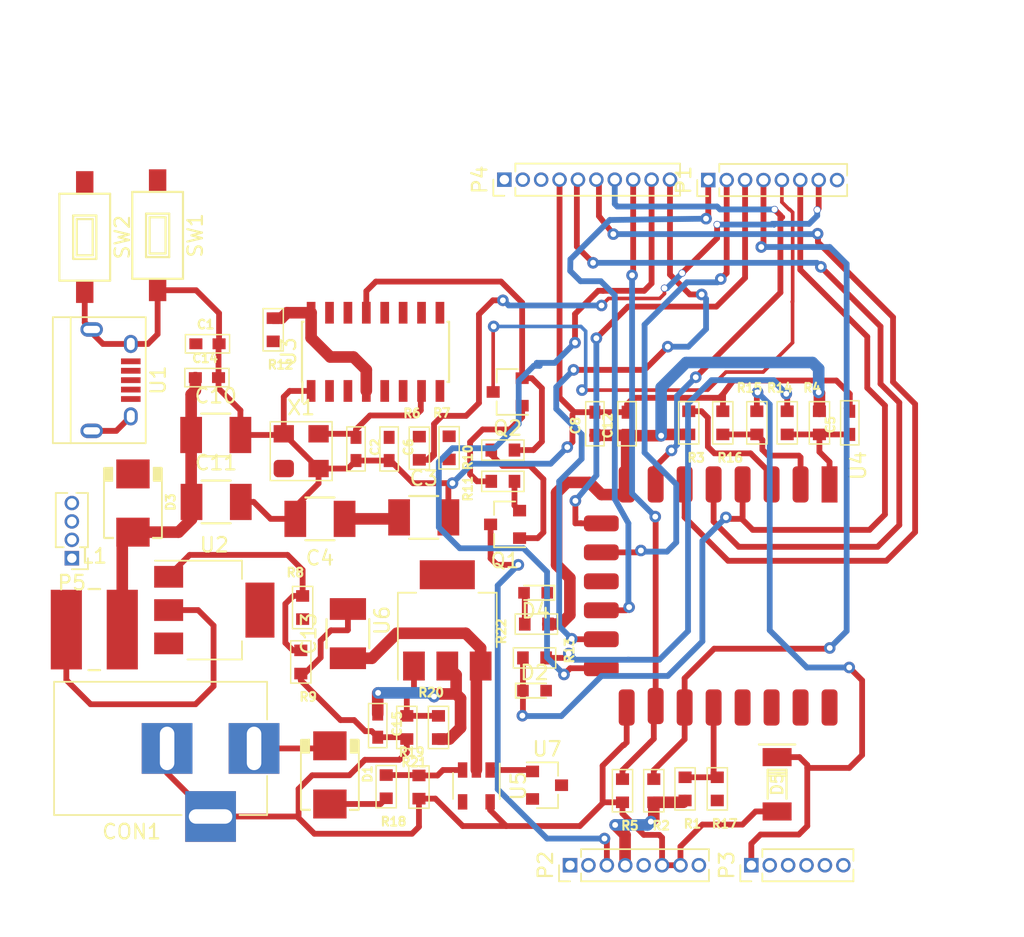
<source format=kicad_pcb>
(kicad_pcb (version 20170919) (host pcbnew "(2017-09-19 revision dddaa7e69)-makepkg")

  (general
    (thickness 1.6)
    (drawings 24)
    (tracks 597)
    (zones 0)
    (modules 59)
    (nets 58)
  )

  (page A4)
  (layers
    (0 F.Cu signal)
    (31 B.Cu signal)
    (32 B.Adhes user)
    (33 F.Adhes user)
    (34 B.Paste user)
    (35 F.Paste user)
    (36 B.SilkS user)
    (37 F.SilkS user)
    (38 B.Mask user)
    (39 F.Mask user)
    (40 Dwgs.User user)
    (41 Cmts.User user)
    (42 Eco1.User user)
    (43 Eco2.User user)
    (44 Edge.Cuts user)
    (45 Margin user)
    (46 B.CrtYd user)
    (47 F.CrtYd user)
    (48 B.Fab user)
    (49 F.Fab user)
  )

  (setup
    (last_trace_width 0.4)
    (trace_clearance 0.2)
    (zone_clearance 0.508)
    (zone_45_only no)
    (trace_min 0.2)
    (segment_width 0.2)
    (edge_width 0.15)
    (via_size 0.5)
    (via_drill 0.4)
    (via_min_size 0.4)
    (via_min_drill 0.3)
    (uvia_size 0.3)
    (uvia_drill 0.1)
    (uvias_allowed no)
    (uvia_min_size 0.2)
    (uvia_min_drill 0.1)
    (pcb_text_width 0.3)
    (pcb_text_size 1.5 1.5)
    (mod_edge_width 0.15)
    (mod_text_size 1 1)
    (mod_text_width 0.15)
    (pad_size 1.524 1.524)
    (pad_drill 0.762)
    (pad_to_mask_clearance 0.2)
    (aux_axis_origin 0 0)
    (visible_elements 7FFFFFFF)
    (pcbplotparams
      (layerselection 0x00030_ffffffff)
      (usegerberextensions false)
      (usegerberattributes true)
      (usegerberadvancedattributes true)
      (creategerberjobfile true)
      (excludeedgelayer true)
      (linewidth 0.100000)
      (plotframeref false)
      (viasonmask false)
      (mode 1)
      (useauxorigin false)
      (hpglpennumber 1)
      (hpglpenspeed 20)
      (hpglpendiameter 15)
      (psnegative false)
      (psa4output false)
      (plotreference true)
      (plotvalue true)
      (plotinvisibletext false)
      (padsonsilk false)
      (subtractmaskfromsilk false)
      (outputformat 1)
      (mirror false)
      (drillshape 1)
      (scaleselection 1)
      (outputdirectory ""))
  )

  (net 0 "")
  (net 1 GND)
  (net 2 XO)
  (net 3 XI)
  (net 4 Vin)
  (net 5 REST)
  (net 6 +3V3)
  (net 7 +5V)
  (net 8 "Net-(CON1-Pad1)")
  (net 9 GPIO16)
  (net 10 "Net-(D2-Pad2)")
  (net 11 VCC)
  (net 12 "Net-(D4-Pad2)")
  (net 13 ADC_EX)
  (net 14 "Net-(L1-Pad1)")
  (net 15 RXD)
  (net 16 TXD)
  (net 17 GPIO0)
  (net 18 GPIO2)
  (net 19 CSO)
  (net 20 MISO)
  (net 21 GPIO10)
  (net 22 "Net-(P2-Pad1)")
  (net 23 "Net-(P2-Pad2)")
  (net 24 GPIO5)
  (net 25 GPIO4)
  (net 26 GPIO09)
  (net 27 "Net-(P3-Pad3)")
  (net 28 "Net-(P3-Pad2)")
  (net 29 MOSI)
  (net 30 SCLK)
  (net 31 GPIO15)
  (net 32 GPIO13)
  (net 33 GPIO12)
  (net 34 GPIO14)
  (net 35 "Net-(P4-Pad3)")
  (net 36 "Net-(Q1-Pad1)")
  (net 37 "Net-(Q1-Pad2)")
  (net 38 "Net-(Q2-Pad2)")
  (net 39 "Net-(Q2-Pad1)")
  (net 40 EN)
  (net 41 "Net-(R6-Pad2)")
  (net 42 "Net-(R7-Pad2)")
  (net 43 "Net-(R8-Pad2)")
  (net 44 "Net-(R13-Pad2)")
  (net 45 ADC)
  (net 46 "Net-(R17-Pad2)")
  (net 47 "Net-(R18-Pad1)")
  (net 48 "Net-(R20-Pad2)")
  (net 49 "Net-(U1-Pad4)")
  (net 50 D+)
  (net 51 D-)
  (net 52 "Net-(U3-Pad15)")
  (net 53 "Net-(U3-Pad12)")
  (net 54 "Net-(U3-Pad11)")
  (net 55 "Net-(U3-Pad10)")
  (net 56 "Net-(U3-Pad9)")
  (net 57 "Net-(U5-Pad1)")

  (net_class Default "This is the default net class."
    (clearance 0.2)
    (trace_width 0.4)
    (via_dia 0.5)
    (via_drill 0.4)
    (uvia_dia 0.3)
    (uvia_drill 0.1)
    (add_net ADC)
    (add_net ADC_EX)
    (add_net CSO)
    (add_net D+)
    (add_net D-)
    (add_net EN)
    (add_net GND)
    (add_net GPIO0)
    (add_net GPIO09)
    (add_net GPIO10)
    (add_net GPIO12)
    (add_net GPIO13)
    (add_net GPIO14)
    (add_net GPIO15)
    (add_net GPIO16)
    (add_net GPIO2)
    (add_net GPIO4)
    (add_net GPIO5)
    (add_net MISO)
    (add_net MOSI)
    (add_net "Net-(CON1-Pad1)")
    (add_net "Net-(D2-Pad2)")
    (add_net "Net-(D4-Pad2)")
    (add_net "Net-(L1-Pad1)")
    (add_net "Net-(P2-Pad1)")
    (add_net "Net-(P2-Pad2)")
    (add_net "Net-(P3-Pad2)")
    (add_net "Net-(P3-Pad3)")
    (add_net "Net-(P4-Pad3)")
    (add_net "Net-(Q1-Pad1)")
    (add_net "Net-(Q1-Pad2)")
    (add_net "Net-(Q2-Pad1)")
    (add_net "Net-(Q2-Pad2)")
    (add_net "Net-(R13-Pad2)")
    (add_net "Net-(R17-Pad2)")
    (add_net "Net-(R18-Pad1)")
    (add_net "Net-(R20-Pad2)")
    (add_net "Net-(R6-Pad2)")
    (add_net "Net-(R7-Pad2)")
    (add_net "Net-(R8-Pad2)")
    (add_net "Net-(U1-Pad4)")
    (add_net "Net-(U3-Pad10)")
    (add_net "Net-(U3-Pad11)")
    (add_net "Net-(U3-Pad12)")
    (add_net "Net-(U3-Pad15)")
    (add_net "Net-(U3-Pad9)")
    (add_net "Net-(U5-Pad1)")
    (add_net REST)
    (add_net RXD)
    (add_net SCLK)
    (add_net TXD)
    (add_net VCC)
    (add_net XI)
    (add_net XO)
  )

  (net_class Power ""
    (clearance 0.2)
    (trace_width 0.8)
    (via_dia 0.8)
    (via_drill 0.4)
    (uvia_dia 0.3)
    (uvia_drill 0.1)
    (add_net +3V3)
    (add_net +5V)
    (add_net Vin)
  )

  (module ESP8266:C_0603 (layer F.Cu) (tedit 58072819) (tstamp 59EAF891)
    (at 218.248501 93.6035)
    (descr "Capacitor SMD 0603, hand soldering")
    (tags "capacitor 0603")
    (path /5827C8C3)
    (attr smd)
    (fp_text reference C1 (at -0.127 -1.3335 180) (layer F.SilkS)
      (effects (font (size 0.6 0.6) (thickness 0.15)))
    )
    (fp_text value 22pF (at 0 1.15) (layer F.Fab) hide
      (effects (font (size 0.6 0.6) (thickness 0.15)))
    )
    (fp_line (start -1.524 -0.635) (end 1.524 -0.635) (layer F.SilkS) (width 0.1))
    (fp_line (start 1.524 -0.635) (end 1.524 0.635) (layer F.SilkS) (width 0.1))
    (fp_line (start 1.524 0.635) (end -1.524 0.635) (layer F.SilkS) (width 0.1))
    (fp_line (start -1.524 0.635) (end -1.524 -0.635) (layer F.SilkS) (width 0.1))
    (pad 2 smd rect (at 0.799999 0) (size 0.9 0.75) (layers F.Cu F.Paste F.Mask)
      (net 1 GND))
    (pad 1 smd rect (at -0.799999 0) (size 0.9 0.75) (layers F.Cu F.Paste F.Mask)
      (net 2 XO))
    (model Capacitors_SMD.3dshapes/C_0603_HandSoldering.wrl
      (at (xyz 0 0 0))
      (scale (xyz 1 1 1))
      (rotate (xyz 0 0 0))
    )
  )

  (module ESP8266:C_0603 (layer F.Cu) (tedit 58072819) (tstamp 59EAF89B)
    (at 228.4984 100.8634 270)
    (descr "Capacitor SMD 0603, hand soldering")
    (tags "capacitor 0603")
    (path /5827C970)
    (attr smd)
    (fp_text reference C2 (at -0.127 -1.3335 90) (layer F.SilkS)
      (effects (font (size 0.6 0.6) (thickness 0.15)))
    )
    (fp_text value 22pF (at 0 1.15 270) (layer F.Fab) hide
      (effects (font (size 0.6 0.6) (thickness 0.15)))
    )
    (fp_line (start -1.524 0.635) (end -1.524 -0.635) (layer F.SilkS) (width 0.1))
    (fp_line (start 1.524 0.635) (end -1.524 0.635) (layer F.SilkS) (width 0.1))
    (fp_line (start 1.524 -0.635) (end 1.524 0.635) (layer F.SilkS) (width 0.1))
    (fp_line (start -1.524 -0.635) (end 1.524 -0.635) (layer F.SilkS) (width 0.1))
    (pad 1 smd rect (at -0.799999 0 270) (size 0.9 0.75) (layers F.Cu F.Paste F.Mask)
      (net 3 XI))
    (pad 2 smd rect (at 0.799999 0 270) (size 0.9 0.75) (layers F.Cu F.Paste F.Mask)
      (net 1 GND))
    (model Capacitors_SMD.3dshapes/C_0603_HandSoldering.wrl
      (at (xyz 0 0 0))
      (scale (xyz 1 1 1))
      (rotate (xyz 0 0 0))
    )
  )

  (module ESP8266:C_1210 (layer F.Cu) (tedit 58345628) (tstamp 59EAF8AB)
    (at 233.172 105.5878)
    (descr "Capacitor SMD 1210, hand soldering")
    (tags "capacitor 1210")
    (path /58293DA2)
    (attr smd)
    (fp_text reference C3 (at 0 -2.7) (layer F.SilkS)
      (effects (font (size 1 1) (thickness 0.15)))
    )
    (fp_text value 10uF/50V (at 0 2.7) (layer F.Fab)
      (effects (font (size 1 1) (thickness 0.15)))
    )
    (fp_line (start -1 1.475) (end 1 1.475) (layer F.SilkS) (width 0.15))
    (fp_line (start 1 -1.475) (end -1 -1.475) (layer F.SilkS) (width 0.15))
    (fp_line (start 3.3 -1.6) (end 3.3 1.6) (layer F.CrtYd) (width 0.05))
    (fp_line (start -3.3 -1.6) (end -3.3 1.6) (layer F.CrtYd) (width 0.05))
    (fp_line (start -3.3 1.6) (end 3.3 1.6) (layer F.CrtYd) (width 0.05))
    (fp_line (start -3.3 -1.6) (end 3.3 -1.6) (layer F.CrtYd) (width 0.05))
    (fp_line (start -1.6 -1.25) (end 1.6 -1.25) (layer F.Fab) (width 0.15))
    (fp_line (start 1.6 -1.25) (end 1.6 1.25) (layer F.Fab) (width 0.15))
    (fp_line (start 1.6 1.25) (end -1.6 1.25) (layer F.Fab) (width 0.15))
    (fp_line (start -1.6 1.25) (end -1.6 -1.25) (layer F.Fab) (width 0.15))
    (pad 2 smd rect (at 1.7 0) (size 1.5 2.5) (layers F.Cu F.Paste F.Mask)
      (net 1 GND))
    (pad 1 smd rect (at -1.7 0) (size 1.5 2.5) (layers F.Cu F.Paste F.Mask)
      (net 4 Vin))
    (model Capacitors_SMD.3dshapes/C_1210_HandSoldering.wrl
      (at (xyz 0 0 0))
      (scale (xyz 1 1 1))
      (rotate (xyz 0 0 0))
    )
  )

  (module ESP8266:C_1210 (layer F.Cu) (tedit 58345628) (tstamp 59EAF8BB)
    (at 226.0092 105.6894 180)
    (descr "Capacitor SMD 1210, hand soldering")
    (tags "capacitor 1210")
    (path /58293CDF)
    (attr smd)
    (fp_text reference C4 (at 0 -2.7 180) (layer F.SilkS)
      (effects (font (size 1 1) (thickness 0.15)))
    )
    (fp_text value 10uF/50V (at 0 2.7 180) (layer F.Fab)
      (effects (font (size 1 1) (thickness 0.15)))
    )
    (fp_line (start -1.6 1.25) (end -1.6 -1.25) (layer F.Fab) (width 0.15))
    (fp_line (start 1.6 1.25) (end -1.6 1.25) (layer F.Fab) (width 0.15))
    (fp_line (start 1.6 -1.25) (end 1.6 1.25) (layer F.Fab) (width 0.15))
    (fp_line (start -1.6 -1.25) (end 1.6 -1.25) (layer F.Fab) (width 0.15))
    (fp_line (start -3.3 -1.6) (end 3.3 -1.6) (layer F.CrtYd) (width 0.05))
    (fp_line (start -3.3 1.6) (end 3.3 1.6) (layer F.CrtYd) (width 0.05))
    (fp_line (start -3.3 -1.6) (end -3.3 1.6) (layer F.CrtYd) (width 0.05))
    (fp_line (start 3.3 -1.6) (end 3.3 1.6) (layer F.CrtYd) (width 0.05))
    (fp_line (start 1 -1.475) (end -1 -1.475) (layer F.SilkS) (width 0.15))
    (fp_line (start -1 1.475) (end 1 1.475) (layer F.SilkS) (width 0.15))
    (pad 1 smd rect (at -1.7 0 180) (size 1.5 2.5) (layers F.Cu F.Paste F.Mask)
      (net 4 Vin))
    (pad 2 smd rect (at 1.7 0 180) (size 1.5 2.5) (layers F.Cu F.Paste F.Mask)
      (net 1 GND))
    (model Capacitors_SMD.3dshapes/C_1210_HandSoldering.wrl
      (at (xyz 0 0 0))
      (scale (xyz 1 1 1))
      (rotate (xyz 0 0 0))
    )
  )

  (module ESP8266:C_0603 (layer F.Cu) (tedit 58072819) (tstamp 59EAF8C5)
    (at 262.5725 99.06 90)
    (descr "Capacitor SMD 0603, hand soldering")
    (tags "capacitor 0603")
    (path /5826F6C5)
    (attr smd)
    (fp_text reference C5 (at -0.127 -1.3335 270) (layer F.SilkS)
      (effects (font (size 0.6 0.6) (thickness 0.15)))
    )
    (fp_text value 100nF (at 0 1.15 90) (layer F.Fab) hide
      (effects (font (size 0.6 0.6) (thickness 0.15)))
    )
    (fp_line (start -1.524 -0.635) (end 1.524 -0.635) (layer F.SilkS) (width 0.1))
    (fp_line (start 1.524 -0.635) (end 1.524 0.635) (layer F.SilkS) (width 0.1))
    (fp_line (start 1.524 0.635) (end -1.524 0.635) (layer F.SilkS) (width 0.1))
    (fp_line (start -1.524 0.635) (end -1.524 -0.635) (layer F.SilkS) (width 0.1))
    (pad 2 smd rect (at 0.799999 0 90) (size 0.9 0.75) (layers F.Cu F.Paste F.Mask)
      (net 1 GND))
    (pad 1 smd rect (at -0.799999 0 90) (size 0.9 0.75) (layers F.Cu F.Paste F.Mask)
      (net 5 REST))
    (model Capacitors_SMD.3dshapes/C_0603_HandSoldering.wrl
      (at (xyz 0 0 0))
      (scale (xyz 1 1 1))
      (rotate (xyz 0 0 0))
    )
  )

  (module ESP8266:C_0603 (layer F.Cu) (tedit 58072819) (tstamp 59EAF8CF)
    (at 230.7844 100.8634 270)
    (descr "Capacitor SMD 0603, hand soldering")
    (tags "capacitor 0603")
    (path /582752BC)
    (attr smd)
    (fp_text reference C6 (at -0.127 -1.3335 90) (layer F.SilkS)
      (effects (font (size 0.6 0.6) (thickness 0.15)))
    )
    (fp_text value 100nF (at 0 1.15 270) (layer F.Fab) hide
      (effects (font (size 0.6 0.6) (thickness 0.15)))
    )
    (fp_line (start -1.524 0.635) (end -1.524 -0.635) (layer F.SilkS) (width 0.1))
    (fp_line (start 1.524 0.635) (end -1.524 0.635) (layer F.SilkS) (width 0.1))
    (fp_line (start 1.524 -0.635) (end 1.524 0.635) (layer F.SilkS) (width 0.1))
    (fp_line (start -1.524 -0.635) (end 1.524 -0.635) (layer F.SilkS) (width 0.1))
    (pad 1 smd rect (at -0.799999 0 270) (size 0.9 0.75) (layers F.Cu F.Paste F.Mask)
      (net 6 +3V3))
    (pad 2 smd rect (at 0.799999 0 270) (size 0.9 0.75) (layers F.Cu F.Paste F.Mask)
      (net 1 GND))
    (model Capacitors_SMD.3dshapes/C_0603_HandSoldering.wrl
      (at (xyz 0 0 0))
      (scale (xyz 1 1 1))
      (rotate (xyz 0 0 0))
    )
  )

  (module ESP8266:C_0603 (layer F.Cu) (tedit 58072819) (tstamp 59EAF8D9)
    (at 244.983 99.1235 90)
    (descr "Capacitor SMD 0603, hand soldering")
    (tags "capacitor 0603")
    (path /5827AED4)
    (attr smd)
    (fp_text reference C8 (at -0.127 -1.3335 270) (layer F.SilkS)
      (effects (font (size 0.6 0.6) (thickness 0.15)))
    )
    (fp_text value 100nF (at 0 1.15 90) (layer F.Fab) hide
      (effects (font (size 0.6 0.6) (thickness 0.15)))
    )
    (fp_line (start -1.524 0.635) (end -1.524 -0.635) (layer F.SilkS) (width 0.1))
    (fp_line (start 1.524 0.635) (end -1.524 0.635) (layer F.SilkS) (width 0.1))
    (fp_line (start 1.524 -0.635) (end 1.524 0.635) (layer F.SilkS) (width 0.1))
    (fp_line (start -1.524 -0.635) (end 1.524 -0.635) (layer F.SilkS) (width 0.1))
    (pad 1 smd rect (at -0.799999 0 90) (size 0.9 0.75) (layers F.Cu F.Paste F.Mask)
      (net 6 +3V3))
    (pad 2 smd rect (at 0.799999 0 90) (size 0.9 0.75) (layers F.Cu F.Paste F.Mask)
      (net 1 GND))
    (model Capacitors_SMD.3dshapes/C_0603_HandSoldering.wrl
      (at (xyz 0 0 0))
      (scale (xyz 1 1 1))
      (rotate (xyz 0 0 0))
    )
  )

  (module ESP8266:C_1210 (layer F.Cu) (tedit 58345628) (tstamp 59EAF8E9)
    (at 218.821 99.8982)
    (descr "Capacitor SMD 1210, hand soldering")
    (tags "capacitor 1210")
    (path /58294DE3)
    (attr smd)
    (fp_text reference C10 (at 0 -2.7) (layer F.SilkS)
      (effects (font (size 1 1) (thickness 0.15)))
    )
    (fp_text value 10uF/25V (at 0 2.7) (layer F.Fab)
      (effects (font (size 1 1) (thickness 0.15)))
    )
    (fp_line (start -1.6 1.25) (end -1.6 -1.25) (layer F.Fab) (width 0.15))
    (fp_line (start 1.6 1.25) (end -1.6 1.25) (layer F.Fab) (width 0.15))
    (fp_line (start 1.6 -1.25) (end 1.6 1.25) (layer F.Fab) (width 0.15))
    (fp_line (start -1.6 -1.25) (end 1.6 -1.25) (layer F.Fab) (width 0.15))
    (fp_line (start -3.3 -1.6) (end 3.3 -1.6) (layer F.CrtYd) (width 0.05))
    (fp_line (start -3.3 1.6) (end 3.3 1.6) (layer F.CrtYd) (width 0.05))
    (fp_line (start -3.3 -1.6) (end -3.3 1.6) (layer F.CrtYd) (width 0.05))
    (fp_line (start 3.3 -1.6) (end 3.3 1.6) (layer F.CrtYd) (width 0.05))
    (fp_line (start 1 -1.475) (end -1 -1.475) (layer F.SilkS) (width 0.15))
    (fp_line (start -1 1.475) (end 1 1.475) (layer F.SilkS) (width 0.15))
    (pad 1 smd rect (at -1.7 0) (size 1.5 2.5) (layers F.Cu F.Paste F.Mask)
      (net 7 +5V))
    (pad 2 smd rect (at 1.7 0) (size 1.5 2.5) (layers F.Cu F.Paste F.Mask)
      (net 1 GND))
    (model Capacitors_SMD.3dshapes/C_1210_HandSoldering.wrl
      (at (xyz 0 0 0))
      (scale (xyz 1 1 1))
      (rotate (xyz 0 0 0))
    )
  )

  (module ESP8266:C_1210 (layer F.Cu) (tedit 58345628) (tstamp 59EAF8F9)
    (at 218.8464 104.521)
    (descr "Capacitor SMD 1210, hand soldering")
    (tags "capacitor 1210")
    (path /58294EAD)
    (attr smd)
    (fp_text reference C11 (at 0 -2.7) (layer F.SilkS)
      (effects (font (size 1 1) (thickness 0.15)))
    )
    (fp_text value 10uF/25V (at 0 2.7) (layer F.Fab)
      (effects (font (size 1 1) (thickness 0.15)))
    )
    (fp_line (start -1.6 1.25) (end -1.6 -1.25) (layer F.Fab) (width 0.15))
    (fp_line (start 1.6 1.25) (end -1.6 1.25) (layer F.Fab) (width 0.15))
    (fp_line (start 1.6 -1.25) (end 1.6 1.25) (layer F.Fab) (width 0.15))
    (fp_line (start -1.6 -1.25) (end 1.6 -1.25) (layer F.Fab) (width 0.15))
    (fp_line (start -3.3 -1.6) (end 3.3 -1.6) (layer F.CrtYd) (width 0.05))
    (fp_line (start -3.3 1.6) (end 3.3 1.6) (layer F.CrtYd) (width 0.05))
    (fp_line (start -3.3 -1.6) (end -3.3 1.6) (layer F.CrtYd) (width 0.05))
    (fp_line (start 3.3 -1.6) (end 3.3 1.6) (layer F.CrtYd) (width 0.05))
    (fp_line (start 1 -1.475) (end -1 -1.475) (layer F.SilkS) (width 0.15))
    (fp_line (start -1 1.475) (end 1 1.475) (layer F.SilkS) (width 0.15))
    (pad 1 smd rect (at -1.7 0) (size 1.5 2.5) (layers F.Cu F.Paste F.Mask)
      (net 7 +5V))
    (pad 2 smd rect (at 1.7 0) (size 1.5 2.5) (layers F.Cu F.Paste F.Mask)
      (net 1 GND))
    (model Capacitors_SMD.3dshapes/C_1210_HandSoldering.wrl
      (at (xyz 0 0 0))
      (scale (xyz 1 1 1))
      (rotate (xyz 0 0 0))
    )
  )

  (module ESP8266:C_0603 (layer F.Cu) (tedit 58072819) (tstamp 59EAF903)
    (at 247.2055 99.1235 90)
    (descr "Capacitor SMD 0603, hand soldering")
    (tags "capacitor 0603")
    (path /58276BE5)
    (attr smd)
    (fp_text reference C12 (at -0.127 -1.3335 270) (layer F.SilkS)
      (effects (font (size 0.6 0.6) (thickness 0.15)))
    )
    (fp_text value 100nF (at 0 1.15 90) (layer F.Fab) hide
      (effects (font (size 0.6 0.6) (thickness 0.15)))
    )
    (fp_line (start -1.524 -0.635) (end 1.524 -0.635) (layer F.SilkS) (width 0.1))
    (fp_line (start 1.524 -0.635) (end 1.524 0.635) (layer F.SilkS) (width 0.1))
    (fp_line (start 1.524 0.635) (end -1.524 0.635) (layer F.SilkS) (width 0.1))
    (fp_line (start -1.524 0.635) (end -1.524 -0.635) (layer F.SilkS) (width 0.1))
    (pad 2 smd rect (at 0.799999 0 90) (size 0.9 0.75) (layers F.Cu F.Paste F.Mask)
      (net 1 GND))
    (pad 1 smd rect (at -0.799999 0 90) (size 0.9 0.75) (layers F.Cu F.Paste F.Mask)
      (net 6 +3V3))
    (model Capacitors_SMD.3dshapes/C_0603_HandSoldering.wrl
      (at (xyz 0 0 0))
      (scale (xyz 1 1 1))
      (rotate (xyz 0 0 0))
    )
  )

  (module ESP8266:C_1210 (layer F.Cu) (tedit 58345628) (tstamp 59EAF913)
    (at 227.9396 113.6142 90)
    (descr "Capacitor SMD 1210, hand soldering")
    (tags "capacitor 1210")
    (path /582B862B)
    (attr smd)
    (fp_text reference C13 (at 0 -2.7 90) (layer F.SilkS)
      (effects (font (size 1 1) (thickness 0.15)))
    )
    (fp_text value 1uF/25V (at 0 2.7 90) (layer F.Fab)
      (effects (font (size 1 1) (thickness 0.15)))
    )
    (fp_line (start -1 1.475) (end 1 1.475) (layer F.SilkS) (width 0.15))
    (fp_line (start 1 -1.475) (end -1 -1.475) (layer F.SilkS) (width 0.15))
    (fp_line (start 3.3 -1.6) (end 3.3 1.6) (layer F.CrtYd) (width 0.05))
    (fp_line (start -3.3 -1.6) (end -3.3 1.6) (layer F.CrtYd) (width 0.05))
    (fp_line (start -3.3 1.6) (end 3.3 1.6) (layer F.CrtYd) (width 0.05))
    (fp_line (start -3.3 -1.6) (end 3.3 -1.6) (layer F.CrtYd) (width 0.05))
    (fp_line (start -1.6 -1.25) (end 1.6 -1.25) (layer F.Fab) (width 0.15))
    (fp_line (start 1.6 -1.25) (end 1.6 1.25) (layer F.Fab) (width 0.15))
    (fp_line (start 1.6 1.25) (end -1.6 1.25) (layer F.Fab) (width 0.15))
    (fp_line (start -1.6 1.25) (end -1.6 -1.25) (layer F.Fab) (width 0.15))
    (pad 2 smd rect (at 1.7 0 90) (size 1.5 2.5) (layers F.Cu F.Paste F.Mask)
      (net 1 GND))
    (pad 1 smd rect (at -1.7 0 90) (size 1.5 2.5) (layers F.Cu F.Paste F.Mask)
      (net 7 +5V))
    (model Capacitors_SMD.3dshapes/C_1210_HandSoldering.wrl
      (at (xyz 0 0 0))
      (scale (xyz 1 1 1))
      (rotate (xyz 0 0 0))
    )
  )

  (module ESP8266:C_0603 (layer F.Cu) (tedit 58072819) (tstamp 59EAF91D)
    (at 218.2114 95.9358)
    (descr "Capacitor SMD 0603, hand soldering")
    (tags "capacitor 0603")
    (path /582ADCB7)
    (attr smd)
    (fp_text reference C14 (at -0.127 -1.3335 180) (layer F.SilkS)
      (effects (font (size 0.6 0.6) (thickness 0.15)))
    )
    (fp_text value 100nF (at 0 1.15) (layer F.Fab) hide
      (effects (font (size 0.6 0.6) (thickness 0.15)))
    )
    (fp_line (start -1.524 0.635) (end -1.524 -0.635) (layer F.SilkS) (width 0.1))
    (fp_line (start 1.524 0.635) (end -1.524 0.635) (layer F.SilkS) (width 0.1))
    (fp_line (start 1.524 -0.635) (end 1.524 0.635) (layer F.SilkS) (width 0.1))
    (fp_line (start -1.524 -0.635) (end 1.524 -0.635) (layer F.SilkS) (width 0.1))
    (pad 1 smd rect (at -0.799999 0) (size 0.9 0.75) (layers F.Cu F.Paste F.Mask)
      (net 7 +5V))
    (pad 2 smd rect (at 0.799999 0) (size 0.9 0.75) (layers F.Cu F.Paste F.Mask)
      (net 1 GND))
    (model Capacitors_SMD.3dshapes/C_0603_HandSoldering.wrl
      (at (xyz 0 0 0))
      (scale (xyz 1 1 1))
      (rotate (xyz 0 0 0))
    )
  )

  (module ESP8266:C_0603 (layer F.Cu) (tedit 58072819) (tstamp 59EAF927)
    (at 229.997 119.9642 270)
    (descr "Capacitor SMD 0603, hand soldering")
    (tags "capacitor 0603")
    (path /582B7B6C)
    (attr smd)
    (fp_text reference C15 (at -0.127 -1.3335 90) (layer F.SilkS)
      (effects (font (size 0.6 0.6) (thickness 0.15)))
    )
    (fp_text value 1uF/25V (at 0 1.15 270) (layer F.Fab) hide
      (effects (font (size 0.6 0.6) (thickness 0.15)))
    )
    (fp_line (start -1.524 -0.635) (end 1.524 -0.635) (layer F.SilkS) (width 0.1))
    (fp_line (start 1.524 -0.635) (end 1.524 0.635) (layer F.SilkS) (width 0.1))
    (fp_line (start 1.524 0.635) (end -1.524 0.635) (layer F.SilkS) (width 0.1))
    (fp_line (start -1.524 0.635) (end -1.524 -0.635) (layer F.SilkS) (width 0.1))
    (pad 2 smd rect (at 0.799999 0 270) (size 0.9 0.75) (layers F.Cu F.Paste F.Mask)
      (net 1 GND))
    (pad 1 smd rect (at -0.799999 0 270) (size 0.9 0.75) (layers F.Cu F.Paste F.Mask)
      (net 6 +3V3))
    (model Capacitors_SMD.3dshapes/C_0603_HandSoldering.wrl
      (at (xyz 0 0 0))
      (scale (xyz 1 1 1))
      (rotate (xyz 0 0 0))
    )
  )

  (module Connectors:BARREL_JACK (layer F.Cu) (tedit 5861378E) (tstamp 59EAF946)
    (at 221.4626 121.539)
    (descr "DC Barrel Jack")
    (tags "Power Jack")
    (path /5829D5BF)
    (fp_text reference CON1 (at -8.45 5.75 180) (layer F.SilkS)
      (effects (font (size 1 1) (thickness 0.15)))
    )
    (fp_text value BARREL_JACK (at -6.2 -5.5) (layer F.Fab)
      (effects (font (size 1 1) (thickness 0.15)))
    )
    (fp_line (start 0.8 -4.5) (end -13.7 -4.5) (layer F.Fab) (width 0.1))
    (fp_line (start 0.8 4.5) (end 0.8 -4.5) (layer F.Fab) (width 0.1))
    (fp_line (start -13.7 4.5) (end 0.8 4.5) (layer F.Fab) (width 0.1))
    (fp_line (start -13.7 -4.5) (end -13.7 4.5) (layer F.Fab) (width 0.1))
    (fp_line (start -10.2 -4.5) (end -10.2 4.5) (layer F.Fab) (width 0.1))
    (fp_line (start 0.9 -4.6) (end 0.9 -2) (layer F.SilkS) (width 0.12))
    (fp_line (start -13.8 -4.6) (end 0.9 -4.6) (layer F.SilkS) (width 0.12))
    (fp_line (start 0.9 4.6) (end -1 4.6) (layer F.SilkS) (width 0.12))
    (fp_line (start 0.9 1.9) (end 0.9 4.6) (layer F.SilkS) (width 0.12))
    (fp_line (start -13.8 4.6) (end -13.8 -4.6) (layer F.SilkS) (width 0.12))
    (fp_line (start -5 4.6) (end -13.8 4.6) (layer F.SilkS) (width 0.12))
    (fp_line (start -14 4.75) (end -14 -4.75) (layer F.CrtYd) (width 0.05))
    (fp_line (start -5 4.75) (end -14 4.75) (layer F.CrtYd) (width 0.05))
    (fp_line (start -5 6.75) (end -5 4.75) (layer F.CrtYd) (width 0.05))
    (fp_line (start -1 6.75) (end -5 6.75) (layer F.CrtYd) (width 0.05))
    (fp_line (start -1 4.75) (end -1 6.75) (layer F.CrtYd) (width 0.05))
    (fp_line (start 1 4.75) (end -1 4.75) (layer F.CrtYd) (width 0.05))
    (fp_line (start 1 2) (end 1 4.75) (layer F.CrtYd) (width 0.05))
    (fp_line (start 2 2) (end 1 2) (layer F.CrtYd) (width 0.05))
    (fp_line (start 2 -2) (end 2 2) (layer F.CrtYd) (width 0.05))
    (fp_line (start 1 -2) (end 2 -2) (layer F.CrtYd) (width 0.05))
    (fp_line (start 1 -4.5) (end 1 -2) (layer F.CrtYd) (width 0.05))
    (fp_line (start 1 -4.75) (end -14 -4.75) (layer F.CrtYd) (width 0.05))
    (fp_line (start 1 -4.5) (end 1 -4.75) (layer F.CrtYd) (width 0.05))
    (pad 3 thru_hole rect (at -3 4.7) (size 3.5 3.5) (drill oval 3 1) (layers *.Cu *.Mask)
      (net 1 GND))
    (pad 2 thru_hole rect (at -6 0) (size 3.5 3.5) (drill oval 1 3) (layers *.Cu *.Mask)
      (net 1 GND))
    (pad 1 thru_hole rect (at 0 0) (size 3.5 3.5) (drill oval 1 3) (layers *.Cu *.Mask)
      (net 8 "Net-(CON1-Pad1)"))
  )

  (module ESP8266:do214aa-g (layer F.Cu) (tedit 5833F36C) (tstamp 59EAF98F)
    (at 226.695 123.3678 90)
    (descr DO214AA)
    (path /5832BE85)
    (fp_text reference D1 (at 0.0635 2.6035 90) (layer F.SilkS)
      (effects (font (size 0.6 0.6) (thickness 0.15)))
    )
    (fp_text value SS24 (at 0 2.49936 90) (layer F.SilkS) hide
      (effects (font (size 0.50038 0.50038) (thickness 0.11938)))
    )
    (fp_line (start 2.4003 1.99898) (end -2.4003 1.99898) (layer F.SilkS) (width 0.127))
    (fp_line (start -2.4003 -1.99898) (end 2.4003 -1.99898) (layer F.SilkS) (width 0.127))
    (fp_line (start 2.40538 -1.9939) (end 2.4003 -2.0066) (layer F.SilkS) (width 0.1))
    (fp_line (start 2.4384 -1.9812) (end 2.4384 -1.4224) (layer F.SilkS) (width 0.1))
    (fp_line (start 2.3876 -1.9812) (end 2.4384 -1.4224) (layer F.SilkS) (width 0.1))
    (fp_line (start 2.4384 -1.4224) (end 2.3876 -1.4224) (layer F.SilkS) (width 0.1))
    (fp_line (start 2.3876 -1.4224) (end 2.3876 -1.9812) (layer F.SilkS) (width 0.1))
    (fp_line (start 2.3876 -1.9812) (end 2.286 -1.9812) (layer F.SilkS) (width 0.1))
    (fp_line (start 2.286 -1.9812) (end 2.286 -1.4224) (layer F.SilkS) (width 0.1))
    (fp_line (start 2.286 -1.4224) (end 2.3368 -1.4224) (layer F.SilkS) (width 0.1))
    (fp_line (start 2.3368 -1.4224) (end 2.3368 -1.9304) (layer F.SilkS) (width 0.1))
    (fp_line (start 2.3368 -1.9304) (end 1.524 -1.9304) (layer F.SilkS) (width 0.1))
    (fp_line (start 1.524 -1.9304) (end 1.524 -1.8288) (layer F.SilkS) (width 0.1))
    (fp_line (start 1.524 -1.8288) (end 2.2352 -1.8288) (layer F.SilkS) (width 0.1))
    (fp_line (start 2.2352 -1.8288) (end 2.2352 -1.8796) (layer F.SilkS) (width 0.1))
    (fp_line (start 2.2352 -1.8796) (end 1.5748 -1.8796) (layer F.SilkS) (width 0.1))
    (fp_line (start 1.5748 -1.8796) (end 1.524 -1.8796) (layer F.SilkS) (width 0.1))
    (fp_line (start 1.524 -1.8796) (end 1.524 -1.7272) (layer F.SilkS) (width 0.1))
    (fp_line (start 1.524 -1.7272) (end 2.2352 -1.7272) (layer F.SilkS) (width 0.1))
    (fp_line (start 2.2352 -1.7272) (end 2.2352 -1.778) (layer F.SilkS) (width 0.1))
    (fp_line (start 2.2352 -1.778) (end 1.6256 -1.778) (layer F.SilkS) (width 0.1))
    (fp_line (start 1.6256 -1.778) (end 1.524 -1.778) (layer F.SilkS) (width 0.1))
    (fp_line (start 1.524 -1.778) (end 1.524 -1.6764) (layer F.SilkS) (width 0.1))
    (fp_line (start 1.524 -1.6764) (end 2.2352 -1.6764) (layer F.SilkS) (width 0.1))
    (fp_line (start 2.2352 -1.6764) (end 2.2352 -1.5748) (layer F.SilkS) (width 0.1))
    (fp_line (start 2.2352 -1.5748) (end 1.524 -1.5748) (layer F.SilkS) (width 0.1))
    (fp_line (start 1.524 -1.5748) (end 1.524 -1.6256) (layer F.SilkS) (width 0.1))
    (fp_line (start 1.524 -1.6256) (end 2.1844 -1.6256) (layer F.SilkS) (width 0.1))
    (fp_line (start 2.1844 -1.6256) (end 2.2352 -1.6256) (layer F.SilkS) (width 0.1))
    (fp_line (start 2.2352 -1.6256) (end 2.2352 -1.4224) (layer F.SilkS) (width 0.1))
    (fp_line (start 2.2352 -1.4224) (end 1.524 -1.4224) (layer F.SilkS) (width 0.1))
    (fp_line (start 1.524 -1.4224) (end 1.524 -1.6764) (layer F.SilkS) (width 0.1))
    (fp_line (start 1.524 -1.6764) (end 1.524 -1.524) (layer F.SilkS) (width 0.1))
    (fp_line (start 1.524 -1.524) (end 2.1844 -1.524) (layer F.SilkS) (width 0.1))
    (fp_line (start 2.1844 -1.524) (end 2.1844 -1.4732) (layer F.SilkS) (width 0.1))
    (fp_line (start 2.1844 -1.4732) (end 1.5748 -1.4732) (layer F.SilkS) (width 0.1))
    (fp_line (start 1.5748 -1.4732) (end 2.4384 -1.4732) (layer F.SilkS) (width 0.1))
    (fp_line (start 2.4384 -1.4224) (end 1.524 -1.4224) (layer F.SilkS) (width 0.1))
    (fp_line (start 2.4384 1.9812) (end 2.4384 1.8796) (layer F.SilkS) (width 0.1))
    (fp_line (start 2.4384 1.8796) (end 2.4384 1.9304) (layer F.SilkS) (width 0.1))
    (fp_line (start 2.4384 1.9304) (end 1.524 1.9304) (layer F.SilkS) (width 0.1))
    (fp_line (start 1.524 1.9304) (end 1.524 1.8796) (layer F.SilkS) (width 0.1))
    (fp_line (start 1.524 1.8796) (end 2.4384 1.8796) (layer F.SilkS) (width 0.1))
    (fp_line (start 2.4384 1.8796) (end 2.4384 1.8288) (layer F.SilkS) (width 0.1))
    (fp_line (start 2.4384 1.8288) (end 1.524 1.8288) (layer F.SilkS) (width 0.1))
    (fp_line (start 1.524 1.8288) (end 1.524 1.778) (layer F.SilkS) (width 0.1))
    (fp_line (start 1.524 1.778) (end 2.4384 1.778) (layer F.SilkS) (width 0.1))
    (fp_line (start 2.4384 1.778) (end 2.4384 1.7272) (layer F.SilkS) (width 0.1))
    (fp_line (start 2.4384 1.7272) (end 1.524 1.7272) (layer F.SilkS) (width 0.1))
    (fp_line (start 1.524 1.7272) (end 1.524 1.6764) (layer F.SilkS) (width 0.1))
    (fp_line (start 1.524 1.6764) (end 2.4384 1.6764) (layer F.SilkS) (width 0.1))
    (fp_line (start 2.4384 1.6764) (end 2.4384 1.6256) (layer F.SilkS) (width 0.1))
    (fp_line (start 2.4384 1.6256) (end 1.524 1.6256) (layer F.SilkS) (width 0.1))
    (fp_line (start 1.524 1.6256) (end 1.524 1.5748) (layer F.SilkS) (width 0.1))
    (fp_line (start 1.524 1.5748) (end 2.4384 1.5748) (layer F.SilkS) (width 0.1))
    (fp_line (start 2.4384 1.5748) (end 2.4384 1.524) (layer F.SilkS) (width 0.1))
    (fp_line (start 2.4384 1.524) (end 1.524 1.524) (layer F.SilkS) (width 0.1))
    (fp_line (start 1.524 1.524) (end 1.524 1.4732) (layer F.SilkS) (width 0.1))
    (fp_line (start 1.524 1.4732) (end 2.4384 1.4732) (layer F.SilkS) (width 0.1))
    (fp_line (start 2.4384 1.4732) (end 2.4384 1.4224) (layer F.SilkS) (width 0.1))
    (fp_line (start 2.4384 1.4224) (end 1.524 1.4224) (layer F.SilkS) (width 0.1))
    (fp_line (start -2.4384 -1.9812) (end -2.4384 -1.3716) (layer F.SilkS) (width 0.1))
    (fp_line (start -2.4384 -1.3716) (end -2.3876 -1.3716) (layer F.SilkS) (width 0.1))
    (fp_line (start -2.3876 -1.3716) (end -2.3876 -1.9812) (layer F.SilkS) (width 0.1))
    (fp_line (start -2.4384 1.9812) (end -2.4384 1.3716) (layer F.SilkS) (width 0.1))
    (fp_line (start -2.4384 1.3716) (end -2.3876 1.3716) (layer F.SilkS) (width 0.1))
    (fp_line (start -2.3876 1.3716) (end -2.3876 1.9812) (layer F.SilkS) (width 0.1))
    (pad 2 smd rect (at 2.00914 0 90) (size 1.99898 2.30124) (layers F.Cu F.Paste F.Mask)
      (net 8 "Net-(CON1-Pad1)"))
    (pad 1 smd rect (at -2.00914 0 90) (size 1.99898 2.30124) (layers F.Cu F.Paste F.Mask)
      (net 4 Vin))
    (model ${KIPRJMOD}/lib/ESP8266.3dshapes/do214aa.wrl
      (at (xyz 0 0 0))
      (scale (xyz 1 1 1))
      (rotate (xyz 0 0 0))
    )
  )

  (module LEDs:LED_0603 (layer F.Cu) (tedit 57FE93A5) (tstamp 59EAF9A4)
    (at 240.8174 117.5512)
    (descr "LED 0603 smd package")
    (tags "LED led 0603 SMD smd SMT smt smdled SMDLED smtled SMTLED")
    (path /58270698)
    (attr smd)
    (fp_text reference D2 (at 0 -1.25) (layer F.SilkS)
      (effects (font (size 1 1) (thickness 0.15)))
    )
    (fp_text value LED_Blue (at 0 1.35) (layer F.Fab)
      (effects (font (size 1 1) (thickness 0.15)))
    )
    (fp_line (start -1.45 -0.65) (end 1.45 -0.65) (layer F.CrtYd) (width 0.05))
    (fp_line (start -1.45 0.65) (end -1.45 -0.65) (layer F.CrtYd) (width 0.05))
    (fp_line (start 1.45 0.65) (end -1.45 0.65) (layer F.CrtYd) (width 0.05))
    (fp_line (start 1.45 -0.65) (end 1.45 0.65) (layer F.CrtYd) (width 0.05))
    (fp_line (start -1.3 -0.5) (end 0.8 -0.5) (layer F.SilkS) (width 0.12))
    (fp_line (start -1.3 0.5) (end 0.8 0.5) (layer F.SilkS) (width 0.12))
    (fp_line (start -0.8 0.4) (end -0.8 -0.4) (layer F.Fab) (width 0.1))
    (fp_line (start -0.8 -0.4) (end 0.8 -0.4) (layer F.Fab) (width 0.1))
    (fp_line (start 0.8 -0.4) (end 0.8 0.4) (layer F.Fab) (width 0.1))
    (fp_line (start 0.8 0.4) (end -0.8 0.4) (layer F.Fab) (width 0.1))
    (fp_line (start 0.15 -0.2) (end 0.15 0.2) (layer F.Fab) (width 0.1))
    (fp_line (start 0.15 0.2) (end -0.15 0) (layer F.Fab) (width 0.1))
    (fp_line (start -0.15 0) (end 0.15 -0.2) (layer F.Fab) (width 0.1))
    (fp_line (start -0.2 -0.2) (end -0.2 0.2) (layer F.Fab) (width 0.1))
    (fp_line (start -1.3 -0.5) (end -1.3 0.5) (layer F.SilkS) (width 0.12))
    (pad 1 smd rect (at -0.8 0 180) (size 0.8 0.8) (layers F.Cu F.Paste F.Mask)
      (net 9 GPIO16))
    (pad 2 smd rect (at 0.8 0 180) (size 0.8 0.8) (layers F.Cu F.Paste F.Mask)
      (net 10 "Net-(D2-Pad2)"))
    (model ${KISYS3DMOD}/LEDs.3dshapes/LED_0603.wrl
      (at (xyz 0 0 0))
      (scale (xyz 1 1 1))
      (rotate (xyz 0 0 180))
    )
  )

  (module ESP8266:do214aa-g (layer F.Cu) (tedit 5833F36C) (tstamp 59EAF9ED)
    (at 213.106 104.5972 90)
    (descr DO214AA)
    (path /58272D4F)
    (fp_text reference D3 (at 0.0635 2.6035 90) (layer F.SilkS)
      (effects (font (size 0.6 0.6) (thickness 0.15)))
    )
    (fp_text value SS24 (at 0 2.49936 90) (layer F.SilkS) hide
      (effects (font (size 0.50038 0.50038) (thickness 0.11938)))
    )
    (fp_line (start -2.3876 1.3716) (end -2.3876 1.9812) (layer F.SilkS) (width 0.1))
    (fp_line (start -2.4384 1.3716) (end -2.3876 1.3716) (layer F.SilkS) (width 0.1))
    (fp_line (start -2.4384 1.9812) (end -2.4384 1.3716) (layer F.SilkS) (width 0.1))
    (fp_line (start -2.3876 -1.3716) (end -2.3876 -1.9812) (layer F.SilkS) (width 0.1))
    (fp_line (start -2.4384 -1.3716) (end -2.3876 -1.3716) (layer F.SilkS) (width 0.1))
    (fp_line (start -2.4384 -1.9812) (end -2.4384 -1.3716) (layer F.SilkS) (width 0.1))
    (fp_line (start 2.4384 1.4224) (end 1.524 1.4224) (layer F.SilkS) (width 0.1))
    (fp_line (start 2.4384 1.4732) (end 2.4384 1.4224) (layer F.SilkS) (width 0.1))
    (fp_line (start 1.524 1.4732) (end 2.4384 1.4732) (layer F.SilkS) (width 0.1))
    (fp_line (start 1.524 1.524) (end 1.524 1.4732) (layer F.SilkS) (width 0.1))
    (fp_line (start 2.4384 1.524) (end 1.524 1.524) (layer F.SilkS) (width 0.1))
    (fp_line (start 2.4384 1.5748) (end 2.4384 1.524) (layer F.SilkS) (width 0.1))
    (fp_line (start 1.524 1.5748) (end 2.4384 1.5748) (layer F.SilkS) (width 0.1))
    (fp_line (start 1.524 1.6256) (end 1.524 1.5748) (layer F.SilkS) (width 0.1))
    (fp_line (start 2.4384 1.6256) (end 1.524 1.6256) (layer F.SilkS) (width 0.1))
    (fp_line (start 2.4384 1.6764) (end 2.4384 1.6256) (layer F.SilkS) (width 0.1))
    (fp_line (start 1.524 1.6764) (end 2.4384 1.6764) (layer F.SilkS) (width 0.1))
    (fp_line (start 1.524 1.7272) (end 1.524 1.6764) (layer F.SilkS) (width 0.1))
    (fp_line (start 2.4384 1.7272) (end 1.524 1.7272) (layer F.SilkS) (width 0.1))
    (fp_line (start 2.4384 1.778) (end 2.4384 1.7272) (layer F.SilkS) (width 0.1))
    (fp_line (start 1.524 1.778) (end 2.4384 1.778) (layer F.SilkS) (width 0.1))
    (fp_line (start 1.524 1.8288) (end 1.524 1.778) (layer F.SilkS) (width 0.1))
    (fp_line (start 2.4384 1.8288) (end 1.524 1.8288) (layer F.SilkS) (width 0.1))
    (fp_line (start 2.4384 1.8796) (end 2.4384 1.8288) (layer F.SilkS) (width 0.1))
    (fp_line (start 1.524 1.8796) (end 2.4384 1.8796) (layer F.SilkS) (width 0.1))
    (fp_line (start 1.524 1.9304) (end 1.524 1.8796) (layer F.SilkS) (width 0.1))
    (fp_line (start 2.4384 1.9304) (end 1.524 1.9304) (layer F.SilkS) (width 0.1))
    (fp_line (start 2.4384 1.8796) (end 2.4384 1.9304) (layer F.SilkS) (width 0.1))
    (fp_line (start 2.4384 1.9812) (end 2.4384 1.8796) (layer F.SilkS) (width 0.1))
    (fp_line (start 2.4384 -1.4224) (end 1.524 -1.4224) (layer F.SilkS) (width 0.1))
    (fp_line (start 1.5748 -1.4732) (end 2.4384 -1.4732) (layer F.SilkS) (width 0.1))
    (fp_line (start 2.1844 -1.4732) (end 1.5748 -1.4732) (layer F.SilkS) (width 0.1))
    (fp_line (start 2.1844 -1.524) (end 2.1844 -1.4732) (layer F.SilkS) (width 0.1))
    (fp_line (start 1.524 -1.524) (end 2.1844 -1.524) (layer F.SilkS) (width 0.1))
    (fp_line (start 1.524 -1.6764) (end 1.524 -1.524) (layer F.SilkS) (width 0.1))
    (fp_line (start 1.524 -1.4224) (end 1.524 -1.6764) (layer F.SilkS) (width 0.1))
    (fp_line (start 2.2352 -1.4224) (end 1.524 -1.4224) (layer F.SilkS) (width 0.1))
    (fp_line (start 2.2352 -1.6256) (end 2.2352 -1.4224) (layer F.SilkS) (width 0.1))
    (fp_line (start 2.1844 -1.6256) (end 2.2352 -1.6256) (layer F.SilkS) (width 0.1))
    (fp_line (start 1.524 -1.6256) (end 2.1844 -1.6256) (layer F.SilkS) (width 0.1))
    (fp_line (start 1.524 -1.5748) (end 1.524 -1.6256) (layer F.SilkS) (width 0.1))
    (fp_line (start 2.2352 -1.5748) (end 1.524 -1.5748) (layer F.SilkS) (width 0.1))
    (fp_line (start 2.2352 -1.6764) (end 2.2352 -1.5748) (layer F.SilkS) (width 0.1))
    (fp_line (start 1.524 -1.6764) (end 2.2352 -1.6764) (layer F.SilkS) (width 0.1))
    (fp_line (start 1.524 -1.778) (end 1.524 -1.6764) (layer F.SilkS) (width 0.1))
    (fp_line (start 1.6256 -1.778) (end 1.524 -1.778) (layer F.SilkS) (width 0.1))
    (fp_line (start 2.2352 -1.778) (end 1.6256 -1.778) (layer F.SilkS) (width 0.1))
    (fp_line (start 2.2352 -1.7272) (end 2.2352 -1.778) (layer F.SilkS) (width 0.1))
    (fp_line (start 1.524 -1.7272) (end 2.2352 -1.7272) (layer F.SilkS) (width 0.1))
    (fp_line (start 1.524 -1.8796) (end 1.524 -1.7272) (layer F.SilkS) (width 0.1))
    (fp_line (start 1.5748 -1.8796) (end 1.524 -1.8796) (layer F.SilkS) (width 0.1))
    (fp_line (start 2.2352 -1.8796) (end 1.5748 -1.8796) (layer F.SilkS) (width 0.1))
    (fp_line (start 2.2352 -1.8288) (end 2.2352 -1.8796) (layer F.SilkS) (width 0.1))
    (fp_line (start 1.524 -1.8288) (end 2.2352 -1.8288) (layer F.SilkS) (width 0.1))
    (fp_line (start 1.524 -1.9304) (end 1.524 -1.8288) (layer F.SilkS) (width 0.1))
    (fp_line (start 2.3368 -1.9304) (end 1.524 -1.9304) (layer F.SilkS) (width 0.1))
    (fp_line (start 2.3368 -1.4224) (end 2.3368 -1.9304) (layer F.SilkS) (width 0.1))
    (fp_line (start 2.286 -1.4224) (end 2.3368 -1.4224) (layer F.SilkS) (width 0.1))
    (fp_line (start 2.286 -1.9812) (end 2.286 -1.4224) (layer F.SilkS) (width 0.1))
    (fp_line (start 2.3876 -1.9812) (end 2.286 -1.9812) (layer F.SilkS) (width 0.1))
    (fp_line (start 2.3876 -1.4224) (end 2.3876 -1.9812) (layer F.SilkS) (width 0.1))
    (fp_line (start 2.4384 -1.4224) (end 2.3876 -1.4224) (layer F.SilkS) (width 0.1))
    (fp_line (start 2.3876 -1.9812) (end 2.4384 -1.4224) (layer F.SilkS) (width 0.1))
    (fp_line (start 2.4384 -1.9812) (end 2.4384 -1.4224) (layer F.SilkS) (width 0.1))
    (fp_line (start 2.40538 -1.9939) (end 2.4003 -2.0066) (layer F.SilkS) (width 0.1))
    (fp_line (start -2.4003 -1.99898) (end 2.4003 -1.99898) (layer F.SilkS) (width 0.127))
    (fp_line (start 2.4003 1.99898) (end -2.4003 1.99898) (layer F.SilkS) (width 0.127))
    (pad 1 smd rect (at -2.00914 0 90) (size 1.99898 2.30124) (layers F.Cu F.Paste F.Mask)
      (net 7 +5V))
    (pad 2 smd rect (at 2.00914 0 90) (size 1.99898 2.30124) (layers F.Cu F.Paste F.Mask)
      (net 11 VCC))
    (model ${KIPRJMOD}/lib/ESP8266.3dshapes/do214aa.wrl
      (at (xyz 0 0 0))
      (scale (xyz 1 1 1))
      (rotate (xyz 0 0 0))
    )
  )

  (module LEDs:LED_0603 (layer F.Cu) (tedit 57FE93A5) (tstamp 59EAFA02)
    (at 240.8936 110.7948 180)
    (descr "LED 0603 smd package")
    (tags "LED led 0603 SMD smd SMT smt smdled SMDLED smtled SMTLED")
    (path /5827DE0C)
    (attr smd)
    (fp_text reference D4 (at 0 -1.25 180) (layer F.SilkS)
      (effects (font (size 1 1) (thickness 0.15)))
    )
    (fp_text value L_PWR (at 0 1.35 180) (layer F.Fab)
      (effects (font (size 1 1) (thickness 0.15)))
    )
    (fp_line (start -1.3 -0.5) (end -1.3 0.5) (layer F.SilkS) (width 0.12))
    (fp_line (start -0.2 -0.2) (end -0.2 0.2) (layer F.Fab) (width 0.1))
    (fp_line (start -0.15 0) (end 0.15 -0.2) (layer F.Fab) (width 0.1))
    (fp_line (start 0.15 0.2) (end -0.15 0) (layer F.Fab) (width 0.1))
    (fp_line (start 0.15 -0.2) (end 0.15 0.2) (layer F.Fab) (width 0.1))
    (fp_line (start 0.8 0.4) (end -0.8 0.4) (layer F.Fab) (width 0.1))
    (fp_line (start 0.8 -0.4) (end 0.8 0.4) (layer F.Fab) (width 0.1))
    (fp_line (start -0.8 -0.4) (end 0.8 -0.4) (layer F.Fab) (width 0.1))
    (fp_line (start -0.8 0.4) (end -0.8 -0.4) (layer F.Fab) (width 0.1))
    (fp_line (start -1.3 0.5) (end 0.8 0.5) (layer F.SilkS) (width 0.12))
    (fp_line (start -1.3 -0.5) (end 0.8 -0.5) (layer F.SilkS) (width 0.12))
    (fp_line (start 1.45 -0.65) (end 1.45 0.65) (layer F.CrtYd) (width 0.05))
    (fp_line (start 1.45 0.65) (end -1.45 0.65) (layer F.CrtYd) (width 0.05))
    (fp_line (start -1.45 0.65) (end -1.45 -0.65) (layer F.CrtYd) (width 0.05))
    (fp_line (start -1.45 -0.65) (end 1.45 -0.65) (layer F.CrtYd) (width 0.05))
    (pad 2 smd rect (at 0.8 0) (size 0.8 0.8) (layers F.Cu F.Paste F.Mask)
      (net 12 "Net-(D4-Pad2)"))
    (pad 1 smd rect (at -0.8 0) (size 0.8 0.8) (layers F.Cu F.Paste F.Mask)
      (net 1 GND))
    (model ${KISYS3DMOD}/LEDs.3dshapes/LED_0603.wrl
      (at (xyz 0 0 0))
      (scale (xyz 1 1 1))
      (rotate (xyz 0 0 180))
    )
  )

  (module ESP8266:SOD-80 (layer F.Cu) (tedit 54CBDC8D) (tstamp 59EAFA19)
    (at 257.556 124.0155 270)
    (path /58E1F1B6)
    (attr smd)
    (fp_text reference D5 (at 0 0 270) (layer F.SilkS)
      (effects (font (size 0.8 0.8) (thickness 0.15)))
    )
    (fp_text value ZENER_3.3V (at 0 0 270) (layer F.Fab)
      (effects (font (size 0.8 0.8) (thickness 0.15)))
    )
    (fp_line (start -2.75 1.25) (end -2.75 -1.25) (layer F.SilkS) (width 0.15))
    (fp_line (start 2.75 -1.25) (end 2.75 1.25) (layer F.CrtYd) (width 0.15))
    (fp_line (start 2.75 1.25) (end -2.75 1.25) (layer F.CrtYd) (width 0.15))
    (fp_line (start -2.75 1.25) (end -2.75 -1.25) (layer F.CrtYd) (width 0.15))
    (fp_line (start -2.75 -1.25) (end 2.75 -1.25) (layer F.CrtYd) (width 0.15))
    (fp_line (start -1 0.65) (end -1 -0.65) (layer F.SilkS) (width 0.15))
    (fp_line (start -0.6 -0.65) (end -0.6 0.65) (layer F.SilkS) (width 0.15))
    (fp_line (start -0.8 0.65) (end -0.8 -0.65) (layer F.SilkS) (width 0.15))
    (fp_line (start 1 0.65) (end -1 0.65) (layer F.SilkS) (width 0.15))
    (fp_line (start -1 -0.65) (end 1 -0.65) (layer F.SilkS) (width 0.15))
    (fp_line (start -0.6 -0.65) (end -0.6 0.65) (layer F.Fab) (width 0.15))
    (fp_line (start -0.8 0.65) (end -0.8 -0.65) (layer F.Fab) (width 0.15))
    (fp_line (start -1 -0.65) (end -1 0.65) (layer F.Fab) (width 0.15))
    (fp_line (start 1.855 -0.65) (end 1.855 0.65) (layer F.Fab) (width 0.15))
    (fp_line (start 1.855 0.65) (end -1.855 0.65) (layer F.Fab) (width 0.15))
    (fp_line (start -1.855 0.65) (end -1.855 -0.65) (layer F.Fab) (width 0.15))
    (fp_line (start -1.855 -0.65) (end 1.855 -0.65) (layer F.Fab) (width 0.15))
    (pad 1 smd rect (at -1.875 0 270) (size 1.25 2) (layers F.Cu F.Paste F.Mask)
      (net 13 ADC_EX))
    (pad 2 smd rect (at 1.875 0 270) (size 1.25 2) (layers F.Cu F.Paste F.Mask)
      (net 1 GND))
    (model smd_diode/sod80c.wrl
      (at (xyz 0 0 0))
      (scale (xyz 1 1 1))
      (rotate (xyz 0 0 180))
    )
  )

  (module Choke_SMD:Choke_SMD_Wuerth-WE-PD2-Typ-MS (layer F.Cu) (tedit 0) (tstamp 59EAFA21)
    (at 210.439 113.3348)
    (descr "Choke, Drossel, WE-PD2, Typ MS, Wuerth, SMD,")
    (tags "Choke, Drossel, WE-PD2, Typ MS, Wuerth, SMD,")
    (path /58E1E690)
    (attr smd)
    (fp_text reference L1 (at 0 -5.08) (layer F.SilkS)
      (effects (font (size 1 1) (thickness 0.15)))
    )
    (fp_text value 22uH (at 0 5.08) (layer F.Fab)
      (effects (font (size 1 1) (thickness 0.15)))
    )
    (fp_line (start -0.39878 -2.79908) (end 0.39878 -2.79908) (layer F.SilkS) (width 0.15))
    (fp_line (start -0.39878 2.79908) (end 0.39878 2.79908) (layer F.SilkS) (width 0.15))
    (pad 2 smd rect (at 1.9304 0) (size 2.14884 5.4991) (layers F.Cu F.Paste F.Mask)
      (net 7 +5V))
    (pad 1 smd rect (at -1.9304 0) (size 2.14884 5.4991) (layers F.Cu F.Paste F.Mask)
      (net 14 "Net-(L1-Pad1)"))
  )

  (module Pin_Headers:Pin_Header_Straight_1x08_Pitch1.27mm (layer F.Cu) (tedit 59650535) (tstamp 59EAFA3F)
    (at 252.8062 82.296 90)
    (descr "Through hole straight pin header, 1x08, 1.27mm pitch, single row")
    (tags "Through hole pin header THT 1x08 1.27mm single row")
    (path /5827F1AC)
    (fp_text reference P1 (at 0 -1.695 90) (layer F.SilkS)
      (effects (font (size 1 1) (thickness 0.15)))
    )
    (fp_text value CONN_01X08 (at 0 10.585 90) (layer F.Fab)
      (effects (font (size 1 1) (thickness 0.15)))
    )
    (fp_text user %R (at 0 4.445 180) (layer F.Fab)
      (effects (font (size 1 1) (thickness 0.15)))
    )
    (fp_line (start 1.55 -1.15) (end -1.55 -1.15) (layer F.CrtYd) (width 0.05))
    (fp_line (start 1.55 10.05) (end 1.55 -1.15) (layer F.CrtYd) (width 0.05))
    (fp_line (start -1.55 10.05) (end 1.55 10.05) (layer F.CrtYd) (width 0.05))
    (fp_line (start -1.55 -1.15) (end -1.55 10.05) (layer F.CrtYd) (width 0.05))
    (fp_line (start -1.11 -0.76) (end 0 -0.76) (layer F.SilkS) (width 0.12))
    (fp_line (start -1.11 0) (end -1.11 -0.76) (layer F.SilkS) (width 0.12))
    (fp_line (start 0.563471 0.76) (end 1.11 0.76) (layer F.SilkS) (width 0.12))
    (fp_line (start -1.11 0.76) (end -0.563471 0.76) (layer F.SilkS) (width 0.12))
    (fp_line (start 1.11 0.76) (end 1.11 9.585) (layer F.SilkS) (width 0.12))
    (fp_line (start -1.11 0.76) (end -1.11 9.585) (layer F.SilkS) (width 0.12))
    (fp_line (start 0.30753 9.585) (end 1.11 9.585) (layer F.SilkS) (width 0.12))
    (fp_line (start -1.11 9.585) (end -0.30753 9.585) (layer F.SilkS) (width 0.12))
    (fp_line (start -1.05 -0.11) (end -0.525 -0.635) (layer F.Fab) (width 0.1))
    (fp_line (start -1.05 9.525) (end -1.05 -0.11) (layer F.Fab) (width 0.1))
    (fp_line (start 1.05 9.525) (end -1.05 9.525) (layer F.Fab) (width 0.1))
    (fp_line (start 1.05 -0.635) (end 1.05 9.525) (layer F.Fab) (width 0.1))
    (fp_line (start -0.525 -0.635) (end 1.05 -0.635) (layer F.Fab) (width 0.1))
    (pad 8 thru_hole oval (at 0 8.89 90) (size 1 1) (drill 0.65) (layers *.Cu *.Mask)
      (net 15 RXD))
    (pad 7 thru_hole oval (at 0 7.62 90) (size 1 1) (drill 0.65) (layers *.Cu *.Mask)
      (net 16 TXD))
    (pad 6 thru_hole oval (at 0 6.35 90) (size 1 1) (drill 0.65) (layers *.Cu *.Mask)
      (net 9 GPIO16))
    (pad 5 thru_hole oval (at 0 5.08 90) (size 1 1) (drill 0.65) (layers *.Cu *.Mask)
      (net 17 GPIO0))
    (pad 4 thru_hole oval (at 0 3.81 90) (size 1 1) (drill 0.65) (layers *.Cu *.Mask)
      (net 18 GPIO2))
    (pad 3 thru_hole oval (at 0 2.54 90) (size 1 1) (drill 0.65) (layers *.Cu *.Mask)
      (net 19 CSO))
    (pad 2 thru_hole oval (at 0 1.27 90) (size 1 1) (drill 0.65) (layers *.Cu *.Mask)
      (net 20 MISO))
    (pad 1 thru_hole rect (at 0 0 90) (size 1 1) (drill 0.65) (layers *.Cu *.Mask)
      (net 21 GPIO10))
    (model ${KISYS3DMOD}/Pin_Headers.3dshapes/Pin_Header_Straight_1x08_Pitch1.27mm.wrl
      (at (xyz 0 0 0))
      (scale (xyz 1 1 1))
      (rotate (xyz 0 0 0))
    )
  )

  (module Pin_Headers:Pin_Header_Straight_1x08_Pitch1.27mm (layer F.Cu) (tedit 59650535) (tstamp 59EAFA5D)
    (at 243.2685 129.6035 90)
    (descr "Through hole straight pin header, 1x08, 1.27mm pitch, single row")
    (tags "Through hole pin header THT 1x08 1.27mm single row")
    (path /5827F09A)
    (fp_text reference P2 (at 0 -1.695 90) (layer F.SilkS)
      (effects (font (size 1 1) (thickness 0.15)))
    )
    (fp_text value CONN_01X08 (at 0 10.585 90) (layer F.Fab)
      (effects (font (size 1 1) (thickness 0.15)))
    )
    (fp_line (start -0.525 -0.635) (end 1.05 -0.635) (layer F.Fab) (width 0.1))
    (fp_line (start 1.05 -0.635) (end 1.05 9.525) (layer F.Fab) (width 0.1))
    (fp_line (start 1.05 9.525) (end -1.05 9.525) (layer F.Fab) (width 0.1))
    (fp_line (start -1.05 9.525) (end -1.05 -0.11) (layer F.Fab) (width 0.1))
    (fp_line (start -1.05 -0.11) (end -0.525 -0.635) (layer F.Fab) (width 0.1))
    (fp_line (start -1.11 9.585) (end -0.30753 9.585) (layer F.SilkS) (width 0.12))
    (fp_line (start 0.30753 9.585) (end 1.11 9.585) (layer F.SilkS) (width 0.12))
    (fp_line (start -1.11 0.76) (end -1.11 9.585) (layer F.SilkS) (width 0.12))
    (fp_line (start 1.11 0.76) (end 1.11 9.585) (layer F.SilkS) (width 0.12))
    (fp_line (start -1.11 0.76) (end -0.563471 0.76) (layer F.SilkS) (width 0.12))
    (fp_line (start 0.563471 0.76) (end 1.11 0.76) (layer F.SilkS) (width 0.12))
    (fp_line (start -1.11 0) (end -1.11 -0.76) (layer F.SilkS) (width 0.12))
    (fp_line (start -1.11 -0.76) (end 0 -0.76) (layer F.SilkS) (width 0.12))
    (fp_line (start -1.55 -1.15) (end -1.55 10.05) (layer F.CrtYd) (width 0.05))
    (fp_line (start -1.55 10.05) (end 1.55 10.05) (layer F.CrtYd) (width 0.05))
    (fp_line (start 1.55 10.05) (end 1.55 -1.15) (layer F.CrtYd) (width 0.05))
    (fp_line (start 1.55 -1.15) (end -1.55 -1.15) (layer F.CrtYd) (width 0.05))
    (fp_text user %R (at 0 4.445 180) (layer F.Fab)
      (effects (font (size 1 1) (thickness 0.15)))
    )
    (pad 1 thru_hole rect (at 0 0 90) (size 1 1) (drill 0.65) (layers *.Cu *.Mask)
      (net 22 "Net-(P2-Pad1)"))
    (pad 2 thru_hole oval (at 0 1.27 90) (size 1 1) (drill 0.65) (layers *.Cu *.Mask)
      (net 23 "Net-(P2-Pad2)"))
    (pad 3 thru_hole oval (at 0 2.54 90) (size 1 1) (drill 0.65) (layers *.Cu *.Mask)
      (net 5 REST))
    (pad 4 thru_hole oval (at 0 3.81 90) (size 1 1) (drill 0.65) (layers *.Cu *.Mask)
      (net 6 +3V3))
    (pad 5 thru_hole oval (at 0 5.08 90) (size 1 1) (drill 0.65) (layers *.Cu *.Mask)
      (net 7 +5V))
    (pad 6 thru_hole oval (at 0 6.35 90) (size 1 1) (drill 0.65) (layers *.Cu *.Mask)
      (net 1 GND))
    (pad 7 thru_hole oval (at 0 7.62 90) (size 1 1) (drill 0.65) (layers *.Cu *.Mask)
      (net 1 GND))
    (pad 8 thru_hole oval (at 0 8.89 90) (size 1 1) (drill 0.65) (layers *.Cu *.Mask)
      (net 4 Vin))
    (model ${KISYS3DMOD}/Pin_Headers.3dshapes/Pin_Header_Straight_1x08_Pitch1.27mm.wrl
      (at (xyz 0 0 0))
      (scale (xyz 1 1 1))
      (rotate (xyz 0 0 0))
    )
  )

  (module Pin_Headers:Pin_Header_Straight_1x06_Pitch1.27mm (layer F.Cu) (tedit 59650535) (tstamp 59EAFA79)
    (at 255.778 129.6035 90)
    (descr "Through hole straight pin header, 1x06, 1.27mm pitch, single row")
    (tags "Through hole pin header THT 1x06 1.27mm single row")
    (path /5827F548)
    (fp_text reference P3 (at 0 -1.695 90) (layer F.SilkS)
      (effects (font (size 1 1) (thickness 0.15)))
    )
    (fp_text value CONN_01X06 (at 0 8.045 90) (layer F.Fab)
      (effects (font (size 1 1) (thickness 0.15)))
    )
    (fp_text user %R (at 0 3.175 180) (layer F.Fab)
      (effects (font (size 1 1) (thickness 0.15)))
    )
    (fp_line (start 1.55 -1.15) (end -1.55 -1.15) (layer F.CrtYd) (width 0.05))
    (fp_line (start 1.55 7.5) (end 1.55 -1.15) (layer F.CrtYd) (width 0.05))
    (fp_line (start -1.55 7.5) (end 1.55 7.5) (layer F.CrtYd) (width 0.05))
    (fp_line (start -1.55 -1.15) (end -1.55 7.5) (layer F.CrtYd) (width 0.05))
    (fp_line (start -1.11 -0.76) (end 0 -0.76) (layer F.SilkS) (width 0.12))
    (fp_line (start -1.11 0) (end -1.11 -0.76) (layer F.SilkS) (width 0.12))
    (fp_line (start 0.563471 0.76) (end 1.11 0.76) (layer F.SilkS) (width 0.12))
    (fp_line (start -1.11 0.76) (end -0.563471 0.76) (layer F.SilkS) (width 0.12))
    (fp_line (start 1.11 0.76) (end 1.11 7.045) (layer F.SilkS) (width 0.12))
    (fp_line (start -1.11 0.76) (end -1.11 7.045) (layer F.SilkS) (width 0.12))
    (fp_line (start 0.30753 7.045) (end 1.11 7.045) (layer F.SilkS) (width 0.12))
    (fp_line (start -1.11 7.045) (end -0.30753 7.045) (layer F.SilkS) (width 0.12))
    (fp_line (start -1.05 -0.11) (end -0.525 -0.635) (layer F.Fab) (width 0.1))
    (fp_line (start -1.05 6.985) (end -1.05 -0.11) (layer F.Fab) (width 0.1))
    (fp_line (start 1.05 6.985) (end -1.05 6.985) (layer F.Fab) (width 0.1))
    (fp_line (start 1.05 -0.635) (end 1.05 6.985) (layer F.Fab) (width 0.1))
    (fp_line (start -0.525 -0.635) (end 1.05 -0.635) (layer F.Fab) (width 0.1))
    (pad 6 thru_hole oval (at 0 6.35 90) (size 1 1) (drill 0.65) (layers *.Cu *.Mask)
      (net 24 GPIO5))
    (pad 5 thru_hole oval (at 0 5.08 90) (size 1 1) (drill 0.65) (layers *.Cu *.Mask)
      (net 25 GPIO4))
    (pad 4 thru_hole oval (at 0 3.81 90) (size 1 1) (drill 0.65) (layers *.Cu *.Mask)
      (net 26 GPIO09))
    (pad 3 thru_hole oval (at 0 2.54 90) (size 1 1) (drill 0.65) (layers *.Cu *.Mask)
      (net 27 "Net-(P3-Pad3)"))
    (pad 2 thru_hole oval (at 0 1.27 90) (size 1 1) (drill 0.65) (layers *.Cu *.Mask)
      (net 28 "Net-(P3-Pad2)"))
    (pad 1 thru_hole rect (at 0 0 90) (size 1 1) (drill 0.65) (layers *.Cu *.Mask)
      (net 13 ADC_EX))
    (model ${KISYS3DMOD}/Pin_Headers.3dshapes/Pin_Header_Straight_1x06_Pitch1.27mm.wrl
      (at (xyz 0 0 0))
      (scale (xyz 1 1 1))
      (rotate (xyz 0 0 0))
    )
  )

  (module Pin_Headers:Pin_Header_Straight_1x10_Pitch1.27mm (layer F.Cu) (tedit 59650535) (tstamp 59EAFA99)
    (at 238.7346 82.2706 90)
    (descr "Through hole straight pin header, 1x10, 1.27mm pitch, single row")
    (tags "Through hole pin header THT 1x10 1.27mm single row")
    (path /5827EF39)
    (fp_text reference P4 (at 0 -1.695 90) (layer F.SilkS)
      (effects (font (size 1 1) (thickness 0.15)))
    )
    (fp_text value CONN_01X10 (at 0 13.125 90) (layer F.Fab)
      (effects (font (size 1 1) (thickness 0.15)))
    )
    (fp_text user %R (at 0 5.715 180) (layer F.Fab)
      (effects (font (size 1 1) (thickness 0.15)))
    )
    (fp_line (start 1.55 -1.15) (end -1.55 -1.15) (layer F.CrtYd) (width 0.05))
    (fp_line (start 1.55 12.6) (end 1.55 -1.15) (layer F.CrtYd) (width 0.05))
    (fp_line (start -1.55 12.6) (end 1.55 12.6) (layer F.CrtYd) (width 0.05))
    (fp_line (start -1.55 -1.15) (end -1.55 12.6) (layer F.CrtYd) (width 0.05))
    (fp_line (start -1.11 -0.76) (end 0 -0.76) (layer F.SilkS) (width 0.12))
    (fp_line (start -1.11 0) (end -1.11 -0.76) (layer F.SilkS) (width 0.12))
    (fp_line (start 0.563471 0.76) (end 1.11 0.76) (layer F.SilkS) (width 0.12))
    (fp_line (start -1.11 0.76) (end -0.563471 0.76) (layer F.SilkS) (width 0.12))
    (fp_line (start 1.11 0.76) (end 1.11 12.125) (layer F.SilkS) (width 0.12))
    (fp_line (start -1.11 0.76) (end -1.11 12.125) (layer F.SilkS) (width 0.12))
    (fp_line (start 0.30753 12.125) (end 1.11 12.125) (layer F.SilkS) (width 0.12))
    (fp_line (start -1.11 12.125) (end -0.30753 12.125) (layer F.SilkS) (width 0.12))
    (fp_line (start -1.05 -0.11) (end -0.525 -0.635) (layer F.Fab) (width 0.1))
    (fp_line (start -1.05 12.065) (end -1.05 -0.11) (layer F.Fab) (width 0.1))
    (fp_line (start 1.05 12.065) (end -1.05 12.065) (layer F.Fab) (width 0.1))
    (fp_line (start 1.05 -0.635) (end 1.05 12.065) (layer F.Fab) (width 0.1))
    (fp_line (start -0.525 -0.635) (end 1.05 -0.635) (layer F.Fab) (width 0.1))
    (pad 10 thru_hole oval (at 0 11.43 90) (size 1 1) (drill 0.65) (layers *.Cu *.Mask)
      (net 29 MOSI))
    (pad 9 thru_hole oval (at 0 10.16 90) (size 1 1) (drill 0.65) (layers *.Cu *.Mask)
      (net 30 SCLK))
    (pad 8 thru_hole oval (at 0 8.89 90) (size 1 1) (drill 0.65) (layers *.Cu *.Mask)
      (net 31 GPIO15))
    (pad 7 thru_hole oval (at 0 7.62 90) (size 1 1) (drill 0.65) (layers *.Cu *.Mask)
      (net 32 GPIO13))
    (pad 6 thru_hole oval (at 0 6.35 90) (size 1 1) (drill 0.65) (layers *.Cu *.Mask)
      (net 33 GPIO12))
    (pad 5 thru_hole oval (at 0 5.08 90) (size 1 1) (drill 0.65) (layers *.Cu *.Mask)
      (net 34 GPIO14))
    (pad 4 thru_hole oval (at 0 3.81 90) (size 1 1) (drill 0.65) (layers *.Cu *.Mask)
      (net 1 GND))
    (pad 3 thru_hole oval (at 0 2.54 90) (size 1 1) (drill 0.65) (layers *.Cu *.Mask)
      (net 35 "Net-(P4-Pad3)"))
    (pad 2 thru_hole oval (at 0 1.27 90) (size 1 1) (drill 0.65) (layers *.Cu *.Mask)
      (net 25 GPIO4))
    (pad 1 thru_hole rect (at 0 0 90) (size 1 1) (drill 0.65) (layers *.Cu *.Mask)
      (net 24 GPIO5))
    (model ${KISYS3DMOD}/Pin_Headers.3dshapes/Pin_Header_Straight_1x10_Pitch1.27mm.wrl
      (at (xyz 0 0 0))
      (scale (xyz 1 1 1))
      (rotate (xyz 0 0 0))
    )
  )

  (module Pin_Headers:Pin_Header_Straight_1x04_Pitch1.27mm (layer F.Cu) (tedit 59650535) (tstamp 59EAFAB3)
    (at 208.8896 108.4072 180)
    (descr "Through hole straight pin header, 1x04, 1.27mm pitch, single row")
    (tags "Through hole pin header THT 1x04 1.27mm single row")
    (path /5827F226)
    (fp_text reference P5 (at 0 -1.695 180) (layer F.SilkS)
      (effects (font (size 1 1) (thickness 0.15)))
    )
    (fp_text value CONN_01X04 (at 0 5.505 180) (layer F.Fab)
      (effects (font (size 1 1) (thickness 0.15)))
    )
    (fp_text user %R (at 0 1.905 270) (layer F.Fab)
      (effects (font (size 1 1) (thickness 0.15)))
    )
    (fp_line (start 1.55 -1.15) (end -1.55 -1.15) (layer F.CrtYd) (width 0.05))
    (fp_line (start 1.55 4.95) (end 1.55 -1.15) (layer F.CrtYd) (width 0.05))
    (fp_line (start -1.55 4.95) (end 1.55 4.95) (layer F.CrtYd) (width 0.05))
    (fp_line (start -1.55 -1.15) (end -1.55 4.95) (layer F.CrtYd) (width 0.05))
    (fp_line (start -1.11 -0.76) (end 0 -0.76) (layer F.SilkS) (width 0.12))
    (fp_line (start -1.11 0) (end -1.11 -0.76) (layer F.SilkS) (width 0.12))
    (fp_line (start 0.563471 0.76) (end 1.11 0.76) (layer F.SilkS) (width 0.12))
    (fp_line (start -1.11 0.76) (end -0.563471 0.76) (layer F.SilkS) (width 0.12))
    (fp_line (start 1.11 0.76) (end 1.11 4.505) (layer F.SilkS) (width 0.12))
    (fp_line (start -1.11 0.76) (end -1.11 4.505) (layer F.SilkS) (width 0.12))
    (fp_line (start 0.30753 4.505) (end 1.11 4.505) (layer F.SilkS) (width 0.12))
    (fp_line (start -1.11 4.505) (end -0.30753 4.505) (layer F.SilkS) (width 0.12))
    (fp_line (start -1.05 -0.11) (end -0.525 -0.635) (layer F.Fab) (width 0.1))
    (fp_line (start -1.05 4.445) (end -1.05 -0.11) (layer F.Fab) (width 0.1))
    (fp_line (start 1.05 4.445) (end -1.05 4.445) (layer F.Fab) (width 0.1))
    (fp_line (start 1.05 -0.635) (end 1.05 4.445) (layer F.Fab) (width 0.1))
    (fp_line (start -0.525 -0.635) (end 1.05 -0.635) (layer F.Fab) (width 0.1))
    (pad 4 thru_hole oval (at 0 3.81 180) (size 1 1) (drill 0.65) (layers *.Cu *.Mask)
      (net 25 GPIO4))
    (pad 3 thru_hole oval (at 0 2.54 180) (size 1 1) (drill 0.65) (layers *.Cu *.Mask)
      (net 24 GPIO5))
    (pad 2 thru_hole oval (at 0 1.27 180) (size 1 1) (drill 0.65) (layers *.Cu *.Mask)
      (net 1 GND))
    (pad 1 thru_hole rect (at 0 0 180) (size 1 1) (drill 0.65) (layers *.Cu *.Mask)
      (net 6 +3V3))
    (model ${KISYS3DMOD}/Pin_Headers.3dshapes/Pin_Header_Straight_1x04_Pitch1.27mm.wrl
      (at (xyz 0 0 0))
      (scale (xyz 1 1 1))
      (rotate (xyz 0 0 0))
    )
  )

  (module TO_SOT_Packages_SMD:SOT-23 (layer F.Cu) (tedit 58CE4E7E) (tstamp 59EAFAC8)
    (at 238.7854 106.0704 180)
    (descr "SOT-23, Standard")
    (tags SOT-23)
    (path /5836F6F6)
    (attr smd)
    (fp_text reference Q1 (at 0 -2.5 180) (layer F.SilkS)
      (effects (font (size 1 1) (thickness 0.15)))
    )
    (fp_text value MMBT8050LT1G_BEC (at 0 2.5 180) (layer F.Fab)
      (effects (font (size 1 1) (thickness 0.15)))
    )
    (fp_text user %R (at 0 0 270) (layer F.Fab)
      (effects (font (size 0.5 0.5) (thickness 0.075)))
    )
    (fp_line (start -0.7 -0.95) (end -0.7 1.5) (layer F.Fab) (width 0.1))
    (fp_line (start -0.15 -1.52) (end 0.7 -1.52) (layer F.Fab) (width 0.1))
    (fp_line (start -0.7 -0.95) (end -0.15 -1.52) (layer F.Fab) (width 0.1))
    (fp_line (start 0.7 -1.52) (end 0.7 1.52) (layer F.Fab) (width 0.1))
    (fp_line (start -0.7 1.52) (end 0.7 1.52) (layer F.Fab) (width 0.1))
    (fp_line (start 0.76 1.58) (end 0.76 0.65) (layer F.SilkS) (width 0.12))
    (fp_line (start 0.76 -1.58) (end 0.76 -0.65) (layer F.SilkS) (width 0.12))
    (fp_line (start -1.7 -1.75) (end 1.7 -1.75) (layer F.CrtYd) (width 0.05))
    (fp_line (start 1.7 -1.75) (end 1.7 1.75) (layer F.CrtYd) (width 0.05))
    (fp_line (start 1.7 1.75) (end -1.7 1.75) (layer F.CrtYd) (width 0.05))
    (fp_line (start -1.7 1.75) (end -1.7 -1.75) (layer F.CrtYd) (width 0.05))
    (fp_line (start 0.76 -1.58) (end -1.4 -1.58) (layer F.SilkS) (width 0.12))
    (fp_line (start 0.76 1.58) (end -0.7 1.58) (layer F.SilkS) (width 0.12))
    (pad 1 smd rect (at -1 -0.95 180) (size 0.9 0.8) (layers F.Cu F.Paste F.Mask)
      (net 36 "Net-(Q1-Pad1)"))
    (pad 2 smd rect (at -1 0.95 180) (size 0.9 0.8) (layers F.Cu F.Paste F.Mask)
      (net 37 "Net-(Q1-Pad2)"))
    (pad 3 smd rect (at 1 0 180) (size 0.9 0.8) (layers F.Cu F.Paste F.Mask)
      (net 5 REST))
    (model ${KISYS3DMOD}/TO_SOT_Packages_SMD.3dshapes/SOT-23.wrl
      (at (xyz 0 0 0))
      (scale (xyz 1 1 1))
      (rotate (xyz 0 0 0))
    )
  )

  (module TO_SOT_Packages_SMD:SOT-23 (layer F.Cu) (tedit 59EAFEF9) (tstamp 59EAFADD)
    (at 238.9632 96.9264 180)
    (descr "SOT-23, Standard")
    (tags SOT-23)
    (path /583709CC)
    (attr smd)
    (fp_text reference Q2 (at 0 -2.5 180) (layer F.SilkS)
      (effects (font (size 1 1) (thickness 0.15)))
    )
    (fp_text value MMBT8050LT1G_BEC (at 0 2.5 180) (layer F.Fab)
      (effects (font (size 1 1) (thickness 0.15)))
    )
    (fp_line (start 0.76 1.58) (end -0.7 1.58) (layer F.SilkS) (width 0.12))
    (fp_line (start 0.76 -1.58) (end -1.4 -1.58) (layer F.SilkS) (width 0.12))
    (fp_line (start -1.7 1.75) (end -1.7 -1.75) (layer F.CrtYd) (width 0.05))
    (fp_line (start 1.7 1.75) (end -1.7 1.75) (layer F.CrtYd) (width 0.05))
    (fp_line (start 1.7 -1.75) (end 1.7 1.75) (layer F.CrtYd) (width 0.05))
    (fp_line (start -1.7 -1.75) (end 1.7 -1.75) (layer F.CrtYd) (width 0.05))
    (fp_line (start 0.76 -1.58) (end 0.76 -0.65) (layer F.SilkS) (width 0.12))
    (fp_line (start 0.76 1.58) (end 0.76 0.65) (layer F.SilkS) (width 0.12))
    (fp_line (start -0.7 1.52) (end 0.7 1.52) (layer F.Fab) (width 0.1))
    (fp_line (start 0.7 -1.52) (end 0.7 1.52) (layer F.Fab) (width 0.1))
    (fp_line (start -0.7 -0.95) (end -0.15 -1.52) (layer F.Fab) (width 0.1))
    (fp_line (start -0.15 -1.52) (end 0.7 -1.52) (layer F.Fab) (width 0.1))
    (fp_line (start -0.7 -0.95) (end -0.7 1.5) (layer F.Fab) (width 0.1))
    (fp_text user %R (at 0 0) (layer F.Fab)
      (effects (font (size 0.5 0.5) (thickness 0.075)))
    )
    (pad 3 smd rect (at 1 0 180) (size 0.9 0.8) (layers F.Cu F.Paste F.Mask)
      (net 17 GPIO0))
    (pad 2 smd rect (at -1 0.95 180) (size 0.9 0.8) (layers F.Cu F.Paste F.Mask)
      (net 38 "Net-(Q2-Pad2)"))
    (pad 1 smd rect (at -1 -0.95 180) (size 0.9 0.8) (layers F.Cu F.Paste F.Mask)
      (net 39 "Net-(Q2-Pad1)"))
    (model ${KISYS3DMOD}/TO_SOT_Packages_SMD.3dshapes/SOT-23.wrl
      (at (xyz 0 0 0))
      (scale (xyz 1 1 1))
      (rotate (xyz 0 0 0))
    )
  )

  (module ESP8266:R_0603 (layer F.Cu) (tedit 580727E3) (tstamp 59EAFAE7)
    (at 251.206 124.333 270)
    (descr "Resistor SMD 0603, reflow soldering, Vishay (see dcrcw.pdf)")
    (tags "resistor 0603")
    (path /5826F22A)
    (attr smd)
    (fp_text reference R1 (at 2.413 -0.508) (layer F.SilkS)
      (effects (font (size 0.6 0.6) (thickness 0.15)))
    )
    (fp_text value 10k (at 0 1.9 270) (layer F.Fab) hide
      (effects (font (size 0.6 0.6) (thickness 0.15)))
    )
    (fp_line (start -1.4605 0.6985) (end -1.4605 -0.6985) (layer F.SilkS) (width 0.1))
    (fp_line (start 1.4605 0.6985) (end -1.4605 0.6985) (layer F.SilkS) (width 0.1))
    (fp_line (start 1.4605 -0.6985) (end 1.4605 0.6985) (layer F.SilkS) (width 0.1))
    (fp_line (start -1.4605 -0.6985) (end 1.4605 -0.6985) (layer F.SilkS) (width 0.1))
    (pad 1 smd rect (at -0.799999 0 270) (size 0.8 0.9) (layers F.Cu F.Paste F.Mask)
      (net 17 GPIO0))
    (pad 2 smd rect (at 0.799999 0 270) (size 0.8 0.9) (layers F.Cu F.Paste F.Mask)
      (net 6 +3V3))
    (model Resistors_SMD.3dshapes/R_0603.wrl
      (at (xyz 0 0 0))
      (scale (xyz 1 1 1))
      (rotate (xyz 0 0 0))
    )
  )

  (module ESP8266:R_0603 (layer F.Cu) (tedit 580727E3) (tstamp 59EAFAF1)
    (at 249.047 124.46 270)
    (descr "Resistor SMD 0603, reflow soldering, Vishay (see dcrcw.pdf)")
    (tags "resistor 0603")
    (path /5826F2A7)
    (attr smd)
    (fp_text reference R2 (at 2.413 -0.508) (layer F.SilkS)
      (effects (font (size 0.6 0.6) (thickness 0.15)))
    )
    (fp_text value 10k (at 0 1.9 270) (layer F.Fab) hide
      (effects (font (size 0.6 0.6) (thickness 0.15)))
    )
    (fp_line (start -1.4605 0.6985) (end -1.4605 -0.6985) (layer F.SilkS) (width 0.1))
    (fp_line (start 1.4605 0.6985) (end -1.4605 0.6985) (layer F.SilkS) (width 0.1))
    (fp_line (start 1.4605 -0.6985) (end 1.4605 0.6985) (layer F.SilkS) (width 0.1))
    (fp_line (start -1.4605 -0.6985) (end 1.4605 -0.6985) (layer F.SilkS) (width 0.1))
    (pad 1 smd rect (at -0.799999 0 270) (size 0.8 0.9) (layers F.Cu F.Paste F.Mask)
      (net 18 GPIO2))
    (pad 2 smd rect (at 0.799999 0 270) (size 0.8 0.9) (layers F.Cu F.Paste F.Mask)
      (net 6 +3V3))
    (model Resistors_SMD.3dshapes/R_0603.wrl
      (at (xyz 0 0 0))
      (scale (xyz 1 1 1))
      (rotate (xyz 0 0 0))
    )
  )

  (module ESP8266:R_0603 (layer F.Cu) (tedit 580727E3) (tstamp 59EAFAFB)
    (at 251.46 99.06 270)
    (descr "Resistor SMD 0603, reflow soldering, Vishay (see dcrcw.pdf)")
    (tags "resistor 0603")
    (path /5826F2D6)
    (attr smd)
    (fp_text reference R3 (at 2.413 -0.508) (layer F.SilkS)
      (effects (font (size 0.6 0.6) (thickness 0.15)))
    )
    (fp_text value 10k (at 0 1.9 270) (layer F.Fab) hide
      (effects (font (size 0.6 0.6) (thickness 0.15)))
    )
    (fp_line (start -1.4605 -0.6985) (end 1.4605 -0.6985) (layer F.SilkS) (width 0.1))
    (fp_line (start 1.4605 -0.6985) (end 1.4605 0.6985) (layer F.SilkS) (width 0.1))
    (fp_line (start 1.4605 0.6985) (end -1.4605 0.6985) (layer F.SilkS) (width 0.1))
    (fp_line (start -1.4605 0.6985) (end -1.4605 -0.6985) (layer F.SilkS) (width 0.1))
    (pad 2 smd rect (at 0.799999 0 270) (size 0.8 0.9) (layers F.Cu F.Paste F.Mask)
      (net 6 +3V3))
    (pad 1 smd rect (at -0.799999 0 270) (size 0.8 0.9) (layers F.Cu F.Paste F.Mask)
      (net 40 EN))
    (model Resistors_SMD.3dshapes/R_0603.wrl
      (at (xyz 0 0 0))
      (scale (xyz 1 1 1))
      (rotate (xyz 0 0 0))
    )
  )

  (module ESP8266:R_0603 (layer F.Cu) (tedit 580727E3) (tstamp 59EAFB05)
    (at 260.477 99.06 90)
    (descr "Resistor SMD 0603, reflow soldering, Vishay (see dcrcw.pdf)")
    (tags "resistor 0603")
    (path /5826F2FA)
    (attr smd)
    (fp_text reference R4 (at 2.413 -0.508 180) (layer F.SilkS)
      (effects (font (size 0.6 0.6) (thickness 0.15)))
    )
    (fp_text value 10k (at 0 1.9 90) (layer F.Fab) hide
      (effects (font (size 0.6 0.6) (thickness 0.15)))
    )
    (fp_line (start -1.4605 0.6985) (end -1.4605 -0.6985) (layer F.SilkS) (width 0.1))
    (fp_line (start 1.4605 0.6985) (end -1.4605 0.6985) (layer F.SilkS) (width 0.1))
    (fp_line (start 1.4605 -0.6985) (end 1.4605 0.6985) (layer F.SilkS) (width 0.1))
    (fp_line (start -1.4605 -0.6985) (end 1.4605 -0.6985) (layer F.SilkS) (width 0.1))
    (pad 1 smd rect (at -0.799999 0 90) (size 0.8 0.9) (layers F.Cu F.Paste F.Mask)
      (net 5 REST))
    (pad 2 smd rect (at 0.799999 0 90) (size 0.8 0.9) (layers F.Cu F.Paste F.Mask)
      (net 6 +3V3))
    (model Resistors_SMD.3dshapes/R_0603.wrl
      (at (xyz 0 0 0))
      (scale (xyz 1 1 1))
      (rotate (xyz 0 0 0))
    )
  )

  (module ESP8266:R_0603 (layer F.Cu) (tedit 580727E3) (tstamp 59EAFB0F)
    (at 246.888 124.46 270)
    (descr "Resistor SMD 0603, reflow soldering, Vishay (see dcrcw.pdf)")
    (tags "resistor 0603")
    (path /5826F325)
    (attr smd)
    (fp_text reference R5 (at 2.413 -0.508) (layer F.SilkS)
      (effects (font (size 0.6 0.6) (thickness 0.15)))
    )
    (fp_text value 10k (at 0 1.9 270) (layer F.Fab) hide
      (effects (font (size 0.6 0.6) (thickness 0.15)))
    )
    (fp_line (start -1.4605 -0.6985) (end 1.4605 -0.6985) (layer F.SilkS) (width 0.1))
    (fp_line (start 1.4605 -0.6985) (end 1.4605 0.6985) (layer F.SilkS) (width 0.1))
    (fp_line (start 1.4605 0.6985) (end -1.4605 0.6985) (layer F.SilkS) (width 0.1))
    (fp_line (start -1.4605 0.6985) (end -1.4605 -0.6985) (layer F.SilkS) (width 0.1))
    (pad 2 smd rect (at 0.799999 0 270) (size 0.8 0.9) (layers F.Cu F.Paste F.Mask)
      (net 1 GND))
    (pad 1 smd rect (at -0.799999 0 270) (size 0.8 0.9) (layers F.Cu F.Paste F.Mask)
      (net 31 GPIO15))
    (model Resistors_SMD.3dshapes/R_0603.wrl
      (at (xyz 0 0 0))
      (scale (xyz 1 1 1))
      (rotate (xyz 0 0 0))
    )
  )

  (module ESP8266:R_0603 (layer F.Cu) (tedit 580727E3) (tstamp 59EAFB19)
    (at 232.8672 100.8126 90)
    (descr "Resistor SMD 0603, reflow soldering, Vishay (see dcrcw.pdf)")
    (tags "resistor 0603")
    (path /582753E2)
    (attr smd)
    (fp_text reference R6 (at 2.413 -0.508 180) (layer F.SilkS)
      (effects (font (size 0.6 0.6) (thickness 0.15)))
    )
    (fp_text value 470R (at 0 1.9 90) (layer F.Fab) hide
      (effects (font (size 0.6 0.6) (thickness 0.15)))
    )
    (fp_line (start -1.4605 0.6985) (end -1.4605 -0.6985) (layer F.SilkS) (width 0.1))
    (fp_line (start 1.4605 0.6985) (end -1.4605 0.6985) (layer F.SilkS) (width 0.1))
    (fp_line (start 1.4605 -0.6985) (end 1.4605 0.6985) (layer F.SilkS) (width 0.1))
    (fp_line (start -1.4605 -0.6985) (end 1.4605 -0.6985) (layer F.SilkS) (width 0.1))
    (pad 1 smd rect (at -0.799999 0 90) (size 0.8 0.9) (layers F.Cu F.Paste F.Mask)
      (net 16 TXD))
    (pad 2 smd rect (at 0.799999 0 90) (size 0.8 0.9) (layers F.Cu F.Paste F.Mask)
      (net 41 "Net-(R6-Pad2)"))
    (model Resistors_SMD.3dshapes/R_0603.wrl
      (at (xyz 0 0 0))
      (scale (xyz 1 1 1))
      (rotate (xyz 0 0 0))
    )
  )

  (module ESP8266:R_0603 (layer F.Cu) (tedit 580727E3) (tstamp 59EAFB23)
    (at 234.9246 100.7872 90)
    (descr "Resistor SMD 0603, reflow soldering, Vishay (see dcrcw.pdf)")
    (tags "resistor 0603")
    (path /5827588A)
    (attr smd)
    (fp_text reference R7 (at 2.413 -0.508 180) (layer F.SilkS)
      (effects (font (size 0.6 0.6) (thickness 0.15)))
    )
    (fp_text value 470R (at 0 1.9 90) (layer F.Fab) hide
      (effects (font (size 0.6 0.6) (thickness 0.15)))
    )
    (fp_line (start -1.4605 -0.6985) (end 1.4605 -0.6985) (layer F.SilkS) (width 0.1))
    (fp_line (start 1.4605 -0.6985) (end 1.4605 0.6985) (layer F.SilkS) (width 0.1))
    (fp_line (start 1.4605 0.6985) (end -1.4605 0.6985) (layer F.SilkS) (width 0.1))
    (fp_line (start -1.4605 0.6985) (end -1.4605 -0.6985) (layer F.SilkS) (width 0.1))
    (pad 2 smd rect (at 0.799999 0 90) (size 0.8 0.9) (layers F.Cu F.Paste F.Mask)
      (net 42 "Net-(R7-Pad2)"))
    (pad 1 smd rect (at -0.799999 0 90) (size 0.8 0.9) (layers F.Cu F.Paste F.Mask)
      (net 15 RXD))
    (model Resistors_SMD.3dshapes/R_0603.wrl
      (at (xyz 0 0 0))
      (scale (xyz 1 1 1))
      (rotate (xyz 0 0 0))
    )
  )

  (module ESP8266:R_0603 (layer F.Cu) (tedit 580727E3) (tstamp 59EAFB2D)
    (at 224.8154 111.8108 90)
    (descr "Resistor SMD 0603, reflow soldering, Vishay (see dcrcw.pdf)")
    (tags "resistor 0603")
    (path /582944E3)
    (attr smd)
    (fp_text reference R8 (at 2.413 -0.508 180) (layer F.SilkS)
      (effects (font (size 0.6 0.6) (thickness 0.15)))
    )
    (fp_text value 52.5K (at 0 1.9 90) (layer F.Fab) hide
      (effects (font (size 0.6 0.6) (thickness 0.15)))
    )
    (fp_line (start -1.4605 -0.6985) (end 1.4605 -0.6985) (layer F.SilkS) (width 0.1))
    (fp_line (start 1.4605 -0.6985) (end 1.4605 0.6985) (layer F.SilkS) (width 0.1))
    (fp_line (start 1.4605 0.6985) (end -1.4605 0.6985) (layer F.SilkS) (width 0.1))
    (fp_line (start -1.4605 0.6985) (end -1.4605 -0.6985) (layer F.SilkS) (width 0.1))
    (pad 2 smd rect (at 0.799999 0 90) (size 0.8 0.9) (layers F.Cu F.Paste F.Mask)
      (net 43 "Net-(R8-Pad2)"))
    (pad 1 smd rect (at -0.799999 0 90) (size 0.8 0.9) (layers F.Cu F.Paste F.Mask)
      (net 7 +5V))
    (model Resistors_SMD.3dshapes/R_0603.wrl
      (at (xyz 0 0 0))
      (scale (xyz 1 1 1))
      (rotate (xyz 0 0 0))
    )
  )

  (module ESP8266:R_0603 (layer F.Cu) (tedit 580727E3) (tstamp 59EAFB37)
    (at 224.6884 115.57 270)
    (descr "Resistor SMD 0603, reflow soldering, Vishay (see dcrcw.pdf)")
    (tags "resistor 0603")
    (path /582945F5)
    (attr smd)
    (fp_text reference R9 (at 2.413 -0.508) (layer F.SilkS)
      (effects (font (size 0.6 0.6) (thickness 0.15)))
    )
    (fp_text value 10k (at 0 1.9 270) (layer F.Fab) hide
      (effects (font (size 0.6 0.6) (thickness 0.15)))
    )
    (fp_line (start -1.4605 0.6985) (end -1.4605 -0.6985) (layer F.SilkS) (width 0.1))
    (fp_line (start 1.4605 0.6985) (end -1.4605 0.6985) (layer F.SilkS) (width 0.1))
    (fp_line (start 1.4605 -0.6985) (end 1.4605 0.6985) (layer F.SilkS) (width 0.1))
    (fp_line (start -1.4605 -0.6985) (end 1.4605 -0.6985) (layer F.SilkS) (width 0.1))
    (pad 1 smd rect (at -0.799999 0 270) (size 0.8 0.9) (layers F.Cu F.Paste F.Mask)
      (net 43 "Net-(R8-Pad2)"))
    (pad 2 smd rect (at 0.799999 0 270) (size 0.8 0.9) (layers F.Cu F.Paste F.Mask)
      (net 1 GND))
    (model Resistors_SMD.3dshapes/R_0603.wrl
      (at (xyz 0 0 0))
      (scale (xyz 1 1 1))
      (rotate (xyz 0 0 0))
    )
  )

  (module ESP8266:R_0603 (layer F.Cu) (tedit 580727E3) (tstamp 59EAFB41)
    (at 238.633 100.9396 180)
    (descr "Resistor SMD 0603, reflow soldering, Vishay (see dcrcw.pdf)")
    (tags "resistor 0603")
    (path /582742CA)
    (attr smd)
    (fp_text reference R10 (at 2.413 -0.508 270) (layer F.SilkS)
      (effects (font (size 0.6 0.6) (thickness 0.15)))
    )
    (fp_text value 10K (at 0 1.9 180) (layer F.Fab) hide
      (effects (font (size 0.6 0.6) (thickness 0.15)))
    )
    (fp_line (start -1.4605 -0.6985) (end 1.4605 -0.6985) (layer F.SilkS) (width 0.1))
    (fp_line (start 1.4605 -0.6985) (end 1.4605 0.6985) (layer F.SilkS) (width 0.1))
    (fp_line (start 1.4605 0.6985) (end -1.4605 0.6985) (layer F.SilkS) (width 0.1))
    (fp_line (start -1.4605 0.6985) (end -1.4605 -0.6985) (layer F.SilkS) (width 0.1))
    (pad 2 smd rect (at 0.799999 0 180) (size 0.8 0.9) (layers F.Cu F.Paste F.Mask)
      (net 36 "Net-(Q1-Pad1)"))
    (pad 1 smd rect (at -0.799999 0 180) (size 0.8 0.9) (layers F.Cu F.Paste F.Mask)
      (net 38 "Net-(Q2-Pad2)"))
    (model Resistors_SMD.3dshapes/R_0603.wrl
      (at (xyz 0 0 0))
      (scale (xyz 1 1 1))
      (rotate (xyz 0 0 0))
    )
  )

  (module ESP8266:R_0603 (layer F.Cu) (tedit 580727E3) (tstamp 59EAFB4B)
    (at 238.633 103.0986 180)
    (descr "Resistor SMD 0603, reflow soldering, Vishay (see dcrcw.pdf)")
    (tags "resistor 0603")
    (path /582741A5)
    (attr smd)
    (fp_text reference R11 (at 2.413 -0.508 270) (layer F.SilkS)
      (effects (font (size 0.6 0.6) (thickness 0.15)))
    )
    (fp_text value 10K (at 0 1.9 180) (layer F.Fab) hide
      (effects (font (size 0.6 0.6) (thickness 0.15)))
    )
    (fp_line (start -1.4605 0.6985) (end -1.4605 -0.6985) (layer F.SilkS) (width 0.1))
    (fp_line (start 1.4605 0.6985) (end -1.4605 0.6985) (layer F.SilkS) (width 0.1))
    (fp_line (start 1.4605 -0.6985) (end 1.4605 0.6985) (layer F.SilkS) (width 0.1))
    (fp_line (start -1.4605 -0.6985) (end 1.4605 -0.6985) (layer F.SilkS) (width 0.1))
    (pad 1 smd rect (at -0.799999 0 180) (size 0.8 0.9) (layers F.Cu F.Paste F.Mask)
      (net 37 "Net-(Q1-Pad2)"))
    (pad 2 smd rect (at 0.799999 0 180) (size 0.8 0.9) (layers F.Cu F.Paste F.Mask)
      (net 39 "Net-(Q2-Pad1)"))
    (model Resistors_SMD.3dshapes/R_0603.wrl
      (at (xyz 0 0 0))
      (scale (xyz 1 1 1))
      (rotate (xyz 0 0 0))
    )
  )

  (module ESP8266:R_0603 (layer F.Cu) (tedit 580727E3) (tstamp 59EAFB55)
    (at 222.7834 92.6338 270)
    (descr "Resistor SMD 0603, reflow soldering, Vishay (see dcrcw.pdf)")
    (tags "resistor 0603")
    (path /58270616)
    (attr smd)
    (fp_text reference R12 (at 2.413 -0.508) (layer F.SilkS)
      (effects (font (size 0.6 0.6) (thickness 0.15)))
    )
    (fp_text value 470R (at 0 1.9 270) (layer F.Fab) hide
      (effects (font (size 0.6 0.6) (thickness 0.15)))
    )
    (fp_line (start -1.4605 0.6985) (end -1.4605 -0.6985) (layer F.SilkS) (width 0.1))
    (fp_line (start 1.4605 0.6985) (end -1.4605 0.6985) (layer F.SilkS) (width 0.1))
    (fp_line (start 1.4605 -0.6985) (end 1.4605 0.6985) (layer F.SilkS) (width 0.1))
    (fp_line (start -1.4605 -0.6985) (end 1.4605 -0.6985) (layer F.SilkS) (width 0.1))
    (pad 1 smd rect (at -0.799999 0 270) (size 0.8 0.9) (layers F.Cu F.Paste F.Mask)
      (net 6 +3V3))
    (pad 2 smd rect (at 0.799999 0 270) (size 0.8 0.9) (layers F.Cu F.Paste F.Mask)
      (net 10 "Net-(D2-Pad2)"))
    (model Resistors_SMD.3dshapes/R_0603.wrl
      (at (xyz 0 0 0))
      (scale (xyz 1 1 1))
      (rotate (xyz 0 0 0))
    )
  )

  (module ESP8266:R_0603 (layer F.Cu) (tedit 580727E3) (tstamp 59EAFB5F)
    (at 240.8174 115.2906)
    (descr "Resistor SMD 0603, reflow soldering, Vishay (see dcrcw.pdf)")
    (tags "resistor 0603")
    (path /5827078B)
    (attr smd)
    (fp_text reference R13 (at 2.413 -0.508 90) (layer F.SilkS)
      (effects (font (size 0.6 0.6) (thickness 0.15)))
    )
    (fp_text value 0R (at 0 1.9) (layer F.Fab) hide
      (effects (font (size 0.6 0.6) (thickness 0.15)))
    )
    (fp_line (start -1.4605 -0.6985) (end 1.4605 -0.6985) (layer F.SilkS) (width 0.1))
    (fp_line (start 1.4605 -0.6985) (end 1.4605 0.6985) (layer F.SilkS) (width 0.1))
    (fp_line (start 1.4605 0.6985) (end -1.4605 0.6985) (layer F.SilkS) (width 0.1))
    (fp_line (start -1.4605 0.6985) (end -1.4605 -0.6985) (layer F.SilkS) (width 0.1))
    (pad 2 smd rect (at 0.799999 0) (size 0.8 0.9) (layers F.Cu F.Paste F.Mask)
      (net 44 "Net-(R13-Pad2)"))
    (pad 1 smd rect (at -0.799999 0) (size 0.8 0.9) (layers F.Cu F.Paste F.Mask)
      (net 9 GPIO16))
    (model Resistors_SMD.3dshapes/R_0603.wrl
      (at (xyz 0 0 0))
      (scale (xyz 1 1 1))
      (rotate (xyz 0 0 0))
    )
  )

  (module ESP8266:R_0603 (layer F.Cu) (tedit 580727E3) (tstamp 59EAFB69)
    (at 258.2545 99.06 90)
    (descr "Resistor SMD 0603, reflow soldering, Vishay (see dcrcw.pdf)")
    (tags "resistor 0603")
    (path /5829A901)
    (attr smd)
    (fp_text reference R14 (at 2.413 -0.508 180) (layer F.SilkS)
      (effects (font (size 0.6 0.6) (thickness 0.15)))
    )
    (fp_text value 470R (at 0 1.9 90) (layer F.Fab) hide
      (effects (font (size 0.6 0.6) (thickness 0.15)))
    )
    (fp_line (start -1.4605 0.6985) (end -1.4605 -0.6985) (layer F.SilkS) (width 0.1))
    (fp_line (start 1.4605 0.6985) (end -1.4605 0.6985) (layer F.SilkS) (width 0.1))
    (fp_line (start 1.4605 -0.6985) (end 1.4605 0.6985) (layer F.SilkS) (width 0.1))
    (fp_line (start -1.4605 -0.6985) (end 1.4605 -0.6985) (layer F.SilkS) (width 0.1))
    (pad 1 smd rect (at -0.799999 0 90) (size 0.8 0.9) (layers F.Cu F.Paste F.Mask)
      (net 5 REST))
    (pad 2 smd rect (at 0.799999 0 90) (size 0.8 0.9) (layers F.Cu F.Paste F.Mask)
      (net 44 "Net-(R13-Pad2)"))
    (model Resistors_SMD.3dshapes/R_0603.wrl
      (at (xyz 0 0 0))
      (scale (xyz 1 1 1))
      (rotate (xyz 0 0 0))
    )
  )

  (module ESP8266:R_0603 (layer F.Cu) (tedit 580727E3) (tstamp 59EAFB73)
    (at 256.159 99.06 90)
    (descr "Resistor SMD 0603, reflow soldering, Vishay (see dcrcw.pdf)")
    (tags "resistor 0603")
    (path /5827352C)
    (attr smd)
    (fp_text reference R15 (at 2.413 -0.508 180) (layer F.SilkS)
      (effects (font (size 0.6 0.6) (thickness 0.15)))
    )
    (fp_text value 220k/1% (at 0 1.9 90) (layer F.Fab) hide
      (effects (font (size 0.6 0.6) (thickness 0.15)))
    )
    (fp_line (start -1.4605 0.6985) (end -1.4605 -0.6985) (layer F.SilkS) (width 0.1))
    (fp_line (start 1.4605 0.6985) (end -1.4605 0.6985) (layer F.SilkS) (width 0.1))
    (fp_line (start 1.4605 -0.6985) (end 1.4605 0.6985) (layer F.SilkS) (width 0.1))
    (fp_line (start -1.4605 -0.6985) (end 1.4605 -0.6985) (layer F.SilkS) (width 0.1))
    (pad 1 smd rect (at -0.799999 0 90) (size 0.8 0.9) (layers F.Cu F.Paste F.Mask)
      (net 45 ADC))
    (pad 2 smd rect (at 0.799999 0 90) (size 0.8 0.9) (layers F.Cu F.Paste F.Mask)
      (net 13 ADC_EX))
    (model Resistors_SMD.3dshapes/R_0603.wrl
      (at (xyz 0 0 0))
      (scale (xyz 1 1 1))
      (rotate (xyz 0 0 0))
    )
  )

  (module ESP8266:R_0603 (layer F.Cu) (tedit 580727E3) (tstamp 59EAFB7D)
    (at 253.8095 99.06 270)
    (descr "Resistor SMD 0603, reflow soldering, Vishay (see dcrcw.pdf)")
    (tags "resistor 0603")
    (path /582735DB)
    (attr smd)
    (fp_text reference R16 (at 2.413 -0.508) (layer F.SilkS)
      (effects (font (size 0.6 0.6) (thickness 0.15)))
    )
    (fp_text value 100k/1% (at 0 1.9 270) (layer F.Fab) hide
      (effects (font (size 0.6 0.6) (thickness 0.15)))
    )
    (fp_line (start -1.4605 -0.6985) (end 1.4605 -0.6985) (layer F.SilkS) (width 0.1))
    (fp_line (start 1.4605 -0.6985) (end 1.4605 0.6985) (layer F.SilkS) (width 0.1))
    (fp_line (start 1.4605 0.6985) (end -1.4605 0.6985) (layer F.SilkS) (width 0.1))
    (fp_line (start -1.4605 0.6985) (end -1.4605 -0.6985) (layer F.SilkS) (width 0.1))
    (pad 2 smd rect (at 0.799999 0 270) (size 0.8 0.9) (layers F.Cu F.Paste F.Mask)
      (net 45 ADC))
    (pad 1 smd rect (at -0.799999 0 270) (size 0.8 0.9) (layers F.Cu F.Paste F.Mask)
      (net 1 GND))
    (model Resistors_SMD.3dshapes/R_0603.wrl
      (at (xyz 0 0 0))
      (scale (xyz 1 1 1))
      (rotate (xyz 0 0 0))
    )
  )

  (module ESP8266:R_0603 (layer F.Cu) (tedit 580727E3) (tstamp 59EAFB87)
    (at 253.4285 124.333 270)
    (descr "Resistor SMD 0603, reflow soldering, Vishay (see dcrcw.pdf)")
    (tags "resistor 0603")
    (path /5829A41E)
    (attr smd)
    (fp_text reference R17 (at 2.413 -0.508) (layer F.SilkS)
      (effects (font (size 0.6 0.6) (thickness 0.15)))
    )
    (fp_text value 470R (at 0 1.9 270) (layer F.Fab) hide
      (effects (font (size 0.6 0.6) (thickness 0.15)))
    )
    (fp_line (start -1.4605 -0.6985) (end 1.4605 -0.6985) (layer F.SilkS) (width 0.1))
    (fp_line (start 1.4605 -0.6985) (end 1.4605 0.6985) (layer F.SilkS) (width 0.1))
    (fp_line (start 1.4605 0.6985) (end -1.4605 0.6985) (layer F.SilkS) (width 0.1))
    (fp_line (start -1.4605 0.6985) (end -1.4605 -0.6985) (layer F.SilkS) (width 0.1))
    (pad 2 smd rect (at 0.799999 0 270) (size 0.8 0.9) (layers F.Cu F.Paste F.Mask)
      (net 46 "Net-(R17-Pad2)"))
    (pad 1 smd rect (at -0.799999 0 270) (size 0.8 0.9) (layers F.Cu F.Paste F.Mask)
      (net 17 GPIO0))
    (model Resistors_SMD.3dshapes/R_0603.wrl
      (at (xyz 0 0 0))
      (scale (xyz 1 1 1))
      (rotate (xyz 0 0 0))
    )
  )

  (module ESP8266:R_0603 (layer F.Cu) (tedit 580727E3) (tstamp 59EAFB91)
    (at 230.5812 124.1806 270)
    (descr "Resistor SMD 0603, reflow soldering, Vishay (see dcrcw.pdf)")
    (tags "resistor 0603")
    (path /582A9977)
    (attr smd)
    (fp_text reference R18 (at 2.413 -0.508) (layer F.SilkS)
      (effects (font (size 0.6 0.6) (thickness 0.15)))
    )
    (fp_text value 10k (at 0 1.9 270) (layer F.Fab) hide
      (effects (font (size 0.6 0.6) (thickness 0.15)))
    )
    (fp_line (start -1.4605 -0.6985) (end 1.4605 -0.6985) (layer F.SilkS) (width 0.1))
    (fp_line (start 1.4605 -0.6985) (end 1.4605 0.6985) (layer F.SilkS) (width 0.1))
    (fp_line (start 1.4605 0.6985) (end -1.4605 0.6985) (layer F.SilkS) (width 0.1))
    (fp_line (start -1.4605 0.6985) (end -1.4605 -0.6985) (layer F.SilkS) (width 0.1))
    (pad 2 smd rect (at 0.799999 0 270) (size 0.8 0.9) (layers F.Cu F.Paste F.Mask)
      (net 4 Vin))
    (pad 1 smd rect (at -0.799999 0 270) (size 0.8 0.9) (layers F.Cu F.Paste F.Mask)
      (net 47 "Net-(R18-Pad1)"))
    (model Resistors_SMD.3dshapes/R_0603.wrl
      (at (xyz 0 0 0))
      (scale (xyz 1 1 1))
      (rotate (xyz 0 0 0))
    )
  )

  (module ESP8266:R_0603 (layer F.Cu) (tedit 580727E3) (tstamp 59EAFB9B)
    (at 232.8418 124.206 90)
    (descr "Resistor SMD 0603, reflow soldering, Vishay (see dcrcw.pdf)")
    (tags "resistor 0603")
    (path /582A9A68)
    (attr smd)
    (fp_text reference R19 (at 2.413 -0.508 180) (layer F.SilkS)
      (effects (font (size 0.6 0.6) (thickness 0.15)))
    )
    (fp_text value 10k (at 0 1.9 90) (layer F.Fab) hide
      (effects (font (size 0.6 0.6) (thickness 0.15)))
    )
    (fp_line (start -1.4605 0.6985) (end -1.4605 -0.6985) (layer F.SilkS) (width 0.1))
    (fp_line (start 1.4605 0.6985) (end -1.4605 0.6985) (layer F.SilkS) (width 0.1))
    (fp_line (start 1.4605 -0.6985) (end 1.4605 0.6985) (layer F.SilkS) (width 0.1))
    (fp_line (start -1.4605 -0.6985) (end 1.4605 -0.6985) (layer F.SilkS) (width 0.1))
    (pad 1 smd rect (at -0.799999 0 90) (size 0.8 0.9) (layers F.Cu F.Paste F.Mask)
      (net 1 GND))
    (pad 2 smd rect (at 0.799999 0 90) (size 0.8 0.9) (layers F.Cu F.Paste F.Mask)
      (net 47 "Net-(R18-Pad1)"))
    (model Resistors_SMD.3dshapes/R_0603.wrl
      (at (xyz 0 0 0))
      (scale (xyz 1 1 1))
      (rotate (xyz 0 0 0))
    )
  )

  (module ESP8266:R_0603 (layer F.Cu) (tedit 580727E3) (tstamp 59EAFBA5)
    (at 234.188 120.0912 90)
    (descr "Resistor SMD 0603, reflow soldering, Vishay (see dcrcw.pdf)")
    (tags "resistor 0603")
    (path /582B65B3)
    (attr smd)
    (fp_text reference R20 (at 2.413 -0.508 180) (layer F.SilkS)
      (effects (font (size 0.6 0.6) (thickness 0.15)))
    )
    (fp_text value 3K/1% (at 0 1.9 90) (layer F.Fab) hide
      (effects (font (size 0.6 0.6) (thickness 0.15)))
    )
    (fp_line (start -1.4605 -0.6985) (end 1.4605 -0.6985) (layer F.SilkS) (width 0.1))
    (fp_line (start 1.4605 -0.6985) (end 1.4605 0.6985) (layer F.SilkS) (width 0.1))
    (fp_line (start 1.4605 0.6985) (end -1.4605 0.6985) (layer F.SilkS) (width 0.1))
    (fp_line (start -1.4605 0.6985) (end -1.4605 -0.6985) (layer F.SilkS) (width 0.1))
    (pad 2 smd rect (at 0.799999 0 90) (size 0.8 0.9) (layers F.Cu F.Paste F.Mask)
      (net 48 "Net-(R20-Pad2)"))
    (pad 1 smd rect (at -0.799999 0 90) (size 0.8 0.9) (layers F.Cu F.Paste F.Mask)
      (net 6 +3V3))
    (model Resistors_SMD.3dshapes/R_0603.wrl
      (at (xyz 0 0 0))
      (scale (xyz 1 1 1))
      (rotate (xyz 0 0 0))
    )
  )

  (module ESP8266:R_0603 (layer F.Cu) (tedit 580727E3) (tstamp 59EAFBAF)
    (at 232.0036 120.0912 270)
    (descr "Resistor SMD 0603, reflow soldering, Vishay (see dcrcw.pdf)")
    (tags "resistor 0603")
    (path /582B6679)
    (attr smd)
    (fp_text reference R21 (at 2.413 -0.508) (layer F.SilkS)
      (effects (font (size 0.6 0.6) (thickness 0.15)))
    )
    (fp_text value 1K/1% (at 0 1.9 270) (layer F.Fab) hide
      (effects (font (size 0.6 0.6) (thickness 0.15)))
    )
    (fp_line (start -1.4605 0.6985) (end -1.4605 -0.6985) (layer F.SilkS) (width 0.1))
    (fp_line (start 1.4605 0.6985) (end -1.4605 0.6985) (layer F.SilkS) (width 0.1))
    (fp_line (start 1.4605 -0.6985) (end 1.4605 0.6985) (layer F.SilkS) (width 0.1))
    (fp_line (start -1.4605 -0.6985) (end 1.4605 -0.6985) (layer F.SilkS) (width 0.1))
    (pad 1 smd rect (at -0.799999 0 270) (size 0.8 0.9) (layers F.Cu F.Paste F.Mask)
      (net 48 "Net-(R20-Pad2)"))
    (pad 2 smd rect (at 0.799999 0 270) (size 0.8 0.9) (layers F.Cu F.Paste F.Mask)
      (net 1 GND))
    (model Resistors_SMD.3dshapes/R_0603.wrl
      (at (xyz 0 0 0))
      (scale (xyz 1 1 1))
      (rotate (xyz 0 0 0))
    )
  )

  (module ESP8266:R_0603 (layer F.Cu) (tedit 580727E3) (tstamp 59EAFBB9)
    (at 240.9444 112.9538 180)
    (descr "Resistor SMD 0603, reflow soldering, Vishay (see dcrcw.pdf)")
    (tags "resistor 0603")
    (path /5827DE06)
    (attr smd)
    (fp_text reference R22 (at 2.413 -0.508 270) (layer F.SilkS)
      (effects (font (size 0.6 0.6) (thickness 0.15)))
    )
    (fp_text value 470R (at 0 1.9 180) (layer F.Fab) hide
      (effects (font (size 0.6 0.6) (thickness 0.15)))
    )
    (fp_line (start -1.4605 -0.6985) (end 1.4605 -0.6985) (layer F.SilkS) (width 0.1))
    (fp_line (start 1.4605 -0.6985) (end 1.4605 0.6985) (layer F.SilkS) (width 0.1))
    (fp_line (start 1.4605 0.6985) (end -1.4605 0.6985) (layer F.SilkS) (width 0.1))
    (fp_line (start -1.4605 0.6985) (end -1.4605 -0.6985) (layer F.SilkS) (width 0.1))
    (pad 2 smd rect (at 0.799999 0 180) (size 0.8 0.9) (layers F.Cu F.Paste F.Mask)
      (net 12 "Net-(D4-Pad2)"))
    (pad 1 smd rect (at -0.799999 0 180) (size 0.8 0.9) (layers F.Cu F.Paste F.Mask)
      (net 6 +3V3))
    (model Resistors_SMD.3dshapes/R_0603.wrl
      (at (xyz 0 0 0))
      (scale (xyz 1 1 1))
      (rotate (xyz 0 0 0))
    )
  )

  (module ESP8266:Tact_Switch_TS6X3.6 (layer F.Cu) (tedit 582AB3AF) (tstamp 59EAFBCB)
    (at 214.8078 86.106 270)
    (descr http://www.te.com/commerce/DocumentDelivery/DDEController?Action=srchrtrv&DocNm=1437566-3&DocType=Customer+Drawing&DocLang=English)
    (tags "SPST button tactile switch")
    (path /58E1D83A)
    (attr smd)
    (fp_text reference SW1 (at 0.01011 -2.60022 270) (layer F.SilkS)
      (effects (font (size 1 1) (thickness 0.15)))
    )
    (fp_text value RST (at 0 3 270) (layer F.Fab)
      (effects (font (size 1 1) (thickness 0.15)))
    )
    (fp_line (start 3.01011 -1.75022) (end 3.01011 1.74978) (layer F.SilkS) (width 0.15))
    (fp_line (start -2.98989 -1.75022) (end -2.98989 1.74978) (layer F.SilkS) (width 0.15))
    (fp_line (start -2.98989 -1.75022) (end 3.01011 -1.75022) (layer F.SilkS) (width 0.15))
    (fp_line (start -2.98989 1.74978) (end 3.01011 1.74978) (layer F.SilkS) (width 0.15))
    (fp_line (start -1.48989 -0.80022) (end -1.48989 0.79978) (layer F.SilkS) (width 0.15))
    (fp_line (start 1.51011 -0.80022) (end 1.51011 0.79978) (layer F.SilkS) (width 0.15))
    (fp_line (start -1.48989 -0.80022) (end 1.51011 -0.80022) (layer F.SilkS) (width 0.15))
    (fp_line (start -1.48989 0.79978) (end 1.51011 0.79978) (layer F.SilkS) (width 0.15))
    (fp_line (start -1.23989 0.54978) (end -1.23989 -0.55022) (layer F.SilkS) (width 0.15))
    (fp_line (start 1.26011 0.54978) (end -1.23989 0.54978) (layer F.SilkS) (width 0.15))
    (fp_line (start 1.26011 -0.55022) (end 1.26011 0.54978) (layer F.SilkS) (width 0.15))
    (fp_line (start -1.23989 -0.55022) (end 1.26011 -0.55022) (layer F.SilkS) (width 0.15))
    (pad 2 smd rect (at 3.8 0 270) (size 1.5 1.2) (layers F.Cu F.Paste F.Mask)
      (net 1 GND))
    (pad 1 smd rect (at -3.8 0 270) (size 1.5 1.2) (layers F.Cu F.Paste F.Mask)
      (net 44 "Net-(R13-Pad2)"))
    (model ${KIPRJMOD}/lib/ESP8266.3dshapes/smd_push.wrl
      (at (xyz 0 0 0))
      (scale (xyz 1 1 1))
      (rotate (xyz 0 0 0))
    )
  )

  (module ESP8266:Tact_Switch_TS6X3.6 (layer F.Cu) (tedit 582AB3AF) (tstamp 59EAFBDD)
    (at 209.7786 86.233 270)
    (descr http://www.te.com/commerce/DocumentDelivery/DDEController?Action=srchrtrv&DocNm=1437566-3&DocType=Customer+Drawing&DocLang=English)
    (tags "SPST button tactile switch")
    (path /58E1E01A)
    (attr smd)
    (fp_text reference SW2 (at 0.01011 -2.60022 270) (layer F.SilkS)
      (effects (font (size 1 1) (thickness 0.15)))
    )
    (fp_text value GPIO0 (at 0 3 270) (layer F.Fab)
      (effects (font (size 1 1) (thickness 0.15)))
    )
    (fp_line (start -1.23989 -0.55022) (end 1.26011 -0.55022) (layer F.SilkS) (width 0.15))
    (fp_line (start 1.26011 -0.55022) (end 1.26011 0.54978) (layer F.SilkS) (width 0.15))
    (fp_line (start 1.26011 0.54978) (end -1.23989 0.54978) (layer F.SilkS) (width 0.15))
    (fp_line (start -1.23989 0.54978) (end -1.23989 -0.55022) (layer F.SilkS) (width 0.15))
    (fp_line (start -1.48989 0.79978) (end 1.51011 0.79978) (layer F.SilkS) (width 0.15))
    (fp_line (start -1.48989 -0.80022) (end 1.51011 -0.80022) (layer F.SilkS) (width 0.15))
    (fp_line (start 1.51011 -0.80022) (end 1.51011 0.79978) (layer F.SilkS) (width 0.15))
    (fp_line (start -1.48989 -0.80022) (end -1.48989 0.79978) (layer F.SilkS) (width 0.15))
    (fp_line (start -2.98989 1.74978) (end 3.01011 1.74978) (layer F.SilkS) (width 0.15))
    (fp_line (start -2.98989 -1.75022) (end 3.01011 -1.75022) (layer F.SilkS) (width 0.15))
    (fp_line (start -2.98989 -1.75022) (end -2.98989 1.74978) (layer F.SilkS) (width 0.15))
    (fp_line (start 3.01011 -1.75022) (end 3.01011 1.74978) (layer F.SilkS) (width 0.15))
    (pad 1 smd rect (at -3.8 0 270) (size 1.5 1.2) (layers F.Cu F.Paste F.Mask)
      (net 46 "Net-(R17-Pad2)"))
    (pad 2 smd rect (at 3.8 0 270) (size 1.5 1.2) (layers F.Cu F.Paste F.Mask)
      (net 1 GND))
    (model ${KIPRJMOD}/lib/ESP8266.3dshapes/smd_push.wrl
      (at (xyz 0 0 0))
      (scale (xyz 1 1 1))
      (rotate (xyz 0 0 0))
    )
  )

  (module Connectors:USB_Micro-B (layer F.Cu) (tedit 5543E447) (tstamp 59EAFBF3)
    (at 211.6074 96.1136 270)
    (descr "Micro USB Type B Receptacle")
    (tags "USB USB_B USB_micro USB_OTG")
    (path /58273EBA)
    (attr smd)
    (fp_text reference U1 (at 0 -3.24 270) (layer F.SilkS)
      (effects (font (size 1 1) (thickness 0.15)))
    )
    (fp_text value usb_mini_b (at 0 5.01 270) (layer F.Fab)
      (effects (font (size 1 1) (thickness 0.15)))
    )
    (fp_line (start -4.35 4.03) (end -4.35 -2.38) (layer F.SilkS) (width 0.12))
    (fp_line (start 4.35 2.8) (end -4.35 2.8) (layer F.SilkS) (width 0.12))
    (fp_line (start 4.35 -2.38) (end 4.35 4.03) (layer F.SilkS) (width 0.12))
    (fp_line (start -4.35 -2.38) (end 4.35 -2.38) (layer F.SilkS) (width 0.12))
    (fp_line (start -4.35 4.03) (end 4.35 4.03) (layer F.SilkS) (width 0.12))
    (fp_line (start -4.6 4.26) (end -4.6 -2.59) (layer F.CrtYd) (width 0.05))
    (fp_line (start 4.6 4.26) (end -4.6 4.26) (layer F.CrtYd) (width 0.05))
    (fp_line (start 4.6 -2.59) (end 4.6 4.26) (layer F.CrtYd) (width 0.05))
    (fp_line (start -4.6 -2.59) (end 4.6 -2.59) (layer F.CrtYd) (width 0.05))
    (pad 6 thru_hole oval (at 3.5 1.35) (size 1.55 1) (drill oval 1.15 0.5) (layers *.Cu *.Mask)
      (net 1 GND))
    (pad 6 thru_hole oval (at -3.5 1.35) (size 1.55 1) (drill oval 1.15 0.5) (layers *.Cu *.Mask)
      (net 1 GND))
    (pad 6 thru_hole oval (at 2.5 -1.35) (size 0.95 1.25) (drill oval 0.55 0.85) (layers *.Cu *.Mask)
      (net 1 GND))
    (pad 6 thru_hole oval (at -2.5 -1.35) (size 0.95 1.25) (drill oval 0.55 0.85) (layers *.Cu *.Mask)
      (net 1 GND))
    (pad 5 smd rect (at 1.3 -1.35) (size 1.35 0.4) (layers F.Cu F.Paste F.Mask)
      (net 1 GND))
    (pad 4 smd rect (at 0.65 -1.35) (size 1.35 0.4) (layers F.Cu F.Paste F.Mask)
      (net 49 "Net-(U1-Pad4)"))
    (pad 3 smd rect (at 0 -1.35) (size 1.35 0.4) (layers F.Cu F.Paste F.Mask)
      (net 50 D+))
    (pad 2 smd rect (at -0.65 -1.35) (size 1.35 0.4) (layers F.Cu F.Paste F.Mask)
      (net 51 D-))
    (pad 1 smd rect (at -1.3 -1.35) (size 1.35 0.4) (layers F.Cu F.Paste F.Mask)
      (net 11 VCC))
  )

  (module TO_SOT_Packages_SMD:SOT-223 (layer F.Cu) (tedit 58CE4E7E) (tstamp 59EAFC09)
    (at 218.7194 111.9886)
    (descr "module CMS SOT223 4 pins")
    (tags "CMS SOT")
    (path /59E62B36)
    (attr smd)
    (fp_text reference U2 (at 0 -4.5) (layer F.SilkS)
      (effects (font (size 1 1) (thickness 0.15)))
    )
    (fp_text value AMS1117-5 (at 0 4.5) (layer F.Fab)
      (effects (font (size 1 1) (thickness 0.15)))
    )
    (fp_text user %R (at 0 0 90) (layer F.Fab)
      (effects (font (size 0.8 0.8) (thickness 0.12)))
    )
    (fp_line (start -1.85 -2.3) (end -0.8 -3.35) (layer F.Fab) (width 0.1))
    (fp_line (start 1.91 3.41) (end 1.91 2.15) (layer F.SilkS) (width 0.12))
    (fp_line (start 1.91 -3.41) (end 1.91 -2.15) (layer F.SilkS) (width 0.12))
    (fp_line (start 4.4 -3.6) (end -4.4 -3.6) (layer F.CrtYd) (width 0.05))
    (fp_line (start 4.4 3.6) (end 4.4 -3.6) (layer F.CrtYd) (width 0.05))
    (fp_line (start -4.4 3.6) (end 4.4 3.6) (layer F.CrtYd) (width 0.05))
    (fp_line (start -4.4 -3.6) (end -4.4 3.6) (layer F.CrtYd) (width 0.05))
    (fp_line (start -1.85 -2.3) (end -1.85 3.35) (layer F.Fab) (width 0.1))
    (fp_line (start -1.85 3.41) (end 1.91 3.41) (layer F.SilkS) (width 0.12))
    (fp_line (start -0.8 -3.35) (end 1.85 -3.35) (layer F.Fab) (width 0.1))
    (fp_line (start -4.1 -3.41) (end 1.91 -3.41) (layer F.SilkS) (width 0.12))
    (fp_line (start -1.85 3.35) (end 1.85 3.35) (layer F.Fab) (width 0.1))
    (fp_line (start 1.85 -3.35) (end 1.85 3.35) (layer F.Fab) (width 0.1))
    (pad 4 smd rect (at 3.15 0) (size 2 3.8) (layers F.Cu F.Paste F.Mask))
    (pad 2 smd rect (at -3.15 0) (size 2 1.5) (layers F.Cu F.Paste F.Mask)
      (net 14 "Net-(L1-Pad1)"))
    (pad 3 smd rect (at -3.15 2.3) (size 2 1.5) (layers F.Cu F.Paste F.Mask)
      (net 4 Vin))
    (pad 1 smd rect (at -3.15 -2.3) (size 2 1.5) (layers F.Cu F.Paste F.Mask)
      (net 43 "Net-(R8-Pad2)"))
    (model ${KISYS3DMOD}/TO_SOT_Packages_SMD.3dshapes/SOT-223.wrl
      (at (xyz 0 0 0))
      (scale (xyz 1 1 1))
      (rotate (xyz 0 0 0))
    )
  )

  (module Housings_SOIC:SOIC-16_3.9x9.9mm_Pitch1.27mm (layer F.Cu) (tedit 58CC8F64) (tstamp 59EAFC2E)
    (at 229.8446 94.1578 90)
    (descr "16-Lead Plastic Small Outline (SL) - Narrow, 3.90 mm Body [SOIC] (see Microchip Packaging Specification 00000049BS.pdf)")
    (tags "SOIC 1.27")
    (path /58274236)
    (attr smd)
    (fp_text reference U3 (at 0 -6 90) (layer F.SilkS)
      (effects (font (size 1 1) (thickness 0.15)))
    )
    (fp_text value CH340G (at 0 6 90) (layer F.Fab)
      (effects (font (size 1 1) (thickness 0.15)))
    )
    (fp_line (start -2.075 -5.05) (end -3.45 -5.05) (layer F.SilkS) (width 0.15))
    (fp_line (start -2.075 5.075) (end 2.075 5.075) (layer F.SilkS) (width 0.15))
    (fp_line (start -2.075 -5.075) (end 2.075 -5.075) (layer F.SilkS) (width 0.15))
    (fp_line (start -2.075 5.075) (end -2.075 4.97) (layer F.SilkS) (width 0.15))
    (fp_line (start 2.075 5.075) (end 2.075 4.97) (layer F.SilkS) (width 0.15))
    (fp_line (start 2.075 -5.075) (end 2.075 -4.97) (layer F.SilkS) (width 0.15))
    (fp_line (start -2.075 -5.075) (end -2.075 -5.05) (layer F.SilkS) (width 0.15))
    (fp_line (start -3.7 5.25) (end 3.7 5.25) (layer F.CrtYd) (width 0.05))
    (fp_line (start -3.7 -5.25) (end 3.7 -5.25) (layer F.CrtYd) (width 0.05))
    (fp_line (start 3.7 -5.25) (end 3.7 5.25) (layer F.CrtYd) (width 0.05))
    (fp_line (start -3.7 -5.25) (end -3.7 5.25) (layer F.CrtYd) (width 0.05))
    (fp_line (start -1.95 -3.95) (end -0.95 -4.95) (layer F.Fab) (width 0.15))
    (fp_line (start -1.95 4.95) (end -1.95 -3.95) (layer F.Fab) (width 0.15))
    (fp_line (start 1.95 4.95) (end -1.95 4.95) (layer F.Fab) (width 0.15))
    (fp_line (start 1.95 -4.95) (end 1.95 4.95) (layer F.Fab) (width 0.15))
    (fp_line (start -0.95 -4.95) (end 1.95 -4.95) (layer F.Fab) (width 0.15))
    (fp_text user %R (at 0 0 90) (layer F.Fab)
      (effects (font (size 0.9 0.9) (thickness 0.135)))
    )
    (pad 16 smd rect (at 2.7 -4.445 90) (size 1.5 0.6) (layers F.Cu F.Paste F.Mask)
      (net 6 +3V3))
    (pad 15 smd rect (at 2.7 -3.175 90) (size 1.5 0.6) (layers F.Cu F.Paste F.Mask)
      (net 52 "Net-(U3-Pad15)"))
    (pad 14 smd rect (at 2.7 -1.905 90) (size 1.5 0.6) (layers F.Cu F.Paste F.Mask)
      (net 37 "Net-(Q1-Pad2)"))
    (pad 13 smd rect (at 2.7 -0.635 90) (size 1.5 0.6) (layers F.Cu F.Paste F.Mask)
      (net 38 "Net-(Q2-Pad2)"))
    (pad 12 smd rect (at 2.7 0.635 90) (size 1.5 0.6) (layers F.Cu F.Paste F.Mask)
      (net 53 "Net-(U3-Pad12)"))
    (pad 11 smd rect (at 2.7 1.905 90) (size 1.5 0.6) (layers F.Cu F.Paste F.Mask)
      (net 54 "Net-(U3-Pad11)"))
    (pad 10 smd rect (at 2.7 3.175 90) (size 1.5 0.6) (layers F.Cu F.Paste F.Mask)
      (net 55 "Net-(U3-Pad10)"))
    (pad 9 smd rect (at 2.7 4.445 90) (size 1.5 0.6) (layers F.Cu F.Paste F.Mask)
      (net 56 "Net-(U3-Pad9)"))
    (pad 8 smd rect (at -2.7 4.445 90) (size 1.5 0.6) (layers F.Cu F.Paste F.Mask)
      (net 2 XO))
    (pad 7 smd rect (at -2.7 3.175 90) (size 1.5 0.6) (layers F.Cu F.Paste F.Mask)
      (net 3 XI))
    (pad 6 smd rect (at -2.7 1.905 90) (size 1.5 0.6) (layers F.Cu F.Paste F.Mask)
      (net 51 D-))
    (pad 5 smd rect (at -2.7 0.635 90) (size 1.5 0.6) (layers F.Cu F.Paste F.Mask)
      (net 50 D+))
    (pad 4 smd rect (at -2.7 -0.635 90) (size 1.5 0.6) (layers F.Cu F.Paste F.Mask)
      (net 6 +3V3))
    (pad 3 smd rect (at -2.7 -1.905 90) (size 1.5 0.6) (layers F.Cu F.Paste F.Mask)
      (net 41 "Net-(R6-Pad2)"))
    (pad 2 smd rect (at -2.7 -3.175 90) (size 1.5 0.6) (layers F.Cu F.Paste F.Mask)
      (net 42 "Net-(R7-Pad2)"))
    (pad 1 smd rect (at -2.7 -4.445 90) (size 1.5 0.6) (layers F.Cu F.Paste F.Mask)
      (net 1 GND))
    (model ${KISYS3DMOD}/Housings_SOIC.3dshapes/SOIC-16_3.9x9.9mm_Pitch1.27mm.wrl
      (at (xyz 0 0 0))
      (scale (xyz 1 1 1))
      (rotate (xyz 0 0 0))
    )
  )

  (module ESP8266:ESP-12F (layer F.Cu) (tedit 5829A2D7) (tstamp 59EAFC59)
    (at 261.1755 104.013 270)
    (descr "Module, ESP-8266, ESP-12, 16 pad, SMD")
    (tags "Module ESP-8266 ESP8266")
    (path /58293DE4)
    (fp_text reference U4 (at -2 -2 270) (layer F.SilkS)
      (effects (font (size 1 1) (thickness 0.15)))
    )
    (fp_text value ESP-12E (at 8 1 270) (layer F.Fab)
      (effects (font (size 1 1) (thickness 0.15)))
    )
    (fp_line (start -2.25 -0.5) (end -2.25 -8.75) (layer F.CrtYd) (width 0.05))
    (fp_line (start -2.25 -8.75) (end 15.25 -8.75) (layer F.CrtYd) (width 0.05))
    (fp_line (start 15.25 -8.75) (end 16.25 -8.75) (layer F.CrtYd) (width 0.05))
    (fp_line (start 16.25 -8.75) (end 16.25 16) (layer F.CrtYd) (width 0.05))
    (fp_line (start 16.25 16) (end -2.25 16) (layer F.CrtYd) (width 0.05))
    (fp_line (start -2.25 16) (end -2.25 -0.5) (layer F.CrtYd) (width 0.05))
    (fp_line (start -1.016 -8.382) (end 14.986 -8.382) (layer F.CrtYd) (width 0.1524))
    (fp_line (start 14.986 -8.382) (end 14.986 -0.889) (layer F.CrtYd) (width 0.1524))
    (fp_line (start -1.016 -8.382) (end -1.016 -1.016) (layer F.CrtYd) (width 0.1524))
    (fp_line (start 14.992 -8.4) (end -1.008 -2.6) (layer F.CrtYd) (width 0.1524))
    (fp_line (start -1.008 -8.4) (end 14.992 -2.6) (layer F.CrtYd) (width 0.1524))
    (fp_text user "No Copper" (at 6.892 -5.4 270) (layer F.CrtYd)
      (effects (font (size 1 1) (thickness 0.15)))
    )
    (fp_line (start -1.008 -2.6) (end 14.992 -2.6) (layer F.CrtYd) (width 0.1524))
    (fp_line (start 15 -8.4) (end 15 15.6) (layer F.Fab) (width 0.05))
    (fp_line (start 14.992 15.6) (end -1.008 15.6) (layer F.Fab) (width 0.05))
    (fp_line (start -1.008 15.6) (end -1.008 -8.4) (layer F.Fab) (width 0.05))
    (fp_line (start -1.008 -8.4) (end 14.992 -8.4) (layer F.Fab) (width 0.05))
    (pad 1 smd rect (at 0 0 270) (size 2.5 1.1) (drill (offset -0.7 0)) (layers F.Cu F.Paste F.Mask)
      (net 5 REST))
    (pad 2 smd roundrect (at 0 2 270) (size 2.5 1.1) (drill (offset -0.7 0)) (layers F.Cu F.Paste F.Mask)(roundrect_rratio 0.25)
      (net 45 ADC))
    (pad 3 smd roundrect (at 0 4 270) (size 2.5 1.1) (drill (offset -0.7 0)) (layers F.Cu F.Paste F.Mask)(roundrect_rratio 0.25)
      (net 40 EN))
    (pad 4 smd roundrect (at 0 6 270) (size 2.5 1.1) (drill (offset -0.7 0)) (layers F.Cu F.Paste F.Mask)(roundrect_rratio 0.25)
      (net 9 GPIO16))
    (pad 5 smd roundrect (at 0 8 270) (size 2.5 1.1) (drill (offset -0.7 0)) (layers F.Cu F.Paste F.Mask)(roundrect_rratio 0.25)
      (net 34 GPIO14))
    (pad 6 smd roundrect (at 0 10 270) (size 2.5 1.1) (drill (offset -0.7 0)) (layers F.Cu F.Paste F.Mask)(roundrect_rratio 0.25)
      (net 33 GPIO12))
    (pad 7 smd roundrect (at 0 12 270) (size 2.5 1.1) (drill (offset -0.7 0)) (layers F.Cu F.Paste F.Mask)(roundrect_rratio 0.25)
      (net 32 GPIO13))
    (pad 8 smd roundrect (at 0 14 270) (size 2.5 1.1) (drill (offset -0.7 0)) (layers F.Cu F.Paste F.Mask)(roundrect_rratio 0.25)
      (net 6 +3V3))
    (pad 9 smd roundrect (at 1.99 15.75) (size 2.4 1.1) (layers F.Cu F.Paste F.Mask)(roundrect_rratio 0.25)
      (net 19 CSO))
    (pad 10 smd roundrect (at 3.99 15.75) (size 2.4 1.1) (layers F.Cu F.Paste F.Mask)(roundrect_rratio 0.25)
      (net 20 MISO))
    (pad 11 smd roundrect (at 5.99 15.75) (size 2.4 1.1) (layers F.Cu F.Paste F.Mask)(roundrect_rratio 0.25)
      (net 26 GPIO09))
    (pad 12 smd roundrect (at 7.99 15.75) (size 2.4 1.1) (layers F.Cu F.Paste F.Mask)(roundrect_rratio 0.25)
      (net 21 GPIO10))
    (pad 13 smd roundrect (at 9.99 15.75) (size 2.4 1.1) (layers F.Cu F.Paste F.Mask)(roundrect_rratio 0.25)
      (net 29 MOSI))
    (pad 14 smd roundrect (at 11.99 15.75) (size 2.4 1.1) (layers F.Cu F.Paste F.Mask)(roundrect_rratio 0.25)
      (net 30 SCLK))
    (pad 15 smd roundrect (at 14 14 270) (size 2.5 1.1) (drill (offset 0.7 0)) (layers F.Cu F.Paste F.Mask)(roundrect_rratio 0.25)
      (net 1 GND))
    (pad 16 smd roundrect (at 14 12 270) (size 2.5 1.1) (drill (offset 0.6 0)) (layers F.Cu F.Paste F.Mask)(roundrect_rratio 0.25)
      (net 31 GPIO15))
    (pad 17 smd roundrect (at 14 10 270) (size 2.5 1.1) (drill (offset 0.7 0)) (layers F.Cu F.Paste F.Mask)(roundrect_rratio 0.25)
      (net 18 GPIO2))
    (pad 18 smd roundrect (at 14 8 270) (size 2.5 1.1) (drill (offset 0.7 0)) (layers F.Cu F.Paste F.Mask)(roundrect_rratio 0.25)
      (net 17 GPIO0))
    (pad 19 smd roundrect (at 14 6 270) (size 2.5 1.1) (drill (offset 0.7 0)) (layers F.Cu F.Paste F.Mask)(roundrect_rratio 0.25)
      (net 25 GPIO4))
    (pad 20 smd roundrect (at 14 4 270) (size 2.5 1.1) (drill (offset 0.7 0)) (layers F.Cu F.Paste F.Mask)(roundrect_rratio 0.25)
      (net 24 GPIO5))
    (pad 21 smd roundrect (at 14 2 270) (size 2.5 1.1) (drill (offset 0.7 0)) (layers F.Cu F.Paste F.Mask)(roundrect_rratio 0.25)
      (net 15 RXD))
    (pad 22 smd roundrect (at 14 0 270) (size 2.5 1.1) (drill (offset 0.7 0)) (layers F.Cu F.Paste F.Mask)(roundrect_rratio 0.25)
      (net 16 TXD))
    (model ${ESPLIB}/ESP8266.3dshapes/ESP-12.wrl
      (at (xyz 0.04 0 0))
      (scale (xyz 0.3937 0.3937 0.3937))
      (rotate (xyz 0 0 0))
    )
  )

  (module TO_SOT_Packages_SMD:SOT-23-5 (layer F.Cu) (tedit 59EAFB92) (tstamp 59EAFC6E)
    (at 236.8042 124.1298 270)
    (descr "5-pin SOT23 package")
    (tags SOT-23-5)
    (path /582B2340)
    (attr smd)
    (fp_text reference U5 (at 0 -2.9 270) (layer F.SilkS)
      (effects (font (size 1 1) (thickness 0.15)))
    )
    (fp_text value MCP6001R (at 0 2.9 270) (layer F.Fab)
      (effects (font (size 1 1) (thickness 0.15)))
    )
    (fp_line (start 0.9 -1.55) (end 0.9 1.55) (layer F.Fab) (width 0.1))
    (fp_line (start 0.9 1.55) (end -0.9 1.55) (layer F.Fab) (width 0.1))
    (fp_line (start -0.9 -0.9) (end -0.9 1.55) (layer F.Fab) (width 0.1))
    (fp_line (start 0.9 -1.55) (end -0.25 -1.55) (layer F.Fab) (width 0.1))
    (fp_line (start -0.9 -0.9) (end -0.25 -1.55) (layer F.Fab) (width 0.1))
    (fp_line (start -1.9 1.8) (end -1.9 -1.8) (layer F.CrtYd) (width 0.05))
    (fp_line (start 1.9 1.8) (end -1.9 1.8) (layer F.CrtYd) (width 0.05))
    (fp_line (start 1.9 -1.8) (end 1.9 1.8) (layer F.CrtYd) (width 0.05))
    (fp_line (start -1.9 -1.8) (end 1.9 -1.8) (layer F.CrtYd) (width 0.05))
    (fp_line (start 0.9 -1.61) (end -1.55 -1.61) (layer F.SilkS) (width 0.12))
    (fp_line (start -0.9 1.61) (end 0.9 1.61) (layer F.SilkS) (width 0.12))
    (fp_text user %R (at 0 0 90) (layer F.Fab)
      (effects (font (size 0.5 0.5) (thickness 0.075)))
    )
    (pad 5 smd rect (at 1.1 -0.95 270) (size 1.06 0.65) (layers F.Cu F.Paste F.Mask)
      (net 1 GND))
    (pad 4 smd rect (at 1.1 0.95 270) (size 1.06 0.65) (layers F.Cu F.Paste F.Mask)
      (net 6 +3V3))
    (pad 3 smd rect (at -1.1 0.95 270) (size 1.06 0.65) (layers F.Cu F.Paste F.Mask)
      (net 47 "Net-(R18-Pad1)"))
    (pad 2 smd rect (at -1.1 0 270) (size 1.06 0.65) (layers F.Cu F.Paste F.Mask)
      (net 7 +5V))
    (pad 1 smd rect (at -1.1 -0.95 270) (size 1.06 0.65) (layers F.Cu F.Paste F.Mask)
      (net 57 "Net-(U5-Pad1)"))
    (model ${KISYS3DMOD}/TO_SOT_Packages_SMD.3dshapes/SOT-23-5.wrl
      (at (xyz 0 0 0))
      (scale (xyz 1 1 1))
      (rotate (xyz 0 0 0))
    )
  )

  (module TO_SOT_Packages_SMD:SOT-223 (layer F.Cu) (tedit 58CE4E7E) (tstamp 59EAFC84)
    (at 234.7976 112.6998 90)
    (descr "module CMS SOT223 4 pins")
    (tags "CMS SOT")
    (path /59E71EF9)
    (attr smd)
    (fp_text reference U6 (at 0 -4.5 90) (layer F.SilkS)
      (effects (font (size 1 1) (thickness 0.15)))
    )
    (fp_text value AMS1117-3.3 (at 0 4.5 90) (layer F.Fab)
      (effects (font (size 1 1) (thickness 0.15)))
    )
    (fp_line (start 1.85 -3.35) (end 1.85 3.35) (layer F.Fab) (width 0.1))
    (fp_line (start -1.85 3.35) (end 1.85 3.35) (layer F.Fab) (width 0.1))
    (fp_line (start -4.1 -3.41) (end 1.91 -3.41) (layer F.SilkS) (width 0.12))
    (fp_line (start -0.8 -3.35) (end 1.85 -3.35) (layer F.Fab) (width 0.1))
    (fp_line (start -1.85 3.41) (end 1.91 3.41) (layer F.SilkS) (width 0.12))
    (fp_line (start -1.85 -2.3) (end -1.85 3.35) (layer F.Fab) (width 0.1))
    (fp_line (start -4.4 -3.6) (end -4.4 3.6) (layer F.CrtYd) (width 0.05))
    (fp_line (start -4.4 3.6) (end 4.4 3.6) (layer F.CrtYd) (width 0.05))
    (fp_line (start 4.4 3.6) (end 4.4 -3.6) (layer F.CrtYd) (width 0.05))
    (fp_line (start 4.4 -3.6) (end -4.4 -3.6) (layer F.CrtYd) (width 0.05))
    (fp_line (start 1.91 -3.41) (end 1.91 -2.15) (layer F.SilkS) (width 0.12))
    (fp_line (start 1.91 3.41) (end 1.91 2.15) (layer F.SilkS) (width 0.12))
    (fp_line (start -1.85 -2.3) (end -0.8 -3.35) (layer F.Fab) (width 0.1))
    (fp_text user %R (at 0 0 180) (layer F.Fab)
      (effects (font (size 0.8 0.8) (thickness 0.12)))
    )
    (pad 1 smd rect (at -3.15 -2.3 90) (size 2 1.5) (layers F.Cu F.Paste F.Mask)
      (net 48 "Net-(R20-Pad2)"))
    (pad 3 smd rect (at -3.15 2.3 90) (size 2 1.5) (layers F.Cu F.Paste F.Mask)
      (net 7 +5V))
    (pad 2 smd rect (at -3.15 0 90) (size 2 1.5) (layers F.Cu F.Paste F.Mask)
      (net 6 +3V3))
    (pad 4 smd rect (at 3.15 0 90) (size 2 3.8) (layers F.Cu F.Paste F.Mask))
    (model ${KISYS3DMOD}/TO_SOT_Packages_SMD.3dshapes/SOT-223.wrl
      (at (xyz 0 0 0))
      (scale (xyz 1 1 1))
      (rotate (xyz 0 0 0))
    )
  )

  (module TO_SOT_Packages_SMD:SOT-23 (layer F.Cu) (tedit 58CE4E7E) (tstamp 59EAFC99)
    (at 241.681 124.079)
    (descr "SOT-23, Standard")
    (tags SOT-23)
    (path /582A7F7A)
    (attr smd)
    (fp_text reference U7 (at 0 -2.5) (layer F.SilkS)
      (effects (font (size 1 1) (thickness 0.15)))
    )
    (fp_text value IRLM6402 (at 0 2.5) (layer F.Fab)
      (effects (font (size 1 1) (thickness 0.15)))
    )
    (fp_line (start 0.76 1.58) (end -0.7 1.58) (layer F.SilkS) (width 0.12))
    (fp_line (start 0.76 -1.58) (end -1.4 -1.58) (layer F.SilkS) (width 0.12))
    (fp_line (start -1.7 1.75) (end -1.7 -1.75) (layer F.CrtYd) (width 0.05))
    (fp_line (start 1.7 1.75) (end -1.7 1.75) (layer F.CrtYd) (width 0.05))
    (fp_line (start 1.7 -1.75) (end 1.7 1.75) (layer F.CrtYd) (width 0.05))
    (fp_line (start -1.7 -1.75) (end 1.7 -1.75) (layer F.CrtYd) (width 0.05))
    (fp_line (start 0.76 -1.58) (end 0.76 -0.65) (layer F.SilkS) (width 0.12))
    (fp_line (start 0.76 1.58) (end 0.76 0.65) (layer F.SilkS) (width 0.12))
    (fp_line (start -0.7 1.52) (end 0.7 1.52) (layer F.Fab) (width 0.1))
    (fp_line (start 0.7 -1.52) (end 0.7 1.52) (layer F.Fab) (width 0.1))
    (fp_line (start -0.7 -0.95) (end -0.15 -1.52) (layer F.Fab) (width 0.1))
    (fp_line (start -0.15 -1.52) (end 0.7 -1.52) (layer F.Fab) (width 0.1))
    (fp_line (start -0.7 -0.95) (end -0.7 1.5) (layer F.Fab) (width 0.1))
    (fp_text user %R (at 0 0 90) (layer F.Fab)
      (effects (font (size 0.5 0.5) (thickness 0.075)))
    )
    (pad 3 smd rect (at 1 0) (size 0.9 0.8) (layers F.Cu F.Paste F.Mask)
      (net 11 VCC))
    (pad 2 smd rect (at -1 0.95) (size 0.9 0.8) (layers F.Cu F.Paste F.Mask)
      (net 7 +5V))
    (pad 1 smd rect (at -1 -0.95) (size 0.9 0.8) (layers F.Cu F.Paste F.Mask)
      (net 57 "Net-(U5-Pad1)"))
    (model ${KISYS3DMOD}/TO_SOT_Packages_SMD.3dshapes/SOT-23.wrl
      (at (xyz 0 0 0))
      (scale (xyz 1 1 1))
      (rotate (xyz 0 0 0))
    )
  )

  (module ESP8266:Crystal_SMD_3225_4Pads (layer F.Cu) (tedit 583451A7) (tstamp 59EAFCAD)
    (at 224.7138 101.0158)
    (descr "Ceramic SMD crystal, 5.0x3.2mm, 4 Pads")
    (tags "crystal oscillator quartz SMD SMT 5032")
    (path /5827C513)
    (attr smd)
    (fp_text reference X1 (at 0 -3) (layer F.SilkS)
      (effects (font (size 1 1) (thickness 0.15)))
    )
    (fp_text value CRYSTAL_ABM3C (at 0 3.25) (layer F.Fab) hide
      (effects (font (size 1 1) (thickness 0.15)))
    )
    (fp_line (start 2.032 -2.032) (end -2.032 -2.032) (layer F.SilkS) (width 0.1))
    (fp_line (start -2.1336 -1.6764) (end -2.1336 1.6256) (layer F.SilkS) (width 0.1))
    (fp_line (start -2.032 2.032) (end 2.032 2.032) (layer F.SilkS) (width 0.1))
    (fp_line (start 2.1336 1.6256) (end 2.1336 -1.6764) (layer F.SilkS) (width 0.1))
    (fp_line (start 2.032 -2.032) (end 2.1336 -2.032) (layer F.SilkS) (width 0.1))
    (fp_line (start 2.1336 -2.032) (end 2.1336 -1.6764) (layer F.SilkS) (width 0.1))
    (fp_line (start 2.1336 1.6256) (end 2.1336 2.032) (layer F.SilkS) (width 0.1))
    (fp_line (start 2.1336 2.032) (end 2.032 2.032) (layer F.SilkS) (width 0.1))
    (fp_line (start -2.032 2.032) (end -2.1336 2.032) (layer F.SilkS) (width 0.1))
    (fp_line (start -2.1336 2.032) (end -2.1336 1.6256) (layer F.SilkS) (width 0.1))
    (fp_line (start -2.1336 -1.6764) (end -2.1336 -2.032) (layer F.SilkS) (width 0.1))
    (fp_line (start -2.1336 -2.032) (end -2.032 -2.032) (layer F.SilkS) (width 0.1))
    (pad 4 smd rect (at -1.2 -1.2) (size 1.4 1.2) (layers F.Cu F.Paste F.Mask)
      (net 1 GND))
    (pad 3 smd rect (at 1.2 -1.2) (size 1.4 1.2) (layers F.Cu F.Paste F.Mask)
      (net 3 XI))
    (pad 2 smd rect (at 1.2 1.2) (size 1.4 1.2) (layers F.Cu F.Paste F.Mask)
      (net 1 GND))
    (pad 1 smd roundrect (at -1.2 1.2) (size 1.4 1.2) (layers F.Cu F.Paste F.Mask)(roundrect_rratio 0.25)
      (net 2 XO))
    (model Crystals.3dshapes/Crystal_SMD_5032_4Pads.wrl
      (at (xyz 0 0 0))
      (scale (xyz 0.6 1 1))
      (rotate (xyz 0 0 0))
    )
  )

  (gr_line (start 238.887 80.2386) (end 238.9886 80.2386) (angle 90) (layer Eco2.User) (width 0.2))
  (gr_line (start 206.756 80.5688) (end 238.887 80.2386) (angle 90) (layer Eco2.User) (width 0.2))
  (gr_line (start 206.756 81.0768) (end 206.756 80.5688) (angle 90) (layer Eco2.User) (width 0.2))
  (gr_line (start 206.7052 95.4532) (end 206.756 81.0768) (angle 90) (layer Eco2.User) (width 0.2))
  (gr_line (start 206.6544 112.5982) (end 206.7052 95.4532) (angle 90) (layer Eco2.User) (width 0.2))
  (gr_line (start 206.6544 125.8316) (end 206.6544 112.5982) (angle 90) (layer Eco2.User) (width 0.2))
  (gr_line (start 206.6544 131.699) (end 206.6544 125.8316) (angle 90) (layer Eco2.User) (width 0.2))
  (gr_line (start 229.2858 131.699) (end 206.6544 131.699) (angle 90) (layer Eco2.User) (width 0.2))
  (gr_line (start 239.9538 131.699) (end 229.2858 131.699) (angle 90) (layer Eco2.User) (width 0.2))
  (gr_line (start 259.7658 131.699) (end 239.9538 131.699) (angle 90) (layer Eco2.User) (width 0.2))
  (gr_line (start 267.5382 131.699) (end 259.715 131.7752) (angle 90) (layer Eco2.User) (width 0.2))
  (gr_line (start 268.1986 131.1402) (end 267.5382 131.699) (angle 90) (layer Eco2.User) (width 0.2))
  (gr_line (start 270.5354 129.0828) (end 268.1986 131.1402) (angle 90) (layer Eco2.User) (width 0.2))
  (gr_line (start 270.6116 117.5766) (end 270.5354 129.0828) (angle 90) (layer Eco2.User) (width 0.2))
  (gr_line (start 270.6624 108.2294) (end 270.6624 117.5258) (angle 90) (layer Eco2.User) (width 0.2))
  (gr_line (start 270.6624 100.0252) (end 270.6624 108.2294) (angle 90) (layer Eco2.User) (width 0.2))
  (gr_line (start 268.986 97.9932) (end 270.5862 99.8728) (angle 90) (layer Eco2.User) (width 0.2))
  (gr_line (start 267.7668 96.6216) (end 268.986 97.9932) (angle 90) (layer Eco2.User) (width 0.2))
  (gr_line (start 264.414 82.2198) (end 265.2522 83.1342) (angle 90) (layer Eco2.User) (width 0.2))
  (gr_line (start 263.652 81.4578) (end 264.3124 82.1436) (angle 90) (layer Eco2.User) (width 0.2))
  (gr_line (start 262.6614 80.2132) (end 263.652 81.4578) (angle 90) (layer Eco2.User) (width 0.2))
  (gr_line (start 237.5408 80.2894) (end 262.7122 80.2894) (angle 90) (layer Eco2.User) (width 0.2))
  (dimension 11.684994 (width 0.3) (layer Dwgs.User)
    (gr_text "11,685 mm" (at 256.955105 71.719609 0.7472938768) (layer Dwgs.User)
      (effects (font (size 1.5 1.5) (thickness 0.3)))
    )
    (feature1 (pts (xy 262.89 78.7654) (xy 262.779498 70.293524)))
    (feature2 (pts (xy 251.206 78.9178) (xy 251.095498 70.445924)))
    (crossbar (pts (xy 251.130712 73.145694) (xy 262.814712 72.993294)))
    (arrow1a (pts (xy 262.814712 72.993294) (xy 261.695952 73.594357)))
    (arrow1b (pts (xy 262.814712 72.993294) (xy 261.680656 72.421615)))
    (arrow2a (pts (xy 251.130712 73.145694) (xy 252.264768 73.717373)))
    (arrow2b (pts (xy 251.130712 73.145694) (xy 252.249472 72.544631)))
  )
  (dimension 7.6835 (width 0.3) (layer Dwgs.User)
    (gr_text "7,684 mm" (at 270.5735 124.11075 270) (layer Dwgs.User)
      (effects (font (size 1.5 1.5) (thickness 0.3)))
    )
    (feature1 (pts (xy 270.5735 127.9525) (xy 270.5735 127.9525)))
    (feature2 (pts (xy 270.5735 120.269) (xy 270.5735 120.269)))
    (crossbar (pts (xy 270.5735 120.269) (xy 270.5735 127.9525)))
    (arrow1a (pts (xy 270.5735 127.9525) (xy 269.987079 126.825996)))
    (arrow1b (pts (xy 270.5735 127.9525) (xy 271.159921 126.825996)))
    (arrow2a (pts (xy 270.5735 120.269) (xy 269.987079 121.395504)))
    (arrow2b (pts (xy 270.5735 120.269) (xy 271.159921 121.395504)))
  )

  (segment (start 247.2055 98.323501) (end 247.2055 97.7773) (width 0.4) (layer F.Cu) (net 1) (status 400000))
  (segment (start 253.5682 97.3328) (end 253.8349 97.0661) (width 0.4) (layer F.Cu) (net 1) (tstamp 59EDC5A7))
  (segment (start 247.65 97.3328) (end 253.5682 97.3328) (width 0.4) (layer F.Cu) (net 1) (tstamp 59EDC5A6))
  (segment (start 247.2055 97.7773) (end 247.65 97.3328) (width 0.4) (layer F.Cu) (net 1) (tstamp 59EDC5A5))
  (segment (start 223.5138 99.8158) (end 223.5138 97.2628) (width 0.4) (layer F.Cu) (net 1) (status 400000))
  (segment (start 223.9188 96.8578) (end 225.3996 96.8578) (width 0.4) (layer F.Cu) (net 1) (tstamp 59EDC47D) (status 800000))
  (segment (start 223.5138 97.2628) (end 223.9188 96.8578) (width 0.4) (layer F.Cu) (net 1) (tstamp 59EDC47C))
  (segment (start 210.2574 99.6136) (end 211.9574 99.6136) (width 0.4) (layer F.Cu) (net 1) (status 400000))
  (segment (start 211.9574 99.6136) (end 212.9574 98.6136) (width 0.4) (layer F.Cu) (net 1) (tstamp 59EDC468) (status 800000))
  (segment (start 210.2574 92.6136) (end 210.2574 92.8332) (width 0.4) (layer F.Cu) (net 1) (status C00000))
  (segment (start 210.2574 92.8332) (end 211.0378 93.6136) (width 0.4) (layer F.Cu) (net 1) (tstamp 59EDC463) (status 400000))
  (segment (start 211.0378 93.6136) (end 212.9574 93.6136) (width 0.4) (layer F.Cu) (net 1) (tstamp 59EDC464) (status 800000))
  (segment (start 209.7786 90.033) (end 209.7786 92.1348) (width 0.4) (layer F.Cu) (net 1) (status 400000))
  (segment (start 209.7786 92.1348) (end 210.2574 92.6136) (width 0.4) (layer F.Cu) (net 1) (tstamp 59EDC460) (status 800000))
  (segment (start 212.9574 93.6136) (end 214.1328 93.6136) (width 0.4) (layer F.Cu) (net 1) (status 400000))
  (segment (start 214.8078 92.9386) (end 214.8078 89.906) (width 0.4) (layer F.Cu) (net 1) (tstamp 59EDC45D) (status 800000))
  (segment (start 214.1328 93.6136) (end 214.8078 92.9386) (width 0.4) (layer F.Cu) (net 1) (tstamp 59EDC45C))
  (segment (start 214.8078 89.906) (end 217.4648 89.906) (width 0.4) (layer F.Cu) (net 1) (status 400000))
  (segment (start 219.0485 91.4897) (end 219.0485 93.6035) (width 0.4) (layer F.Cu) (net 1) (tstamp 59EDC459) (status 800000))
  (segment (start 217.4648 89.906) (end 219.0485 91.4897) (width 0.4) (layer F.Cu) (net 1) (tstamp 59EDC458))
  (segment (start 219.011399 95.9358) (end 219.011399 93.640601) (width 0.4) (layer F.Cu) (net 1) (status C00000))
  (segment (start 219.011399 93.640601) (end 219.0485 93.6035) (width 0.4) (layer F.Cu) (net 1) (tstamp 59EDC455) (status C00000))
  (segment (start 219.011399 95.9358) (end 219.011399 96.684999) (width 0.4) (layer F.Cu) (net 1) (status 400000))
  (segment (start 220.521 98.1946) (end 220.521 99.8982) (width 0.4) (layer F.Cu) (net 1) (tstamp 59EDC44B) (status 800000))
  (segment (start 219.011399 96.684999) (end 220.521 98.1946) (width 0.4) (layer F.Cu) (net 1) (tstamp 59EDC44A))
  (segment (start 220.521 99.8982) (end 223.4314 99.8982) (width 0.4) (layer F.Cu) (net 1) (status C00000))
  (segment (start 223.4314 99.8982) (end 223.5138 99.8158) (width 0.4) (layer F.Cu) (net 1) (tstamp 59EDC447) (status C00000))
  (segment (start 230.7844 101.663399) (end 230.873199 101.663399) (width 0.4) (layer F.Cu) (net 1) (status C00000))
  (segment (start 230.873199 101.663399) (end 232.4354 103.2256) (width 0.4) (layer F.Cu) (net 1) (tstamp 59EDC443) (status 400000))
  (segment (start 232.4354 103.2256) (end 235.1532 103.2256) (width 0.4) (layer F.Cu) (net 1) (tstamp 59EDC444))
  (segment (start 228.4984 101.663399) (end 230.7844 101.663399) (width 0.4) (layer F.Cu) (net 1) (status C00000))
  (segment (start 225.9138 102.2158) (end 227.945999 102.2158) (width 0.4) (layer F.Cu) (net 1) (status 400000))
  (segment (start 227.945999 102.2158) (end 228.4984 101.663399) (width 0.4) (layer F.Cu) (net 1) (tstamp 59EDC43C) (status 800000))
  (segment (start 223.5138 99.8158) (end 224.917 101.219) (width 0.4) (layer F.Cu) (net 1) (status 400000))
  (segment (start 224.917 101.219) (end 225.9138 102.2158) (width 0.4) (layer F.Cu) (net 1) (tstamp 59EDC436) (status 800000))
  (segment (start 224.3092 105.6894) (end 224.3092 104.8494) (width 0.4) (layer F.Cu) (net 1) (status C00000))
  (segment (start 224.3092 104.8494) (end 225.9138 103.2448) (width 0.4) (layer F.Cu) (net 1) (tstamp 59EDC432) (status 400000))
  (segment (start 225.9138 103.2448) (end 225.9138 102.2158) (width 0.4) (layer F.Cu) (net 1) (tstamp 59EDC433) (status 800000))
  (segment (start 220.5464 104.521) (end 221.4372 104.521) (width 0.4) (layer F.Cu) (net 1) (status 400000))
  (segment (start 222.6056 105.6894) (end 224.3092 105.6894) (width 0.4) (layer F.Cu) (net 1) (tstamp 59EDC42F) (status 800000))
  (segment (start 221.4372 104.521) (end 222.6056 105.6894) (width 0.4) (layer F.Cu) (net 1) (tstamp 59EDC42E))
  (segment (start 234.872 105.5878) (end 234.872 103.5068) (width 0.4) (layer F.Cu) (net 1) (status 400000))
  (segment (start 243.4336 100.3808) (end 243.4336 98.5012) (width 0.4) (layer F.Cu) (net 1) (tstamp 59EDC34D))
  (segment (start 243.078 100.7364) (end 243.4336 100.3808) (width 0.4) (layer F.Cu) (net 1) (tstamp 59EDC34C))
  (via (at 243.078 100.7364) (size 0.8) (drill 0.4) (layers F.Cu B.Cu) (net 1))
  (segment (start 241.935 101.8794) (end 243.078 100.7364) (width 0.4) (layer B.Cu) (net 1) (tstamp 59EDC34A))
  (segment (start 236.4994 101.8794) (end 241.935 101.8794) (width 0.4) (layer B.Cu) (net 1) (tstamp 59EDC349))
  (segment (start 235.1532 103.2256) (end 236.4994 101.8794) (width 0.4) (layer B.Cu) (net 1) (tstamp 59EDC348))
  (via (at 235.1532 103.2256) (size 0.8) (drill 0.4) (layers F.Cu B.Cu) (net 1))
  (segment (start 234.872 103.5068) (end 235.1532 103.2256) (width 0.4) (layer F.Cu) (net 1) (tstamp 59EDC346))
  (segment (start 242.5446 82.2706) (end 242.5446 97.3074) (width 0.4) (layer F.Cu) (net 1) (status 400000))
  (segment (start 243.560701 98.323501) (end 244.983 98.323501) (width 0.4) (layer F.Cu) (net 1) (tstamp 59EDC342) (status 800000))
  (segment (start 242.5446 97.3074) (end 243.560701 98.323501) (width 0.4) (layer F.Cu) (net 1) (tstamp 59EDC341))
  (segment (start 224.6884 116.369999) (end 224.955201 116.369999) (width 0.4) (layer F.Cu) (net 1) (status C00000))
  (segment (start 224.955201 116.369999) (end 226.06 115.2652) (width 0.4) (layer F.Cu) (net 1) (tstamp 59EDC2FA) (status 400000))
  (segment (start 227.9396 113.3602) (end 227.9396 111.9142) (width 0.4) (layer F.Cu) (net 1) (tstamp 59EDC2FF) (status 800000))
  (segment (start 227.9142 113.3856) (end 227.9396 113.3602) (width 0.4) (layer F.Cu) (net 1) (tstamp 59EDC2FE))
  (segment (start 226.7712 113.3856) (end 227.9142 113.3856) (width 0.4) (layer F.Cu) (net 1) (tstamp 59EDC2FD))
  (segment (start 226.06 114.0968) (end 226.7712 113.3856) (width 0.4) (layer F.Cu) (net 1) (tstamp 59EDC2FC))
  (segment (start 226.06 115.2652) (end 226.06 114.0968) (width 0.4) (layer F.Cu) (net 1) (tstamp 59EDC2FB))
  (segment (start 218.4626 126.239) (end 224.4354 126.239) (width 0.4) (layer F.Cu) (net 1) (status 400000))
  (segment (start 224.4354 126.239) (end 224.536 126.3396) (width 0.4) (layer F.Cu) (net 1) (tstamp 59EDC2EA))
  (segment (start 215.4626 121.539) (end 215.4626 123.239) (width 0.4) (layer F.Cu) (net 1) (status C00000))
  (segment (start 215.4626 123.239) (end 218.4626 126.239) (width 0.4) (layer F.Cu) (net 1) (tstamp 59EDC2E6) (status C00000))
  (segment (start 232.8418 125.005999) (end 233.971999 125.005999) (width 0.4) (layer F.Cu) (net 1) (status 400000))
  (segment (start 235.8644 126.8984) (end 238.8616 126.8984) (width 0.4) (layer F.Cu) (net 1) (tstamp 59EDC2DF))
  (segment (start 233.971999 125.005999) (end 235.8644 126.8984) (width 0.4) (layer F.Cu) (net 1) (tstamp 59EDC2DE))
  (segment (start 232.0036 120.891199) (end 232.0036 121.8184) (width 0.4) (layer F.Cu) (net 1) (status 400000))
  (segment (start 232.0036 121.8184) (end 231.4956 122.3264) (width 0.4) (layer F.Cu) (net 1) (tstamp 59EDC2D2))
  (segment (start 231.4956 122.3264) (end 229.108 122.3264) (width 0.4) (layer F.Cu) (net 1) (tstamp 59EDC2D3))
  (segment (start 229.108 122.3264) (end 228.0412 123.3932) (width 0.4) (layer F.Cu) (net 1) (tstamp 59EDC2D4))
  (segment (start 228.0412 123.3932) (end 225.4758 123.3932) (width 0.4) (layer F.Cu) (net 1) (tstamp 59EDC2D5))
  (segment (start 225.4758 123.3932) (end 224.536 124.333) (width 0.4) (layer F.Cu) (net 1) (tstamp 59EDC2D6))
  (segment (start 224.536 124.333) (end 224.536 126.3396) (width 0.4) (layer F.Cu) (net 1) (tstamp 59EDC2D7))
  (segment (start 232.8418 126.9492) (end 232.8418 125.005999) (width 0.4) (layer F.Cu) (net 1) (tstamp 59EDC2DB) (status 800000))
  (segment (start 224.536 126.3396) (end 225.6282 127.4318) (width 0.4) (layer F.Cu) (net 1) (tstamp 59EDC2D8))
  (segment (start 225.6282 127.4318) (end 232.3592 127.4318) (width 0.4) (layer F.Cu) (net 1) (tstamp 59EDC2D9))
  (segment (start 232.3592 127.4318) (end 232.8418 126.9492) (width 0.4) (layer F.Cu) (net 1) (tstamp 59EDC2DA))
  (segment (start 224.6884 116.369999) (end 224.6884 116.84) (width 0.4) (layer F.Cu) (net 1) (status 400000))
  (segment (start 229.578001 120.3452) (end 229.997 120.764199) (width 0.4) (layer F.Cu) (net 1) (tstamp 59EDC2A9) (status 800000))
  (segment (start 229.1334 120.3452) (end 229.578001 120.3452) (width 0.4) (layer F.Cu) (net 1) (tstamp 59EDC2A8))
  (segment (start 228.3714 119.5832) (end 229.1334 120.3452) (width 0.4) (layer F.Cu) (net 1) (tstamp 59EDC2A7))
  (segment (start 227.4316 119.5832) (end 228.3714 119.5832) (width 0.4) (layer F.Cu) (net 1) (tstamp 59EDC2A6))
  (segment (start 224.6884 116.84) (end 227.4316 119.5832) (width 0.4) (layer F.Cu) (net 1) (tstamp 59EDC2A5))
  (segment (start 229.997 120.764199) (end 231.8766 120.764199) (width 0.4) (layer F.Cu) (net 1) (status C00000))
  (segment (start 231.8766 120.764199) (end 232.0036 120.891199) (width 0.4) (layer F.Cu) (net 1) (tstamp 59EDC2A2) (status C00000))
  (segment (start 246.888 125.259999) (end 246.888 126.0348) (width 0.4) (layer F.Cu) (net 1) (status 400000))
  (segment (start 249.6185 127.6985) (end 249.6185 129.6035) (width 0.4) (layer F.Cu) (net 1) (tstamp 59EDC242) (status 800000))
  (segment (start 249.428 127.508) (end 249.6185 127.6985) (width 0.4) (layer F.Cu) (net 1) (tstamp 59EDC241))
  (segment (start 248.3612 127.508) (end 249.428 127.508) (width 0.4) (layer F.Cu) (net 1) (tstamp 59EDC240))
  (segment (start 246.888 126.0348) (end 248.3612 127.508) (width 0.4) (layer F.Cu) (net 1) (tstamp 59EDC23F))
  (segment (start 247.1755 118.013) (end 247.1755 121.1245) (width 0.4) (layer F.Cu) (net 1) (status 400000))
  (segment (start 245.5164 122.7328) (end 246.9388 121.3104) (width 0.4) (layer F.Cu) (net 1) (tstamp 59EDC226))
  (segment (start 246.9388 121.3104) (end 246.9896 121.3104) (width 0.4) (layer F.Cu) (net 1) (tstamp 59EDC227))
  (segment (start 245.5164 122.7328) (end 245.5164 125.3236) (width 0.4) (layer F.Cu) (net 1))
  (segment (start 247.1755 121.1245) (end 246.9896 121.3104) (width 0.4) (layer F.Cu) (net 1) (tstamp 59EDC232))
  (segment (start 237.7542 125.791) (end 237.7542 125.2298) (width 0.4) (layer F.Cu) (net 1) (tstamp 59EDC205) (status 800000))
  (segment (start 238.8616 126.8984) (end 237.7542 125.791) (width 0.4) (layer F.Cu) (net 1) (tstamp 59EDC204))
  (segment (start 243.9416 126.8984) (end 238.8616 126.8984) (width 0.4) (layer F.Cu) (net 1) (tstamp 59EDC202))
  (segment (start 245.5164 125.3236) (end 243.9416 126.8984) (width 0.4) (layer F.Cu) (net 1) (tstamp 59EDC224))
  (segment (start 245.580001 125.259999) (end 245.5164 125.3236) (width 0.4) (layer F.Cu) (net 1) (tstamp 59EDC201))
  (segment (start 246.888 125.259999) (end 245.580001 125.259999) (width 0.4) (layer F.Cu) (net 1) (status 400000))
  (segment (start 262.5725 98.260001) (end 262.5725 97.0661) (width 0.4) (layer F.Cu) (net 1) (status 400000))
  (segment (start 254.5334 96.139) (end 253.8349 97.0661) (width 0.4) (layer F.Cu) (net 1) (tstamp 59EDB412))
  (segment (start 261.6454 96.139) (end 254.5334 96.139) (width 0.4) (layer F.Cu) (net 1) (tstamp 59EDB411))
  (segment (start 262.5725 97.0661) (end 261.6454 96.139) (width 0.4) (layer F.Cu) (net 1) (tstamp 59EDB410))
  (segment (start 253.8349 97.0661) (end 253.8095 98.260001) (width 0.4) (layer F.Cu) (net 1) (tstamp 59EDB413) (status 800000))
  (segment (start 262.3566 98.044101) (end 262.5725 98.260001) (width 0.4) (layer F.Cu) (net 1) (tstamp 59EDB404) (status C00000))
  (segment (start 244.983 98.323501) (end 247.2055 98.323501) (width 0.4) (layer F.Cu) (net 1) (status C00000))
  (segment (start 250.8885 129.6035) (end 250.8885 128.3081) (width 0.4) (layer F.Cu) (net 1) (status 400000))
  (segment (start 256.0747 125.8905) (end 257.556 125.8905) (width 0.4) (layer F.Cu) (net 1) (tstamp 59EDB38D) (status 800000))
  (segment (start 255.1684 126.7968) (end 256.0747 125.8905) (width 0.4) (layer F.Cu) (net 1) (tstamp 59EDB38C))
  (segment (start 252.3998 126.7968) (end 255.1684 126.7968) (width 0.4) (layer F.Cu) (net 1) (tstamp 59EDB38B))
  (segment (start 250.8885 128.3081) (end 252.3998 126.7968) (width 0.4) (layer F.Cu) (net 1) (tstamp 59EDB38A))
  (segment (start 249.6185 129.6035) (end 250.8885 129.6035) (width 0.4) (layer F.Cu) (net 1) (status C00000))
  (segment (start 228.4984 100.063401) (end 228.4984 99.5172) (width 0.4) (layer F.Cu) (net 3) (status 400000))
  (segment (start 232.9688 98.1964) (end 232.9688 96.9086) (width 0.4) (layer F.Cu) (net 3) (tstamp 59EDC483) (status 800000))
  (segment (start 232.6132 98.552) (end 232.9688 98.1964) (width 0.4) (layer F.Cu) (net 3) (tstamp 59EDC482))
  (segment (start 229.4636 98.552) (end 232.6132 98.552) (width 0.4) (layer F.Cu) (net 3) (tstamp 59EDC481))
  (segment (start 228.4984 99.5172) (end 229.4636 98.552) (width 0.4) (layer F.Cu) (net 3) (tstamp 59EDC480))
  (segment (start 232.9688 96.9086) (end 233.0196 96.8578) (width 0.4) (layer F.Cu) (net 3) (tstamp 59EDC484) (status C00000))
  (segment (start 225.9138 99.8158) (end 228.250799 99.8158) (width 0.4) (layer F.Cu) (net 3) (status C00000))
  (segment (start 228.250799 99.8158) (end 228.4984 100.063401) (width 0.4) (layer F.Cu) (net 3) (tstamp 59EDC439) (status C00000))
  (segment (start 227.7092 105.6894) (end 231.3704 105.6894) (width 0.8) (layer F.Cu) (net 4) (status C00000))
  (segment (start 231.3704 105.6894) (end 231.472 105.5878) (width 0.8) (layer F.Cu) (net 4) (tstamp 59EDC42B) (status C00000))
  (segment (start 226.695 125.37694) (end 230.184859 125.37694) (width 0.4) (layer F.Cu) (net 4) (status C00000))
  (segment (start 230.184859 125.37694) (end 230.5812 124.980599) (width 0.4) (layer F.Cu) (net 4) (tstamp 59EDC2CD) (status C00000))
  (segment (start 237.7854 106.0704) (end 237.7854 108.4232) (width 0.4) (layer F.Cu) (net 5) (status 400000))
  (segment (start 245.8085 127.9271) (end 245.8085 129.6035) (width 0.4) (layer F.Cu) (net 5) (tstamp 59EDC424) (status 800000))
  (segment (start 245.6434 127.762) (end 245.8085 127.9271) (width 0.4) (layer F.Cu) (net 5) (tstamp 59EDC423))
  (via (at 245.6434 127.762) (size 0.8) (drill 0.4) (layers F.Cu B.Cu) (net 5))
  (segment (start 241.681 127.762) (end 245.6434 127.762) (width 0.4) (layer B.Cu) (net 5) (tstamp 59EDC420))
  (segment (start 238.2774 124.3584) (end 241.681 127.762) (width 0.4) (layer B.Cu) (net 5) (tstamp 59EDC41E))
  (segment (start 238.2774 110.2868) (end 238.2774 124.3584) (width 0.4) (layer B.Cu) (net 5) (tstamp 59EDC41D))
  (segment (start 239.6998 108.8644) (end 238.2774 110.2868) (width 0.4) (layer B.Cu) (net 5) (tstamp 59EDC41C))
  (via (at 239.6998 108.8644) (size 0.8) (drill 0.4) (layers F.Cu B.Cu) (net 5))
  (segment (start 238.2266 108.8644) (end 239.6998 108.8644) (width 0.4) (layer F.Cu) (net 5) (tstamp 59EDC41A))
  (segment (start 237.7854 108.4232) (end 238.2266 108.8644) (width 0.4) (layer F.Cu) (net 5) (tstamp 59EDC419))
  (segment (start 260.477 99.859999) (end 258.2545 99.859999) (width 0.4) (layer F.Cu) (net 5) (status C00000))
  (segment (start 262.5725 99.859999) (end 260.477 99.859999) (width 0.4) (layer F.Cu) (net 5) (status C00000))
  (segment (start 260.477 99.859999) (end 260.477 101.0666) (width 0.4) (layer F.Cu) (net 5) (status 400000))
  (segment (start 261.1755 101.7651) (end 261.1755 104.013) (width 0.4) (layer F.Cu) (net 5) (tstamp 59EDB3AA) (status 800000))
  (segment (start 260.477 101.0666) (end 261.1755 101.7651) (width 0.4) (layer F.Cu) (net 5) (tstamp 59EDB3A9))
  (segment (start 225.3996 91.4578) (end 225.3996 93.1926) (width 0.8) (layer F.Cu) (net 6) (status 400000))
  (segment (start 229.2096 95.4024) (end 229.2096 96.8578) (width 0.8) (layer F.Cu) (net 6) (tstamp 59EDC478) (status 800000))
  (segment (start 228.3206 94.5134) (end 229.2096 95.4024) (width 0.8) (layer F.Cu) (net 6) (tstamp 59EDC477))
  (segment (start 226.7204 94.5134) (end 228.3206 94.5134) (width 0.8) (layer F.Cu) (net 6) (tstamp 59EDC476))
  (segment (start 225.3996 93.1926) (end 226.7204 94.5134) (width 0.8) (layer F.Cu) (net 6) (tstamp 59EDC475))
  (segment (start 222.7834 91.833801) (end 223.354799 91.833801) (width 0.8) (layer F.Cu) (net 6) (status 400000))
  (segment (start 223.7308 91.4578) (end 225.3996 91.4578) (width 0.8) (layer F.Cu) (net 6) (tstamp 59EDC472) (status 800000))
  (segment (start 223.354799 91.833801) (end 223.7308 91.4578) (width 0.8) (layer F.Cu) (net 6) (tstamp 59EDC471))
  (segment (start 247.1755 104.013) (end 245.4402 104.013) (width 0.8) (layer F.Cu) (net 6) (status 400000))
  (segment (start 242.6208 112.9538) (end 241.744399 112.9538) (width 0.8) (layer F.Cu) (net 6) (tstamp 59EDC3FA) (status 800000))
  (segment (start 243.2558 112.3188) (end 242.6208 112.9538) (width 0.8) (layer F.Cu) (net 6) (tstamp 59EDC3F9))
  (segment (start 243.2558 109.7788) (end 243.2558 112.3188) (width 0.8) (layer F.Cu) (net 6) (tstamp 59EDC3F8))
  (segment (start 242.3414 108.8644) (end 243.2558 109.7788) (width 0.8) (layer F.Cu) (net 6) (tstamp 59EDC3F7))
  (segment (start 242.3414 103.886) (end 242.3414 108.8644) (width 0.8) (layer F.Cu) (net 6) (tstamp 59EDC3F6))
  (segment (start 243.0526 103.1748) (end 242.3414 103.886) (width 0.8) (layer F.Cu) (net 6) (tstamp 59EDC3F5))
  (segment (start 244.602 103.1748) (end 243.0526 103.1748) (width 0.8) (layer F.Cu) (net 6) (tstamp 59EDC3F4))
  (segment (start 245.4402 104.013) (end 244.602 103.1748) (width 0.8) (layer F.Cu) (net 6) (tstamp 59EDC3F3))
  (segment (start 235.4072 117.7798) (end 234.061 117.7798) (width 0.8) (layer F.Cu) (net 6))
  (segment (start 229.997 117.729) (end 229.997 119.164201) (width 0.8) (layer F.Cu) (net 6) (tstamp 59EDC2C3) (status 800000))
  (segment (start 230.0224 117.7036) (end 229.997 117.729) (width 0.8) (layer F.Cu) (net 6) (tstamp 59EDC2C2))
  (via (at 230.0224 117.7036) (size 0.8) (drill 0.4) (layers F.Cu B.Cu) (net 6))
  (segment (start 233.6292 117.7036) (end 230.0224 117.7036) (width 0.8) (layer B.Cu) (net 6) (tstamp 59EDC2C0))
  (segment (start 233.8832 117.9576) (end 233.6292 117.7036) (width 0.8) (layer B.Cu) (net 6) (tstamp 59EDC2BF))
  (via (at 233.8832 117.9576) (size 0.8) (drill 0.4) (layers F.Cu B.Cu) (net 6))
  (segment (start 234.061 117.7798) (end 233.8832 117.9576) (width 0.8) (layer F.Cu) (net 6) (tstamp 59EDC2BD))
  (segment (start 234.188 120.891199) (end 234.937401 120.891199) (width 0.8) (layer F.Cu) (net 6) (status 400000))
  (segment (start 235.4072 117.7798) (end 235.4072 116.4594) (width 0.8) (layer F.Cu) (net 6) (tstamp 59EDC2B6) (status 800000))
  (segment (start 235.712 118.0846) (end 235.4072 117.7798) (width 0.8) (layer F.Cu) (net 6) (tstamp 59EDC2B5))
  (segment (start 235.712 120.1166) (end 235.712 118.0846) (width 0.8) (layer F.Cu) (net 6) (tstamp 59EDC2B4))
  (segment (start 234.937401 120.891199) (end 235.712 120.1166) (width 0.8) (layer F.Cu) (net 6) (tstamp 59EDC2B3))
  (segment (start 235.4072 116.4594) (end 234.7976 115.8498) (width 0.8) (layer F.Cu) (net 6) (tstamp 59EDC2B7) (status C00000))
  (segment (start 241.744399 112.9538) (end 242.0366 112.9538) (width 0.8) (layer F.Cu) (net 6) (status C00000))
  (segment (start 247.1755 104.013) (end 247.1755 99.953499) (width 0.8) (layer F.Cu) (net 6) (status C00000))
  (segment (start 247.1755 99.953499) (end 247.2055 99.923499) (width 0.8) (layer F.Cu) (net 6) (tstamp 59EDC27F) (status C00000))
  (segment (start 249.047 125.259999) (end 249.047 126.3904) (width 0.8) (layer F.Cu) (net 6) (status 400000))
  (segment (start 247.0658 127.508) (end 247.0658 129.5908) (width 0.8) (layer F.Cu) (net 6) (tstamp 59EDC24B) (status 800000))
  (segment (start 246.38 126.8222) (end 247.0658 127.508) (width 0.8) (layer F.Cu) (net 6) (tstamp 59EDC24A))
  (via (at 246.38 126.8222) (size 0.8) (drill 0.4) (layers F.Cu B.Cu) (net 6))
  (segment (start 248.6152 126.8222) (end 246.38 126.8222) (width 0.8) (layer B.Cu) (net 6) (tstamp 59EDC248))
  (segment (start 248.8438 126.5936) (end 248.6152 126.8222) (width 0.8) (layer B.Cu) (net 6) (tstamp 59EDC247))
  (via (at 248.8438 126.5936) (size 0.8) (drill 0.4) (layers F.Cu B.Cu) (net 6))
  (segment (start 249.047 126.3904) (end 248.8438 126.5936) (width 0.8) (layer F.Cu) (net 6) (tstamp 59EDC245))
  (segment (start 247.0658 129.5908) (end 247.0785 129.6035) (width 0.8) (layer F.Cu) (net 6) (tstamp 59EDC24C) (status C00000))
  (segment (start 249.047 125.259999) (end 251.079 125.259999) (width 0.8) (layer F.Cu) (net 6) (status C00000))
  (segment (start 251.079 125.259999) (end 251.206 125.132999) (width 0.8) (layer F.Cu) (net 6) (tstamp 59EDC23C) (status C00000))
  (segment (start 247.2055 99.923499) (end 244.983 99.923499) (width 0.8) (layer F.Cu) (net 6) (status C00000))
  (segment (start 249.555 99.949) (end 247.231001 99.949) (width 0.8) (layer F.Cu) (net 6) (status 800000))
  (segment (start 247.231001 99.949) (end 247.2055 99.923499) (width 0.8) (layer F.Cu) (net 6) (tstamp 59EDB42B) (status C00000))
  (segment (start 260.477 98.260001) (end 260.477 97.0026) (width 0.8) (layer F.Cu) (net 6) (status 400000))
  (segment (start 249.644001 99.859999) (end 251.46 99.859999) (width 0.8) (layer F.Cu) (net 6) (tstamp 59EDB428) (status 800000))
  (segment (start 249.555 99.949) (end 249.644001 99.859999) (width 0.8) (layer F.Cu) (net 6) (tstamp 59EDB427))
  (via (at 249.555 99.949) (size 0.8) (drill 0.4) (layers F.Cu B.Cu) (net 6))
  (segment (start 249.555 96.6216) (end 249.555 99.949) (width 0.8) (layer B.Cu) (net 6) (tstamp 59EDB425))
  (segment (start 251.2822 94.8944) (end 249.555 96.6216) (width 0.8) (layer B.Cu) (net 6) (tstamp 59EDB424))
  (segment (start 259.9944 94.8944) (end 251.2822 94.8944) (width 0.8) (layer B.Cu) (net 6) (tstamp 59EDB423))
  (segment (start 260.4262 95.3262) (end 259.9944 94.8944) (width 0.8) (layer B.Cu) (net 6) (tstamp 59EDB422))
  (segment (start 260.4262 96.9518) (end 260.4262 95.3262) (width 0.8) (layer B.Cu) (net 6) (tstamp 59EDB421))
  (via (at 260.4262 96.9518) (size 0.8) (drill 0.4) (layers F.Cu B.Cu) (net 6))
  (segment (start 260.477 97.0026) (end 260.4262 96.9518) (width 0.8) (layer F.Cu) (net 6) (tstamp 59EDB41F))
  (segment (start 213.106 106.60634) (end 216.25306 106.60634) (width 0.8) (layer F.Cu) (net 7) (status 400000))
  (segment (start 216.25306 106.60634) (end 217.1464 105.713) (width 0.8) (layer F.Cu) (net 7) (tstamp 59EDC46D) (status 800000))
  (segment (start 217.1464 105.713) (end 217.1464 104.521) (width 0.8) (layer F.Cu) (net 7) (tstamp 59EDC46E) (status C00000))
  (segment (start 217.121 99.8982) (end 217.121 104.4956) (width 0.8) (layer F.Cu) (net 7) (status C00000))
  (segment (start 217.121 104.4956) (end 217.1464 104.521) (width 0.8) (layer F.Cu) (net 7) (tstamp 59EDC452) (status C00000))
  (segment (start 217.411401 95.9358) (end 217.411401 96.812201) (width 0.8) (layer F.Cu) (net 7) (status 400000))
  (segment (start 217.121 97.102602) (end 217.121 99.8982) (width 0.8) (layer F.Cu) (net 7) (tstamp 59EDC44F) (status 800000))
  (segment (start 217.411401 96.812201) (end 217.121 97.102602) (width 0.8) (layer F.Cu) (net 7) (tstamp 59EDC44E))
  (segment (start 212.3694 113.3348) (end 212.3694 107.34294) (width 0.8) (layer F.Cu) (net 7) (status C00000))
  (segment (start 212.3694 107.34294) (end 213.106 106.60634) (width 0.8) (layer F.Cu) (net 7) (tstamp 59EDC2ED) (status C00000))
  (segment (start 236.8042 123.0298) (end 236.8042 116.1432) (width 0.8) (layer F.Cu) (net 7) (status C00000))
  (segment (start 236.8042 116.1432) (end 237.0976 115.8498) (width 0.8) (layer F.Cu) (net 7) (tstamp 59EDC2BA) (status C00000))
  (segment (start 227.9396 115.3142) (end 229.5924 115.3142) (width 0.8) (layer F.Cu) (net 7) (status 400000))
  (segment (start 237.0976 114.6188) (end 237.0976 115.8498) (width 0.8) (layer F.Cu) (net 7) (tstamp 59EDC2AF) (status 800000))
  (segment (start 236.0676 113.5888) (end 237.0976 114.6188) (width 0.8) (layer F.Cu) (net 7) (tstamp 59EDC2AE))
  (segment (start 231.3178 113.5888) (end 236.0676 113.5888) (width 0.8) (layer F.Cu) (net 7) (tstamp 59EDC2AD))
  (segment (start 229.5924 115.3142) (end 231.3178 113.5888) (width 0.8) (layer F.Cu) (net 7) (tstamp 59EDC2AC))
  (segment (start 221.4626 121.539) (end 226.51466 121.539) (width 0.4) (layer F.Cu) (net 8) (status C00000))
  (segment (start 226.51466 121.539) (end 226.695 121.35866) (width 0.4) (layer F.Cu) (net 8) (tstamp 59EDC2E3) (status C00000))
  (segment (start 240.0174 117.5512) (end 240.0174 119.2402) (width 0.4) (layer F.Cu) (net 9) (status 400000))
  (segment (start 254.127 105.6894) (end 255.1755 105.6894) (width 0.4) (layer F.Cu) (net 9) (tstamp 59EDC332))
  (segment (start 254.0254 105.5878) (end 254.127 105.6894) (width 0.4) (layer F.Cu) (net 9) (tstamp 59EDC331))
  (via (at 254.0254 105.5878) (size 0.8) (drill 0.4) (layers F.Cu B.Cu) (net 9))
  (segment (start 252.3998 107.2134) (end 254.0254 105.5878) (width 0.4) (layer B.Cu) (net 9) (tstamp 59EDC32E))
  (segment (start 252.3998 114.1476) (end 252.3998 107.2134) (width 0.4) (layer B.Cu) (net 9) (tstamp 59EDC32C))
  (segment (start 250.0122 116.5352) (end 252.3998 114.1476) (width 0.4) (layer B.Cu) (net 9) (tstamp 59EDC32A))
  (segment (start 245.4402 116.5352) (end 250.0122 116.5352) (width 0.4) (layer B.Cu) (net 9) (tstamp 59EDC328))
  (segment (start 242.6716 119.3038) (end 245.4402 116.5352) (width 0.4) (layer B.Cu) (net 9) (tstamp 59EDC326))
  (segment (start 240.0046 119.3038) (end 242.6716 119.3038) (width 0.4) (layer B.Cu) (net 9) (tstamp 59EDC325))
  (segment (start 239.9792 119.2784) (end 240.0046 119.3038) (width 0.4) (layer B.Cu) (net 9) (tstamp 59EDC324))
  (via (at 239.9792 119.2784) (size 0.8) (drill 0.4) (layers F.Cu B.Cu) (net 9))
  (segment (start 240.0174 119.2402) (end 239.9792 119.2784) (width 0.4) (layer F.Cu) (net 9) (tstamp 59EDC322))
  (segment (start 255.1755 104.013) (end 255.1755 105.6894) (width 0.4) (layer F.Cu) (net 9) (status 400000))
  (segment (start 255.1755 105.6894) (end 255.1755 105.7473) (width 0.4) (layer F.Cu) (net 9) (tstamp 59EDC335))
  (segment (start 255.1755 105.7473) (end 255.8796 106.4514) (width 0.4) (layer F.Cu) (net 9) (tstamp 59EDC26C))
  (segment (start 255.8796 106.4514) (end 263.9314 106.4514) (width 0.4) (layer F.Cu) (net 9) (tstamp 59EDC26D))
  (segment (start 263.9314 106.4514) (end 264.9982 105.3846) (width 0.4) (layer F.Cu) (net 9) (tstamp 59EDC26E))
  (segment (start 264.9982 105.3846) (end 264.9982 97.8662) (width 0.4) (layer F.Cu) (net 9) (tstamp 59EDC26F))
  (segment (start 264.9982 97.8662) (end 263.779 96.647) (width 0.4) (layer F.Cu) (net 9) (tstamp 59EDC270))
  (segment (start 263.779 96.647) (end 263.779 93.1164) (width 0.4) (layer F.Cu) (net 9) (tstamp 59EDC271))
  (segment (start 263.779 93.1164) (end 259.1562 88.4936) (width 0.4) (layer F.Cu) (net 9) (tstamp 59EDC272))
  (segment (start 259.1562 88.4936) (end 259.1562 82.296) (width 0.4) (layer F.Cu) (net 9) (tstamp 59EDC274) (status 800000))
  (segment (start 240.0174 117.5512) (end 240.0174 115.290601) (width 0.4) (layer F.Cu) (net 9) (status C00000))
  (segment (start 240.0174 115.290601) (end 240.017401 115.2906) (width 0.4) (layer F.Cu) (net 9) (tstamp 59EDC1E2) (status C00000))
  (segment (start 240.144401 112.9538) (end 240.144401 110.845601) (width 0.4) (layer F.Cu) (net 12) (status C00000))
  (segment (start 240.144401 110.845601) (end 240.0936 110.7948) (width 0.4) (layer F.Cu) (net 12) (tstamp 59EDC1E5) (status C00000))
  (segment (start 256.159 98.260001) (end 256.159 97.0026) (width 0.4) (layer F.Cu) (net 13) (status 400000))
  (segment (start 262.5344 122.8852) (end 259.6388 122.8852) (width 0.4) (layer F.Cu) (net 13) (tstamp 59EDB3F9))
  (segment (start 263.4234 121.9962) (end 262.5344 122.8852) (width 0.4) (layer F.Cu) (net 13) (tstamp 59EDB3F8))
  (segment (start 263.4234 116.84) (end 263.4234 121.9962) (width 0.4) (layer F.Cu) (net 13) (tstamp 59EDB3F7))
  (segment (start 262.5344 115.951) (end 263.4234 116.84) (width 0.4) (layer F.Cu) (net 13) (tstamp 59EDB3F6))
  (via (at 262.5344 115.951) (size 0.8) (drill 0.4) (layers F.Cu B.Cu) (net 13))
  (segment (start 259.6134 115.951) (end 262.5344 115.951) (width 0.4) (layer B.Cu) (net 13) (tstamp 59EDB3F3))
  (segment (start 257.048 113.3856) (end 259.6134 115.951) (width 0.4) (layer B.Cu) (net 13) (tstamp 59EDB3F1))
  (segment (start 257.048 97.79) (end 257.048 113.3856) (width 0.4) (layer B.Cu) (net 13) (tstamp 59EDB3F0))
  (segment (start 256.2098 96.9518) (end 257.048 97.79) (width 0.4) (layer B.Cu) (net 13) (tstamp 59EDB3EF))
  (via (at 256.2098 96.9518) (size 0.8) (drill 0.4) (layers F.Cu B.Cu) (net 13))
  (segment (start 256.159 97.0026) (end 256.2098 96.9518) (width 0.4) (layer F.Cu) (net 13) (tstamp 59EDB3ED))
  (segment (start 257.556 122.1405) (end 259.0973 122.1405) (width 0.4) (layer F.Cu) (net 13) (status 400000))
  (segment (start 255.778 128.1176) (end 255.778 129.6035) (width 0.4) (layer F.Cu) (net 13) (tstamp 59EDB3A4) (status 800000))
  (segment (start 256.413 127.4826) (end 255.778 128.1176) (width 0.4) (layer F.Cu) (net 13) (tstamp 59EDB3A3))
  (segment (start 259.0546 127.4826) (end 256.413 127.4826) (width 0.4) (layer F.Cu) (net 13) (tstamp 59EDB3A2))
  (segment (start 259.6388 126.8984) (end 259.0546 127.4826) (width 0.4) (layer F.Cu) (net 13) (tstamp 59EDB3A1))
  (segment (start 259.6388 122.682) (end 259.6388 122.8852) (width 0.4) (layer F.Cu) (net 13) (tstamp 59EDB3A0))
  (segment (start 259.6388 122.8852) (end 259.6388 126.8984) (width 0.4) (layer F.Cu) (net 13) (tstamp 59EDB3FC))
  (segment (start 259.0973 122.1405) (end 259.6388 122.682) (width 0.4) (layer F.Cu) (net 13) (tstamp 59EDB39F))
  (segment (start 208.5086 113.3348) (end 208.5086 116.8146) (width 0.4) (layer F.Cu) (net 14) (status 400000))
  (segment (start 217.6018 111.9886) (end 215.5694 111.9886) (width 0.4) (layer F.Cu) (net 14) (tstamp 59EDC2F7) (status 800000))
  (segment (start 218.6686 113.0554) (end 217.6018 111.9886) (width 0.4) (layer F.Cu) (net 14) (tstamp 59EDC2F6))
  (segment (start 218.6686 117.2464) (end 218.6686 113.0554) (width 0.4) (layer F.Cu) (net 14) (tstamp 59EDC2F5))
  (segment (start 217.424 118.491) (end 218.6686 117.2464) (width 0.4) (layer F.Cu) (net 14) (tstamp 59EDC2F4))
  (segment (start 210.185 118.491) (end 217.424 118.491) (width 0.4) (layer F.Cu) (net 14) (tstamp 59EDC2F2))
  (segment (start 208.5086 116.8146) (end 210.185 118.491) (width 0.4) (layer F.Cu) (net 14) (tstamp 59EDC2F0))
  (segment (start 238.633 90.6018) (end 237.9472 90.6018) (width 0.4) (layer F.Cu) (net 16))
  (segment (start 237.9472 90.6018) (end 236.982 91.567) (width 0.4) (layer F.Cu) (net 16) (tstamp 59EDC718))
  (segment (start 236.982 91.567) (end 236.982 97.6884) (width 0.4) (layer F.Cu) (net 16) (tstamp 59EDC719))
  (segment (start 236.982 97.6884) (end 236.093 98.5774) (width 0.4) (layer F.Cu) (net 16) (tstamp 59EDC71A))
  (segment (start 236.093 98.5774) (end 234.442 98.5774) (width 0.4) (layer F.Cu) (net 16) (tstamp 59EDC71B))
  (segment (start 234.442 98.5774) (end 233.8832 99.1362) (width 0.4) (layer F.Cu) (net 16) (tstamp 59EDC71C))
  (segment (start 233.8832 99.1362) (end 233.8832 101.2952) (width 0.4) (layer F.Cu) (net 16) (tstamp 59EDC71D))
  (segment (start 233.8832 101.2952) (end 233.565801 101.612599) (width 0.4) (layer F.Cu) (net 16) (tstamp 59EDC71E))
  (segment (start 233.565801 101.612599) (end 232.8672 101.612599) (width 0.4) (layer F.Cu) (net 16) (tstamp 59EDC71F) (status 800000))
  (segment (start 238.633 90.6018) (end 238.6838 90.6018) (width 0.4) (layer B.Cu) (net 16))
  (segment (start 239.0394 90.9574) (end 245.4402 90.9574) (width 0.4) (layer B.Cu) (net 16) (tstamp 59EDC713))
  (segment (start 238.6838 90.6018) (end 239.0394 90.9574) (width 0.4) (layer B.Cu) (net 16) (tstamp 59EDC712))
  (segment (start 249.7836 89.7636) (end 249.9614 89.7636) (width 0.4) (layer B.Cu) (net 16))
  (segment (start 249.9614 89.7636) (end 251.0028 88.7222) (width 0.4) (layer B.Cu) (net 16) (tstamp 59EDC70F))
  (segment (start 251.0028 88.7222) (end 253.4158 86.3092) (width 0.4) (layer F.Cu) (net 16))
  (via (at 251.0028 88.7222) (size 0.5) (drill 0.4) (layers F.Cu B.Cu) (net 16))
  (segment (start 253.4158 86.3092) (end 253.4158 85.3694) (width 0.4) (layer F.Cu) (net 16) (tstamp 59EDC706))
  (segment (start 253.4158 85.3694) (end 257.175 85.3694) (width 0.4) (layer B.Cu) (net 16))
  (segment (start 257.175 85.3694) (end 257.2258 85.3186) (width 0.4) (layer B.Cu) (net 16) (tstamp 59EDC702))
  (segment (start 257.2258 85.3186) (end 259.7658 85.3186) (width 0.4) (layer B.Cu) (net 16))
  (segment (start 259.7658 85.3186) (end 260.3246 84.7598) (width 0.4) (layer B.Cu) (net 16) (tstamp 59EDC6FA))
  (segment (start 260.3246 84.7598) (end 260.3246 84.3534) (width 0.4) (layer B.Cu) (net 16) (tstamp 59EDC6FB))
  (via (at 260.3246 84.3534) (size 0.5) (drill 0.4) (layers F.Cu B.Cu) (net 16))
  (segment (start 260.3246 84.3534) (end 260.4262 84.2518) (width 0.4) (layer F.Cu) (net 16) (tstamp 59EDC6FD))
  (segment (start 260.4262 84.2518) (end 260.4262 82.296) (width 0.4) (layer F.Cu) (net 16) (tstamp 59EDC6FE) (status 800000))
  (via (at 249.7836 89.7636) (size 0.5) (drill 0.4) (layers F.Cu B.Cu) (net 16))
  (segment (start 253.4158 86.3092) (end 253.4158 85.3694) (width 0.25) (layer F.Cu) (net 16) (tstamp 59EDC68F))
  (via (at 253.4158 85.3694) (size 0.5) (drill 0.4) (layers F.Cu B.Cu) (net 16))
  (segment (start 257.2258 85.3186) (end 257.3528 85.4456) (width 0.25) (layer B.Cu) (net 16) (tstamp 59EDC697))
  (segment (start 257.3528 85.471) (end 257.3528 85.4456) (width 0.25) (layer B.Cu) (net 16) (tstamp 59EDC698))
  (segment (start 232.8672 101.612599) (end 233.311801 101.612599) (width 0.25) (layer F.Cu) (net 16) (status C00000))
  (segment (start 233.311801 101.612599) (end 233.8832 101.0412) (width 0.25) (layer F.Cu) (net 16) (tstamp 59EDC5E7) (status 400000))
  (segment (start 233.8832 101.0412) (end 233.8832 99.1362) (width 0.25) (layer F.Cu) (net 16) (tstamp 59EDC5E8))
  (segment (start 233.8832 99.1362) (end 234.442 98.5774) (width 0.25) (layer F.Cu) (net 16) (tstamp 59EDC5E9))
  (segment (start 234.442 98.5774) (end 236.093 98.5774) (width 0.25) (layer F.Cu) (net 16))
  (segment (start 249.7836 90.1446) (end 249.7836 89.7636) (width 0.25) (layer F.Cu) (net 16) (tstamp 59EDC5DB))
  (via (at 245.4402 90.9574) (size 0.8) (drill 0.4) (layers F.Cu B.Cu) (net 16))
  (segment (start 245.4402 90.9574) (end 245.9228 90.4748) (width 0.25) (layer F.Cu) (net 16) (tstamp 59EDC5D8))
  (segment (start 245.9228 90.4748) (end 249.4534 90.4748) (width 0.25) (layer F.Cu) (net 16) (tstamp 59EDC5D9))
  (segment (start 249.4534 90.4748) (end 249.7836 90.1446) (width 0.25) (layer F.Cu) (net 16) (tstamp 59EDC5DA))
  (segment (start 249.7836 89.7636) (end 249.7836 89.7128) (width 0.25) (layer F.Cu) (net 16) (tstamp 59EDC688))
  (via (at 238.633 90.6018) (size 0.8) (drill 0.4) (layers F.Cu B.Cu) (net 16))
  (segment (start 236.982 91.567) (end 237.9472 90.6018) (width 0.25) (layer F.Cu) (net 16) (tstamp 59EDC5D2))
  (segment (start 236.982 97.6884) (end 236.982 91.567) (width 0.25) (layer F.Cu) (net 16) (tstamp 59EDC5D1))
  (segment (start 236.093 98.5774) (end 236.982 97.6884) (width 0.25) (layer F.Cu) (net 16) (tstamp 59EDC5D0))
  (segment (start 258.6228 90.678) (end 258.6228 93.5228) (width 0.25) (layer F.Cu) (net 17))
  (segment (start 237.9632 92.44) (end 237.9632 96.9264) (width 0.25) (layer F.Cu) (net 17) (tstamp 59EDC5C6) (status 800000))
  (segment (start 237.998 92.4052) (end 237.9632 92.44) (width 0.25) (layer F.Cu) (net 17) (tstamp 59EDC5C5))
  (via (at 237.998 92.4052) (size 0.8) (drill 0.4) (layers F.Cu B.Cu) (net 17))
  (segment (start 244.0178 92.4052) (end 237.998 92.4052) (width 0.25) (layer B.Cu) (net 17) (tstamp 59EDC5C3))
  (segment (start 244.348 92.7354) (end 244.0178 92.4052) (width 0.25) (layer B.Cu) (net 17) (tstamp 59EDC5C1))
  (segment (start 244.348 96.5454) (end 244.348 92.7354) (width 0.25) (layer B.Cu) (net 17) (tstamp 59EDC5C0))
  (segment (start 244.094 96.7994) (end 244.348 96.5454) (width 0.25) (layer B.Cu) (net 17) (tstamp 59EDC5BF))
  (via (at 244.094 96.7994) (size 0.8) (drill 0.4) (layers F.Cu B.Cu) (net 17))
  (segment (start 252.7808 96.7994) (end 244.094 96.7994) (width 0.25) (layer F.Cu) (net 17) (tstamp 59EDC5BC))
  (segment (start 254.0254 95.5548) (end 252.7808 96.7994) (width 0.25) (layer F.Cu) (net 17) (tstamp 59EDC5BB))
  (segment (start 256.5908 95.5548) (end 254.0254 95.5548) (width 0.25) (layer F.Cu) (net 17) (tstamp 59EDC5B9))
  (segment (start 258.6228 93.5228) (end 256.5908 95.5548) (width 0.25) (layer F.Cu) (net 17) (tstamp 59EDC5B7))
  (segment (start 257.8862 82.296) (end 257.8862 83.82) (width 0.25) (layer F.Cu) (net 17) (status 400000))
  (segment (start 258.631198 90.669602) (end 258.6228 90.678) (width 0.25) (layer F.Cu) (net 17) (tstamp 59EDC594))
  (segment (start 258.6228 90.678) (end 258.5974 90.7034) (width 0.25) (layer F.Cu) (net 17) (tstamp 59EDC5B5))
  (segment (start 258.631198 84.5312) (end 258.631198 90.669602) (width 0.25) (layer F.Cu) (net 17) (tstamp 59EDC593))
  (segment (start 258.427998 84.328) (end 258.631198 84.5312) (width 0.25) (layer F.Cu) (net 17) (tstamp 59EDC592))
  (segment (start 258.3942 84.328) (end 258.427998 84.328) (width 0.25) (layer F.Cu) (net 17) (tstamp 59EDC591))
  (segment (start 257.8862 83.82) (end 258.3942 84.328) (width 0.25) (layer F.Cu) (net 17) (tstamp 59EDC590))
  (segment (start 253.1755 118.013) (end 253.1755 123.280001) (width 0.4) (layer F.Cu) (net 17) (status C00000))
  (segment (start 253.1755 123.280001) (end 253.4285 123.533001) (width 0.4) (layer F.Cu) (net 17) (tstamp 59EDC1EA) (status C00000))
  (segment (start 251.206 123.533001) (end 253.4285 123.533001) (width 0.4) (layer F.Cu) (net 17) (status C00000))
  (segment (start 251.1755 118.013) (end 251.1755 116.6927) (width 0.4) (layer F.Cu) (net 18) (status 400000))
  (segment (start 256.6162 86.7664) (end 256.6162 82.296) (width 0.4) (layer F.Cu) (net 18) (tstamp 59EDC35B) (status 800000))
  (segment (start 256.4638 86.9188) (end 256.6162 86.7664) (width 0.4) (layer F.Cu) (net 18) (tstamp 59EDC35A))
  (via (at 256.4638 86.9188) (size 0.8) (drill 0.4) (layers F.Cu B.Cu) (net 18))
  (segment (start 261.1882 86.9188) (end 256.4638 86.9188) (width 0.4) (layer B.Cu) (net 18) (tstamp 59EDC358))
  (segment (start 262.3566 88.0872) (end 261.1882 86.9188) (width 0.4) (layer B.Cu) (net 18) (tstamp 59EDC357))
  (segment (start 262.3566 113.4364) (end 262.3566 88.0872) (width 0.4) (layer B.Cu) (net 18) (tstamp 59EDC356))
  (segment (start 261.1882 114.6048) (end 262.3566 113.4364) (width 0.4) (layer B.Cu) (net 18) (tstamp 59EDC355))
  (via (at 261.1882 114.6048) (size 0.8) (drill 0.4) (layers F.Cu B.Cu) (net 18))
  (segment (start 261.1374 114.6556) (end 261.1882 114.6048) (width 0.4) (layer F.Cu) (net 18) (tstamp 59EDC353))
  (segment (start 253.2126 114.6556) (end 261.1374 114.6556) (width 0.4) (layer F.Cu) (net 18) (tstamp 59EDC351))
  (segment (start 251.1755 116.6927) (end 253.2126 114.6556) (width 0.4) (layer F.Cu) (net 18) (tstamp 59EDC350))
  (segment (start 249.047 123.660001) (end 249.047 123.0376) (width 0.4) (layer F.Cu) (net 18) (status 400000))
  (segment (start 251.1755 120.9091) (end 251.1755 118.013) (width 0.4) (layer F.Cu) (net 18) (tstamp 59EDC1FC) (status 800000))
  (segment (start 249.047 123.0376) (end 251.1755 120.9091) (width 0.4) (layer F.Cu) (net 18) (tstamp 59EDC1FB))
  (segment (start 243.6368 104.394) (end 243.6368 105.5624) (width 0.4) (layer F.Cu) (net 19))
  (segment (start 244.0178 105.9942) (end 244.0178 106.003) (width 0.4) (layer F.Cu) (net 19) (tstamp 59EDC3EE))
  (segment (start 243.6456 105.9942) (end 244.0178 105.9942) (width 0.4) (layer F.Cu) (net 19) (tstamp 59EDC3ED))
  (segment (start 243.6368 106.003) (end 243.6456 105.9942) (width 0.4) (layer F.Cu) (net 19) (tstamp 59EDC3EC))
  (segment (start 243.6368 105.5624) (end 243.6368 106.003) (width 0.4) (layer F.Cu) (net 19) (tstamp 59EDC3EB))
  (segment (start 243.6368 104.4448) (end 243.6368 104.394) (width 0.4) (layer F.Cu) (net 19))
  (segment (start 245.4255 106.003) (end 244.0178 106.003) (width 0.4) (layer F.Cu) (net 19) (status 400000))
  (segment (start 255.3462 89.0524) (end 255.3462 82.296) (width 0.4) (layer F.Cu) (net 19) (tstamp 59EDC3D6) (status 800000))
  (segment (start 253.365 91.0336) (end 255.3462 89.0524) (width 0.4) (layer F.Cu) (net 19) (tstamp 59EDC3D4))
  (segment (start 247.269 91.0336) (end 253.365 91.0336) (width 0.4) (layer F.Cu) (net 19) (tstamp 59EDC3D2))
  (segment (start 245.0846 93.218) (end 247.269 91.0336) (width 0.4) (layer F.Cu) (net 19) (tstamp 59EDC3D1))
  (via (at 245.0846 93.218) (size 0.8) (drill 0.4) (layers F.Cu B.Cu) (net 19))
  (segment (start 245.0846 102.6922) (end 245.0846 93.218) (width 0.4) (layer B.Cu) (net 19) (tstamp 59EDC3CE))
  (segment (start 243.6368 104.4448) (end 245.0846 102.6922) (width 0.4) (layer B.Cu) (net 19) (tstamp 59EDC3CD))
  (via (at 243.6368 104.4448) (size 0.8) (drill 0.4) (layers F.Cu B.Cu) (net 19))
  (segment (start 245.4255 108.003) (end 248.0288 108.003) (width 0.4) (layer F.Cu) (net 20) (status 400000))
  (segment (start 254.0762 88.7222) (end 254.0762 82.296) (width 0.4) (layer F.Cu) (net 20) (tstamp 59EDC3BC) (status 800000))
  (segment (start 253.6698 89.1286) (end 254.0762 88.7222) (width 0.4) (layer F.Cu) (net 20) (tstamp 59EDC3BB))
  (via (at 253.6698 89.1286) (size 0.8) (drill 0.4) (layers F.Cu B.Cu) (net 20))
  (segment (start 253.4412 89.3572) (end 253.6698 89.1286) (width 0.4) (layer B.Cu) (net 20) (tstamp 59EDC3B9))
  (segment (start 251.333 89.3572) (end 253.4412 89.3572) (width 0.4) (layer B.Cu) (net 20) (tstamp 59EDC3B8))
  (segment (start 248.412 92.2782) (end 251.333 89.3572) (width 0.4) (layer B.Cu) (net 20) (tstamp 59EDC3B6))
  (segment (start 248.412 101.1174) (end 248.412 92.2782) (width 0.4) (layer B.Cu) (net 20) (tstamp 59EDC3B4))
  (segment (start 250.5964 103.3018) (end 248.412 101.1174) (width 0.4) (layer B.Cu) (net 20) (tstamp 59EDC3B2))
  (segment (start 250.5964 107.315) (end 250.5964 103.3018) (width 0.4) (layer B.Cu) (net 20) (tstamp 59EDC3B1))
  (segment (start 249.9614 107.95) (end 250.5964 107.315) (width 0.4) (layer B.Cu) (net 20) (tstamp 59EDC3B0))
  (segment (start 248.2342 107.95) (end 249.9614 107.95) (width 0.4) (layer B.Cu) (net 20) (tstamp 59EDC3AF))
  (segment (start 248.158 107.8738) (end 248.2342 107.95) (width 0.4) (layer B.Cu) (net 20) (tstamp 59EDC3AE))
  (via (at 248.158 107.8738) (size 0.8) (drill 0.4) (layers F.Cu B.Cu) (net 20))
  (segment (start 248.0288 108.003) (end 248.158 107.8738) (width 0.4) (layer F.Cu) (net 20) (tstamp 59EDC3AC))
  (segment (start 252.8062 84.8106) (end 252.8062 82.296) (width 0.4) (layer F.Cu) (net 21) (tstamp 59EDC36E) (status 800000))
  (segment (start 252.6538 84.963) (end 252.8062 84.8106) (width 0.4) (layer F.Cu) (net 21) (tstamp 59EDC36D))
  (via (at 252.6538 84.963) (size 0.8) (drill 0.4) (layers F.Cu B.Cu) (net 21))
  (segment (start 246.0117 85.0519) (end 252.6538 84.963) (width 0.4) (layer B.Cu) (net 21) (tstamp 59EDC36A))
  (segment (start 243.2939 87.7697) (end 246.0117 85.0519) (width 0.4) (layer B.Cu) (net 21) (tstamp 59EDC369))
  (segment (start 243.2812 88.5698) (end 243.2939 87.7697) (width 0.4) (layer B.Cu) (net 21) (tstamp 59EDC368))
  (segment (start 243.9924 89.281) (end 243.2812 88.5698) (width 0.4) (layer B.Cu) (net 21) (tstamp 59EDC367))
  (segment (start 245.3894 89.281) (end 243.9924 89.281) (width 0.4) (layer B.Cu) (net 21) (tstamp 59EDC366))
  (segment (start 246.3546 90.2462) (end 245.3894 89.281) (width 0.4) (layer B.Cu) (net 21) (tstamp 59EDC365))
  (segment (start 246.3546 104.3178) (end 246.3546 90.2462) (width 0.4) (layer B.Cu) (net 21) (tstamp 59EDC364))
  (segment (start 247.2944 105.9942) (end 246.3546 104.3178) (width 0.4) (layer B.Cu) (net 21) (tstamp 59EDC363))
  (segment (start 247.2944 111.4044) (end 247.2944 105.9942) (width 0.4) (layer B.Cu) (net 21) (tstamp 59EDC362))
  (segment (start 247.3452 111.7854) (end 247.2944 111.4044) (width 0.4) (layer B.Cu) (net 21) (tstamp 59EDC361))
  (via (at 247.3452 111.7854) (size 0.8) (drill 0.4) (layers F.Cu B.Cu) (net 21))
  (segment (start 247.1276 112.003) (end 247.3452 111.7854) (width 0.4) (layer F.Cu) (net 21) (tstamp 59EDC35F))
  (segment (start 245.4255 112.003) (end 247.1276 112.003) (width 0.4) (layer F.Cu) (net 21) (status 400000))
  (segment (start 250.1646 82.2706) (end 250.1646 88.8238) (width 0.4) (layer F.Cu) (net 29) (status 400000))
  (segment (start 243.416 114.003) (end 245.4255 114.003) (width 0.4) (layer F.Cu) (net 29) (tstamp 59EDC415) (status 800000))
  (segment (start 243.3828 113.9698) (end 243.416 114.003) (width 0.4) (layer F.Cu) (net 29) (tstamp 59EDC414))
  (via (at 243.3828 113.9698) (size 0.8) (drill 0.4) (layers F.Cu B.Cu) (net 29))
  (segment (start 242.5192 113.1062) (end 243.3828 113.9698) (width 0.4) (layer B.Cu) (net 29) (tstamp 59EDC412))
  (segment (start 242.5192 103.0986) (end 242.5192 113.1062) (width 0.4) (layer B.Cu) (net 29) (tstamp 59EDC411))
  (segment (start 244.0686 101.5492) (end 242.5192 103.0986) (width 0.4) (layer B.Cu) (net 29) (tstamp 59EDC410))
  (segment (start 244.0686 99.8474) (end 244.0686 101.5492) (width 0.4) (layer B.Cu) (net 29) (tstamp 59EDC40E))
  (segment (start 242.316 98.0948) (end 244.0686 99.8474) (width 0.4) (layer B.Cu) (net 29) (tstamp 59EDC40D))
  (segment (start 242.316 96.5962) (end 242.316 98.0948) (width 0.4) (layer B.Cu) (net 29) (tstamp 59EDC40C))
  (segment (start 243.5098 95.4024) (end 242.316 96.5962) (width 0.4) (layer B.Cu) (net 29) (tstamp 59EDC40B))
  (via (at 243.5098 95.4024) (size 0.8) (drill 0.4) (layers F.Cu B.Cu) (net 29))
  (segment (start 248.412 95.4024) (end 243.5098 95.4024) (width 0.4) (layer F.Cu) (net 29) (tstamp 59EDC408))
  (segment (start 250.0122 93.8022) (end 248.412 95.4024) (width 0.4) (layer F.Cu) (net 29) (tstamp 59EDC407))
  (via (at 250.0122 93.8022) (size 0.8) (drill 0.4) (layers F.Cu B.Cu) (net 29))
  (segment (start 251.4346 93.8022) (end 250.0122 93.8022) (width 0.4) (layer B.Cu) (net 29) (tstamp 59EDC405))
  (segment (start 252.6538 92.583) (end 251.4346 93.8022) (width 0.4) (layer B.Cu) (net 29) (tstamp 59EDC404))
  (segment (start 252.6538 90.5002) (end 252.6538 92.583) (width 0.4) (layer B.Cu) (net 29) (tstamp 59EDC403))
  (segment (start 252.349 90.1954) (end 252.6538 90.5002) (width 0.4) (layer B.Cu) (net 29) (tstamp 59EDC402))
  (via (at 252.349 90.1954) (size 0.8) (drill 0.4) (layers F.Cu B.Cu) (net 29))
  (segment (start 251.5362 90.1954) (end 252.349 90.1954) (width 0.4) (layer F.Cu) (net 29) (tstamp 59EDC400))
  (segment (start 250.1646 88.8238) (end 251.5362 90.1954) (width 0.4) (layer F.Cu) (net 29) (tstamp 59EDC3FE))
  (via (at 243.6114 93.5228) (size 0.8) (drill 0.4) (layers F.Cu B.Cu) (net 30))
  (segment (start 245.2116 89.9414) (end 243.6114 91.5416) (width 0.4) (layer F.Cu) (net 30) (tstamp 59EDC497))
  (segment (start 243.6114 91.5416) (end 243.6114 93.5228) (width 0.4) (layer F.Cu) (net 30) (tstamp 59EDC498))
  (segment (start 245.5672 89.9414) (end 245.2116 89.9414) (width 0.4) (layer F.Cu) (net 30))
  (segment (start 243.28 116.003) (end 245.4255 116.003) (width 0.4) (layer F.Cu) (net 30) (tstamp 59EDC4C5) (status 800000))
  (segment (start 242.8494 116.4336) (end 243.28 116.003) (width 0.4) (layer F.Cu) (net 30) (tstamp 59EDC4C4))
  (via (at 242.8494 116.4336) (size 0.8) (drill 0.4) (layers F.Cu B.Cu) (net 30))
  (segment (start 241.681 115.2652) (end 242.8494 116.4336) (width 0.4) (layer B.Cu) (net 30) (tstamp 59EDC4C2))
  (segment (start 241.681 109.347) (end 241.681 115.2652) (width 0.4) (layer B.Cu) (net 30) (tstamp 59EDC4C0))
  (segment (start 240.0554 107.7214) (end 241.681 109.347) (width 0.4) (layer B.Cu) (net 30) (tstamp 59EDC4BF))
  (segment (start 235.6612 107.7214) (end 240.0554 107.7214) (width 0.4) (layer B.Cu) (net 30) (tstamp 59EDC4BE))
  (segment (start 234.2134 106.2736) (end 235.6612 107.7214) (width 0.4) (layer B.Cu) (net 30) (tstamp 59EDC4BC))
  (segment (start 234.2134 101.7524) (end 234.2134 106.2736) (width 0.4) (layer B.Cu) (net 30) (tstamp 59EDC4BB))
  (segment (start 235.1532 100.8126) (end 234.2134 101.7524) (width 0.4) (layer B.Cu) (net 30) (tstamp 59EDC4BA))
  (segment (start 238.0488 100.8126) (end 235.1532 100.8126) (width 0.4) (layer B.Cu) (net 30) (tstamp 59EDC4B8))
  (segment (start 239.7252 99.1362) (end 238.0488 100.8126) (width 0.4) (layer B.Cu) (net 30) (tstamp 59EDC4B7))
  (segment (start 239.7252 96.1644) (end 239.7252 99.1362) (width 0.4) (layer B.Cu) (net 30) (tstamp 59EDC4B6))
  (segment (start 240.7666 95.123) (end 239.7252 96.1644) (width 0.4) (layer B.Cu) (net 30) (tstamp 59EDC4B5))
  (segment (start 241.173 95.123) (end 240.7666 95.123) (width 0.4) (layer B.Cu) (net 30) (tstamp 59EDC4B4))
  (segment (start 240.9698 94.9198) (end 241.173 95.123) (width 0.4) (layer B.Cu) (net 30) (tstamp 59EDC4B3))
  (segment (start 242.2144 94.9198) (end 240.9698 94.9198) (width 0.4) (layer B.Cu) (net 30) (tstamp 59EDC4B2))
  (segment (start 243.6114 93.5228) (end 242.2144 94.9198) (width 0.4) (layer B.Cu) (net 30) (tstamp 59EDC4B1))
  (segment (start 248.8946 82.2706) (end 248.8946 89.4334) (width 0.4) (layer F.Cu) (net 30) (status 400000))
  (segment (start 248.3866 89.9414) (end 245.5672 89.9414) (width 0.4) (layer F.Cu) (net 30) (tstamp 59EDC492))
  (segment (start 245.5672 89.9414) (end 245.5164 89.9414) (width 0.4) (layer F.Cu) (net 30) (tstamp 59EDC495))
  (segment (start 248.8946 89.4334) (end 248.3866 89.9414) (width 0.4) (layer F.Cu) (net 30) (tstamp 59EDC491))
  (segment (start 249.1755 118.013) (end 249.1755 105.5639) (width 0.4) (layer F.Cu) (net 31) (status 400000))
  (segment (start 247.6246 88.7984) (end 247.6246 82.2706) (width 0.4) (layer F.Cu) (net 31) (tstamp 59EDC33E) (status 800000))
  (segment (start 247.5484 88.8746) (end 247.6246 88.7984) (width 0.4) (layer F.Cu) (net 31) (tstamp 59EDC33D))
  (via (at 247.5484 88.8746) (size 0.8) (drill 0.4) (layers F.Cu B.Cu) (net 31))
  (segment (start 247.5484 103.9368) (end 247.5484 88.8746) (width 0.4) (layer B.Cu) (net 31) (tstamp 59EDC33A))
  (segment (start 249.1486 105.537) (end 247.5484 103.9368) (width 0.4) (layer B.Cu) (net 31) (tstamp 59EDC339))
  (via (at 249.1486 105.537) (size 0.8) (drill 0.4) (layers F.Cu B.Cu) (net 31))
  (segment (start 249.1755 105.5639) (end 249.1486 105.537) (width 0.4) (layer F.Cu) (net 31) (tstamp 59EDC337))
  (segment (start 246.888 123.660001) (end 246.888 123.0376) (width 0.4) (layer F.Cu) (net 31) (status 400000))
  (segment (start 249.047 120.8786) (end 249.047 118.1415) (width 0.4) (layer F.Cu) (net 31) (tstamp 59EDC237) (status 800000))
  (segment (start 248.793 121.1326) (end 249.047 120.8786) (width 0.4) (layer F.Cu) (net 31) (tstamp 59EDC236))
  (segment (start 246.888 123.0376) (end 248.793 121.1326) (width 0.4) (layer F.Cu) (net 31) (tstamp 59EDC235))
  (segment (start 249.047 118.1415) (end 249.1755 118.013) (width 0.4) (layer F.Cu) (net 31) (tstamp 59EDC238) (status C00000))
  (segment (start 257.3782 84.328) (end 253.619 84.328) (width 0.4) (layer B.Cu) (net 32))
  (segment (start 246.3546 83.947) (end 246.3546 82.2706) (width 0.4) (layer B.Cu) (net 32) (tstamp 59EDC70C) (status 800000))
  (segment (start 246.5324 84.1248) (end 246.3546 83.947) (width 0.4) (layer B.Cu) (net 32) (tstamp 59EDC70B))
  (segment (start 253.4158 84.1248) (end 246.5324 84.1248) (width 0.4) (layer B.Cu) (net 32) (tstamp 59EDC70A))
  (segment (start 253.619 84.328) (end 253.4158 84.1248) (width 0.4) (layer B.Cu) (net 32) (tstamp 59EDC709))
  (segment (start 257.3782 84.328) (end 257.7846 84.7344) (width 0.4) (layer F.Cu) (net 32))
  (segment (start 257.7846 84.7344) (end 257.7846 84.8614) (width 0.4) (layer F.Cu) (net 32) (tstamp 59EDC6E5))
  (segment (start 257.7846 84.8614) (end 257.7846 84.7344) (width 0.2) (layer F.Cu) (net 32))
  (via (at 257.3782 84.328) (size 0.5) (drill 0.4) (layers F.Cu B.Cu) (net 32))
  (segment (start 249.1755 104.013) (end 249.1755 102.0557) (width 0.4) (layer F.Cu) (net 32) (status 400000))
  (segment (start 257.7846 90.0684) (end 257.7846 84.8614) (width 0.4) (layer F.Cu) (net 32) (tstamp 59EDC502))
  (segment (start 257.7846 84.8614) (end 257.7846 84.8106) (width 0.4) (layer F.Cu) (net 32) (tstamp 59EDC6D7))
  (segment (start 251.9426 95.9104) (end 257.7846 90.0684) (width 0.4) (layer F.Cu) (net 32) (tstamp 59EDC501))
  (via (at 251.9426 95.9104) (size 0.8) (drill 0.4) (layers F.Cu B.Cu) (net 32))
  (segment (start 250.6472 97.2058) (end 251.9426 95.9104) (width 0.4) (layer B.Cu) (net 32) (tstamp 59EDC4FE))
  (segment (start 250.6472 100.584) (end 250.6472 97.2058) (width 0.4) (layer B.Cu) (net 32) (tstamp 59EDC4FD))
  (segment (start 250.2662 100.965) (end 250.6472 100.584) (width 0.4) (layer B.Cu) (net 32) (tstamp 59EDC4FC))
  (via (at 250.2662 100.965) (size 0.8) (drill 0.4) (layers F.Cu B.Cu) (net 32))
  (segment (start 249.1755 102.0557) (end 250.2662 100.965) (width 0.4) (layer F.Cu) (net 32) (tstamp 59EDC4FA))
  (segment (start 257.81 84.836) (end 257.8354 84.8614) (width 0.4) (layer F.Cu) (net 32) (tstamp 59EDC508))
  (segment (start 257.8354 84.8614) (end 257.9116 84.8614) (width 0.4) (layer F.Cu) (net 32) (tstamp 59EDC509))
  (segment (start 260.3754 86.4108) (end 260.35 86.0044) (width 0.4) (layer F.Cu) (net 33))
  (segment (start 251.1755 105.5827) (end 254.1778 108.585) (width 0.4) (layer F.Cu) (net 33) (tstamp 59EDC4CC))
  (segment (start 254.1778 108.585) (end 265.0998 108.585) (width 0.4) (layer F.Cu) (net 33) (tstamp 59EDC4CD))
  (segment (start 265.0998 108.585) (end 267.081 106.6038) (width 0.4) (layer F.Cu) (net 33) (tstamp 59EDC4CE))
  (segment (start 267.081 106.6038) (end 267.081 97.7646) (width 0.4) (layer F.Cu) (net 33) (tstamp 59EDC4CF))
  (segment (start 267.081 97.7646) (end 265.557 96.2406) (width 0.4) (layer F.Cu) (net 33) (tstamp 59EDC4D0))
  (segment (start 265.557 96.2406) (end 265.557 91.7702) (width 0.4) (layer F.Cu) (net 33) (tstamp 59EDC4D1))
  (segment (start 265.557 91.7702) (end 260.3754 86.5886) (width 0.4) (layer F.Cu) (net 33) (tstamp 59EDC4D2))
  (segment (start 260.3754 86.5886) (end 260.3754 86.4108) (width 0.4) (layer F.Cu) (net 33) (tstamp 59EDC4D3))
  (segment (start 251.1755 104.013) (end 251.1755 105.5827) (width 0.4) (layer F.Cu) (net 33) (status 400000))
  (segment (start 245.2624 84.7852) (end 245.2624 82.4484) (width 0.4) (layer F.Cu) (net 33) (tstamp 59EDC4DD) (status 800000))
  (segment (start 246.253 86.0298) (end 245.2624 84.7852) (width 0.4) (layer F.Cu) (net 33) (tstamp 59EDC4DC))
  (via (at 246.253 86.0298) (size 0.8) (drill 0.4) (layers F.Cu B.Cu) (net 33))
  (segment (start 260.3246 86.0298) (end 246.253 86.0298) (width 0.4) (layer B.Cu) (net 33) (tstamp 59EDC4DA))
  (segment (start 260.35 86.0044) (end 260.3246 86.0298) (width 0.4) (layer B.Cu) (net 33) (tstamp 59EDC4D9))
  (via (at 260.35 86.0044) (size 0.8) (drill 0.4) (layers F.Cu B.Cu) (net 33))
  (segment (start 245.2624 82.4484) (end 245.0846 82.2706) (width 0.4) (layer F.Cu) (net 33) (tstamp 59EDC4DE) (status C00000))
  (segment (start 253.1755 104.013) (end 253.1755 105.8809) (width 0.4) (layer F.Cu) (net 34) (status 400000))
  (segment (start 243.7384 86.8934) (end 243.7384 82.3468) (width 0.4) (layer F.Cu) (net 34) (tstamp 59EDC31E) (status 800000))
  (segment (start 244.856 88.011) (end 243.7384 86.8934) (width 0.4) (layer F.Cu) (net 34) (tstamp 59EDC31D))
  (via (at 244.856 88.011) (size 0.8) (drill 0.4) (layers F.Cu B.Cu) (net 34))
  (segment (start 260.2992 88.011) (end 244.856 88.011) (width 0.4) (layer B.Cu) (net 34) (tstamp 59EDC31B))
  (segment (start 260.5786 88.2904) (end 260.2992 88.011) (width 0.4) (layer B.Cu) (net 34) (tstamp 59EDC31A))
  (via (at 260.5786 88.2904) (size 0.8) (drill 0.4) (layers F.Cu B.Cu) (net 34))
  (segment (start 264.6934 92.4052) (end 260.5786 88.2904) (width 0.4) (layer F.Cu) (net 34) (tstamp 59EDC317))
  (segment (start 264.6934 96.3676) (end 264.6934 92.4052) (width 0.4) (layer F.Cu) (net 34) (tstamp 59EDC316))
  (segment (start 265.9888 97.663) (end 264.6934 96.3676) (width 0.4) (layer F.Cu) (net 34) (tstamp 59EDC315))
  (segment (start 265.9888 106.1212) (end 265.9888 97.663) (width 0.4) (layer F.Cu) (net 34) (tstamp 59EDC314))
  (segment (start 264.4902 107.6198) (end 265.9888 106.1212) (width 0.4) (layer F.Cu) (net 34) (tstamp 59EDC313))
  (segment (start 254.9144 107.6198) (end 264.4902 107.6198) (width 0.4) (layer F.Cu) (net 34) (tstamp 59EDC311))
  (segment (start 253.1755 105.8809) (end 254.9144 107.6198) (width 0.4) (layer F.Cu) (net 34) (tstamp 59EDC310))
  (segment (start 243.7384 82.3468) (end 243.8146 82.2706) (width 0.4) (layer F.Cu) (net 34) (tstamp 59EDC31F) (status C00000))
  (segment (start 237.833001 100.9396) (end 237.833001 101.257201) (width 0.4) (layer F.Cu) (net 36) (status C00000))
  (segment (start 237.833001 101.257201) (end 238.6076 102.0318) (width 0.4) (layer F.Cu) (net 36) (tstamp 59EDC28C) (status 400000))
  (segment (start 238.6076 102.0318) (end 240.5126 102.0318) (width 0.4) (layer F.Cu) (net 36) (tstamp 59EDC28D))
  (segment (start 240.5126 102.0318) (end 241.427 102.9462) (width 0.4) (layer F.Cu) (net 36) (tstamp 59EDC28E))
  (segment (start 241.427 102.9462) (end 241.427 106.6292) (width 0.4) (layer F.Cu) (net 36) (tstamp 59EDC28F))
  (segment (start 241.427 106.6292) (end 241.0358 107.0204) (width 0.4) (layer F.Cu) (net 36) (tstamp 59EDC290))
  (segment (start 241.0358 107.0204) (end 239.7854 107.0204) (width 0.4) (layer F.Cu) (net 36) (tstamp 59EDC291) (status 800000))
  (segment (start 239.432999 103.0986) (end 239.432999 104.767999) (width 0.4) (layer F.Cu) (net 37) (status C00000))
  (segment (start 239.432999 104.767999) (end 239.7854 105.1204) (width 0.4) (layer F.Cu) (net 37) (tstamp 59EDC251) (status C00000))
  (segment (start 229.2096 91.4578) (end 229.2096 89.9668) (width 0.4) (layer F.Cu) (net 38) (status 400000))
  (segment (start 239.9632 90.7636) (end 239.9632 95.9764) (width 0.4) (layer F.Cu) (net 38) (tstamp 59EDC3C4) (status 800000))
  (segment (start 238.506 89.3064) (end 239.9632 90.7636) (width 0.4) (layer F.Cu) (net 38) (tstamp 59EDC3C3))
  (segment (start 229.87 89.3064) (end 238.506 89.3064) (width 0.4) (layer F.Cu) (net 38) (tstamp 59EDC3C2))
  (segment (start 229.2096 89.9668) (end 229.87 89.3064) (width 0.4) (layer F.Cu) (net 38) (tstamp 59EDC3C1))
  (segment (start 239.9632 95.9764) (end 240.6294 95.9764) (width 0.4) (layer F.Cu) (net 38) (status 400000))
  (segment (start 240.7412 100.9396) (end 239.432999 100.9396) (width 0.4) (layer F.Cu) (net 38) (tstamp 59EDC257) (status 800000))
  (segment (start 241.3254 100.3554) (end 240.7412 100.9396) (width 0.4) (layer F.Cu) (net 38) (tstamp 59EDC256))
  (segment (start 241.3254 96.6724) (end 241.3254 100.3554) (width 0.4) (layer F.Cu) (net 38) (tstamp 59EDC255))
  (segment (start 240.6294 95.9764) (end 241.3254 96.6724) (width 0.4) (layer F.Cu) (net 38) (tstamp 59EDC254))
  (segment (start 239.9632 97.8764) (end 239.9632 98.6696) (width 0.4) (layer F.Cu) (net 39) (status 400000))
  (segment (start 236.855 103.0986) (end 237.833001 103.0986) (width 0.4) (layer F.Cu) (net 39) (tstamp 59EDC289) (status 800000))
  (segment (start 236.3724 102.616) (end 236.855 103.0986) (width 0.4) (layer F.Cu) (net 39) (tstamp 59EDC288))
  (segment (start 236.3724 100.3808) (end 236.3724 102.616) (width 0.4) (layer F.Cu) (net 39) (tstamp 59EDC287))
  (segment (start 237.236 99.5172) (end 236.3724 100.3808) (width 0.4) (layer F.Cu) (net 39) (tstamp 59EDC286))
  (segment (start 239.1156 99.5172) (end 237.236 99.5172) (width 0.4) (layer F.Cu) (net 39) (tstamp 59EDC285))
  (segment (start 239.9632 98.6696) (end 239.1156 99.5172) (width 0.4) (layer F.Cu) (net 39) (tstamp 59EDC284))
  (segment (start 251.46 98.260001) (end 252.336401 98.260001) (width 0.4) (layer F.Cu) (net 40) (status 400000))
  (segment (start 255.7272 101.1682) (end 257.1755 102.6165) (width 0.4) (layer F.Cu) (net 40) (tstamp 59EDB3D6) (status 800000))
  (segment (start 253.238 101.1682) (end 255.7272 101.1682) (width 0.4) (layer F.Cu) (net 40) (tstamp 59EDB3D5))
  (segment (start 252.7808 100.711) (end 253.238 101.1682) (width 0.4) (layer F.Cu) (net 40) (tstamp 59EDB3D4))
  (segment (start 252.7808 98.7044) (end 252.7808 100.711) (width 0.4) (layer F.Cu) (net 40) (tstamp 59EDB3D3))
  (segment (start 252.336401 98.260001) (end 252.7808 98.7044) (width 0.4) (layer F.Cu) (net 40) (tstamp 59EDB3D2))
  (segment (start 257.1755 102.6165) (end 257.1755 104.013) (width 0.4) (layer F.Cu) (net 40) (tstamp 59EDB3D7) (status C00000))
  (segment (start 215.5694 109.6886) (end 215.5694 109.6268) (width 0.4) (layer F.Cu) (net 43) (status C00000))
  (segment (start 215.5694 109.6268) (end 217.0176 108.1786) (width 0.4) (layer F.Cu) (net 43) (tstamp 59EDC309) (status 400000))
  (segment (start 217.0176 108.1786) (end 223.774 108.1786) (width 0.4) (layer F.Cu) (net 43) (tstamp 59EDC30A))
  (segment (start 223.774 108.1786) (end 224.8154 109.22) (width 0.4) (layer F.Cu) (net 43) (tstamp 59EDC30B))
  (segment (start 224.8154 109.22) (end 224.8154 111.010801) (width 0.4) (layer F.Cu) (net 43) (tstamp 59EDC30C) (status 800000))
  (segment (start 224.8154 111.010801) (end 224.167599 111.010801) (width 0.4) (layer F.Cu) (net 43) (status 400000))
  (segment (start 224.142401 114.770001) (end 224.6884 114.770001) (width 0.4) (layer F.Cu) (net 43) (tstamp 59EDC306) (status 800000))
  (segment (start 223.6216 114.2492) (end 224.142401 114.770001) (width 0.4) (layer F.Cu) (net 43) (tstamp 59EDC305))
  (segment (start 223.6216 111.5568) (end 223.6216 114.2492) (width 0.4) (layer F.Cu) (net 43) (tstamp 59EDC304))
  (segment (start 224.167599 111.010801) (end 223.6216 111.5568) (width 0.4) (layer F.Cu) (net 43) (tstamp 59EDC303))
  (via (at 243.1796 114.9858) (size 0.8) (drill 0.4) (layers F.Cu B.Cu) (net 44))
  (segment (start 241.617399 115.2906) (end 242.8748 115.2906) (width 0.4) (layer F.Cu) (net 44) (tstamp 59EDC1DF) (status 400000))
  (segment (start 242.8748 115.2906) (end 243.1796 114.9858) (width 0.4) (layer F.Cu) (net 44) (tstamp 59EDC1DE))
  (segment (start 247.269 115.4176) (end 243.6114 115.4176) (width 0.4) (layer B.Cu) (net 44))
  (segment (start 243.6114 115.4176) (end 243.1796 114.9858) (width 0.4) (layer B.Cu) (net 44) (tstamp 59EDBB95))
  (segment (start 243.1796 114.9858) (end 243.2558 115.062) (width 0.4) (layer B.Cu) (net 44) (tstamp 59EDC1DB))
  (segment (start 258.2545 98.260001) (end 258.2545 97.1169) (width 0.4) (layer F.Cu) (net 44) (status 400000))
  (segment (start 249.428 115.4176) (end 247.269 115.4176) (width 0.4) (layer B.Cu) (net 44) (tstamp 59EDB43B))
  (segment (start 247.269 115.4176) (end 247.3452 115.4176) (width 0.4) (layer B.Cu) (net 44) (tstamp 59EDBB93))
  (segment (start 251.4092 113.4364) (end 249.428 115.4176) (width 0.4) (layer B.Cu) (net 44) (tstamp 59EDB43A))
  (segment (start 251.4092 97.7392) (end 251.4092 113.4364) (width 0.4) (layer B.Cu) (net 44) (tstamp 59EDB438))
  (segment (start 253.0348 96.1136) (end 251.4092 97.7392) (width 0.4) (layer B.Cu) (net 44) (tstamp 59EDB436))
  (segment (start 257.3274 96.1136) (end 253.0348 96.1136) (width 0.4) (layer B.Cu) (net 44) (tstamp 59EDB435))
  (segment (start 257.6068 96.393) (end 257.3274 96.1136) (width 0.4) (layer B.Cu) (net 44) (tstamp 59EDB434))
  (segment (start 257.6068 96.4692) (end 257.6068 96.393) (width 0.4) (layer B.Cu) (net 44) (tstamp 59EDB433))
  (segment (start 258.191 97.0534) (end 257.6068 96.4692) (width 0.4) (layer B.Cu) (net 44) (tstamp 59EDB432))
  (via (at 258.191 97.0534) (size 0.8) (drill 0.4) (layers F.Cu B.Cu) (net 44))
  (segment (start 258.2545 97.1169) (end 258.191 97.0534) (width 0.4) (layer F.Cu) (net 44) (tstamp 59EDB430))
  (segment (start 253.8095 99.859999) (end 256.159 99.859999) (width 0.4) (layer F.Cu) (net 45) (status C00000))
  (segment (start 256.159 99.859999) (end 256.54 100.240999) (width 0.4) (layer F.Cu) (net 45) (tstamp 59EDB3BB) (status C00000))
  (segment (start 256.54 100.240999) (end 256.54 100.9142) (width 0.4) (layer F.Cu) (net 45) (tstamp 59EDB3BC) (status 400000))
  (segment (start 256.54 100.9142) (end 256.9464 101.3206) (width 0.4) (layer F.Cu) (net 45) (tstamp 59EDB3BD))
  (segment (start 256.9464 101.3206) (end 259.0546 101.3206) (width 0.4) (layer F.Cu) (net 45) (tstamp 59EDB3BE))
  (segment (start 259.0546 101.3206) (end 259.1755 101.4415) (width 0.4) (layer F.Cu) (net 45) (tstamp 59EDB3BF))
  (segment (start 259.1755 101.4415) (end 259.1755 104.013) (width 0.4) (layer F.Cu) (net 45) (tstamp 59EDB3C0) (status 800000))
  (segment (start 232.8418 123.406001) (end 234.124399 123.406001) (width 0.4) (layer F.Cu) (net 47) (status 400000))
  (segment (start 234.5006 123.0298) (end 235.8542 123.0298) (width 0.4) (layer F.Cu) (net 47) (tstamp 59EDC2CA) (status 800000))
  (segment (start 234.124399 123.406001) (end 234.5006 123.0298) (width 0.4) (layer F.Cu) (net 47) (tstamp 59EDC2C9))
  (segment (start 230.5812 123.380601) (end 232.8164 123.380601) (width 0.4) (layer F.Cu) (net 47) (status C00000))
  (segment (start 232.8164 123.380601) (end 232.8418 123.406001) (width 0.4) (layer F.Cu) (net 47) (tstamp 59EDC2C6) (status C00000))
  (segment (start 232.4976 115.8498) (end 232.4976 117.5144) (width 0.4) (layer F.Cu) (net 48) (status 400000))
  (segment (start 232.0036 118.0084) (end 232.0036 119.291201) (width 0.4) (layer F.Cu) (net 48) (tstamp 59EDC29D) (status 800000))
  (segment (start 232.4976 117.5144) (end 232.0036 118.0084) (width 0.4) (layer F.Cu) (net 48) (tstamp 59EDC29C))
  (segment (start 232.0036 119.291201) (end 234.188 119.291201) (width 0.4) (layer F.Cu) (net 48) (status C00000))
  (segment (start 237.7542 123.0298) (end 240.5818 123.0298) (width 0.4) (layer F.Cu) (net 57) (status C00000))
  (segment (start 240.5818 123.0298) (end 240.681 123.129) (width 0.4) (layer F.Cu) (net 57) (tstamp 59EDC427) (status C00000))

)

</source>
